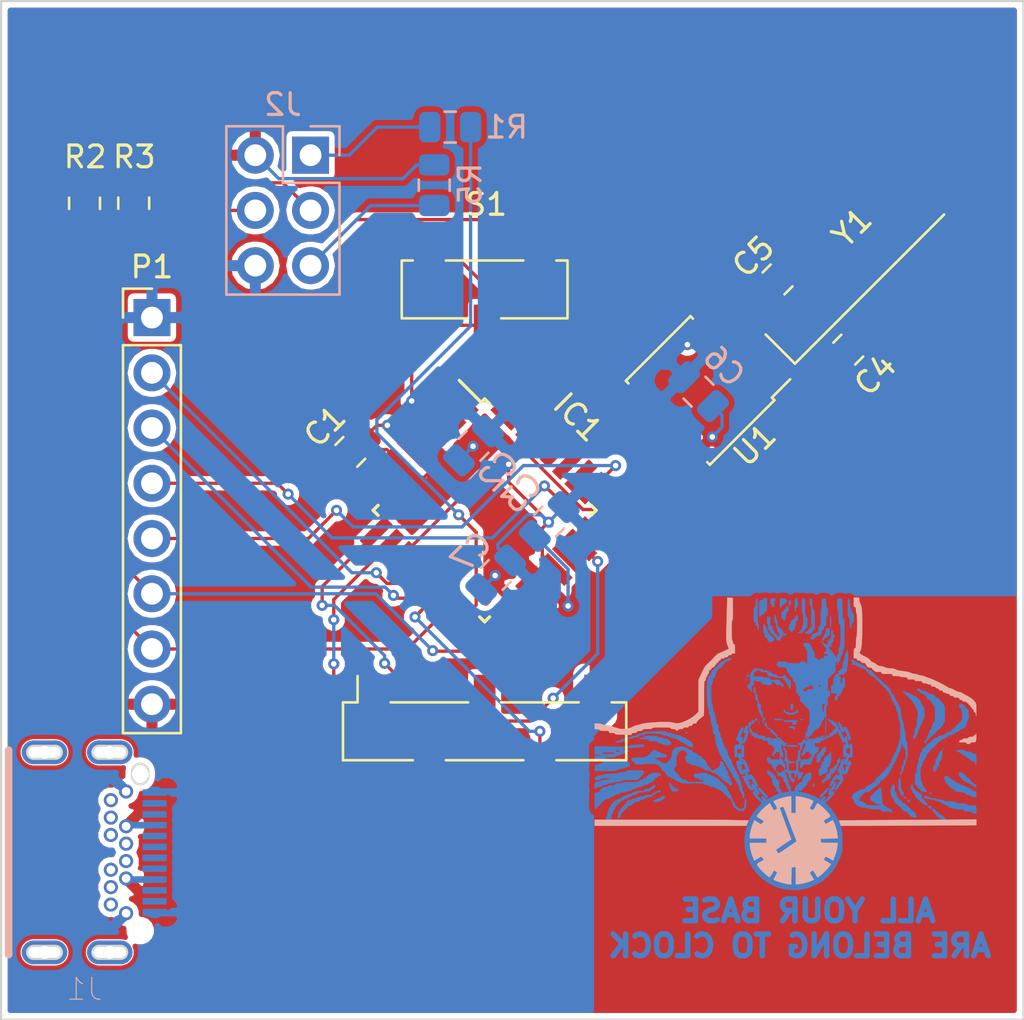
<source format=kicad_pcb>
(kicad_pcb (version 20171130) (host pcbnew "(5.0.1)-4")
  (layers (0 F.Cu signal) (31 B.Cu signal) (34 B.Paste user) (35 F.Paste user) (36 B.SilkS user) (37 F.SilkS user) (38 B.Mask user) (39 F.Mask user) (44 Edge.Cuts user))
  (net 0 "")
  (net 1 +5V)
  (net 2 GND)
  (net 3 "Net-(C4-Pad1)")
  (net 4 "Net-(C5-Pad2)")
  (net 5 "Net-(IC1-Pad1)")
  (net 6 "Net-(IC1-Pad7)")
  (net 7 "Net-(IC1-Pad8)")
  (net 8 "Net-(IC1-Pad11)")
  (net 9 "Net-(IC1-Pad16)")
  (net 10 "Net-(IC1-Pad19)")
  (net 11 "Net-(IC1-Pad22)")
  (net 12 "Net-(IC1-Pad26)")
  (net 13 "Net-(IC1-Pad30)")
  (net 14 "Net-(J2-Pad1)")
  (net 15 "Net-(J2-Pad3)")
  (net 16 "Net-(J2-Pad4)")
  (net 17 "Net-(U1-Pad3)")
  (net 18 "Net-(Y1-Pad2)")
  (net 19 "Net-(Y1-Pad3)")
  (net 20 /Red)
  (net 21 /Green)
  (net 22 /Blue)
  (net 23 /OE)
  (net 24 /Sel)
  (net 25 /Data)
  (net 26 /CLK)
  (net 27 /Switch)
  (net 28 /G_latch)
  (net 29 /R_latch)
  (net 30 /SDA)
  (net 31 /SCL)
  (net 32 /Reset)
  (net 33 /Encoder_A)
  (net 34 /Encoder_B)
  (net 35 "Net-(J1-PadA2)")
  (net 36 "Net-(J1-PadA3)")
  (net 37 "Net-(J1-PadA5)")
  (net 38 "Net-(J1-PadA6)")
  (net 39 "Net-(J1-PadA7)")
  (net 40 "Net-(J1-PadA8)")
  (net 41 "Net-(J1-PadA10)")
  (net 42 "Net-(J1-PadA11)")
  (net 43 "Net-(J1-PadB2)")
  (net 44 "Net-(J1-PadB3)")
  (net 45 "Net-(J1-PadB5)")
  (net 46 "Net-(J1-PadB6)")
  (net 47 "Net-(J1-PadB7)")
  (net 48 "Net-(J1-PadB8)")
  (net 49 "Net-(J1-PadB10)")
  (net 50 "Net-(J1-PadB11)")
  (net 51 "Net-(IC1-Pad2)")
  (module encoder:LOGO_mask (layer B.Cu) (at 165.608 59.563 180)
    (fp_text reference G*** hide)
    (fp_text value LOGO_mask hide)
  )
  (module Resistor_SMD:R_0805_2012Metric (layer B.Cu) (at 149.44852 33.86606 270)
    (fp_text reference R5 (at -0.0485 -1.651 270) (layer B.SilkS) (effects (justify mirror)))
    (fp_text value 10k)
    (pad 1 smd roundrect (at -0.9375 0 270) (size 0.975 1.4) (layers B.Cu B.Paste B.Mask) (net 1 +5V))
    (pad 2 smd roundrect (at 0.9375 0 270) (size 0.975 1.4) (layers B.Cu B.Paste B.Mask) (net 32 /Reset))
  )
  (module "USB C connector:JAE_DX07S024XJ1R1100" (layer B.Cu) (at 135.93572 64.54648 90)
    (fp_text reference J1 (at -6.29012 -2.56209) (layer B.SilkS) (effects (font (size 1.00081 1.00081) (thickness 0.05)) (justify mirror)))
    (fp_text value USB_C_Receptacle hide)
    (fp_arc (start 3.7 0) (end 4.075 0) (angle 90) (layer Edge.Cuts) (width 0.1))
    (fp_arc (start 3.7 0) (end 3.7 -0.375) (angle 90) (layer Edge.Cuts) (width 0.1))
    (fp_line (start 3.7 -0.375) (end 3.5 -0.375) (layer Edge.Cuts) (width 0.1))
    (fp_arc (start 3.5 0) (end 3.125 0) (angle 90) (layer Edge.Cuts) (width 0.1))
    (fp_arc (start 3.5 0) (end 3.5 0.375) (angle 90) (layer Edge.Cuts) (width 0.1))
    (fp_line (start 3.5 0.375) (end 3.7 0.375) (layer Edge.Cuts) (width 0.1))
    (fp_arc (start -4.6 -0.9) (end -4.6 -0.6) (angle 90) (layer Edge.Cuts) (width 0.1))
    (fp_arc (start -4.6 -0.9) (end -4.3 -0.9) (angle 90) (layer Edge.Cuts) (width 0.1))
    (fp_line (start -4.3 -0.9) (end -4.3 -1.9) (layer Edge.Cuts) (width 0.1))
    (fp_arc (start -4.6 -1.9) (end -4.6 -2.2) (angle 90) (layer Edge.Cuts) (width 0.1))
    (fp_arc (start -4.6 -1.9) (end -4.9 -1.9) (angle 90) (layer Edge.Cuts) (width 0.1))
    (fp_line (start -4.9 -1.9) (end -4.9 -0.9) (layer Edge.Cuts) (width 0.1))
    (fp_arc (start -4.6 -0.9) (end -4.6 -0.475) (angle 90) (layer B.Cu) (width 0.25))
    (fp_arc (start -4.6 -0.9) (end -4.175 -0.9) (angle 90) (layer B.Cu) (width 0.25))
    (fp_line (start -4.175 -0.9) (end -4.175 -1.9) (layer B.Cu) (width 0.25))
    (fp_arc (start -4.6 -1.9) (end -4.6 -2.325) (angle 90) (layer B.Cu) (width 0.25))
    (fp_arc (start -4.6 -1.9) (end -5.025 -1.9) (angle 90) (layer B.Cu) (width 0.25))
    (fp_line (start -5.025 -1.9) (end -5.025 -0.9) (layer B.Cu) (width 0.25))
    (fp_arc (start -4.6 -3.9) (end -4.6 -3.6) (angle 90) (layer Edge.Cuts) (width 0.1))
    (fp_arc (start -4.6 -3.9) (end -4.3 -3.9) (angle 90) (layer Edge.Cuts) (width 0.1))
    (fp_line (start -4.3 -3.9) (end -4.3 -4.9) (layer Edge.Cuts) (width 0.1))
    (fp_arc (start -4.6 -4.9) (end -4.6 -5.2) (angle 90) (layer Edge.Cuts) (width 0.1))
    (fp_arc (start -4.6 -4.9) (end -4.9 -4.9) (angle 90) (layer Edge.Cuts) (width 0.1))
    (fp_line (start -4.9 -4.9) (end -4.9 -3.9) (layer Edge.Cuts) (width 0.1))
    (fp_arc (start -4.6 -3.9) (end -4.6 -3.475) (angle 90) (layer B.Cu) (width 0.25))
    (fp_arc (start -4.6 -3.9) (end -4.175 -3.9) (angle 90) (layer B.Cu) (width 0.25))
    (fp_line (start -4.175 -3.9) (end -4.175 -4.9) (layer B.Cu) (width 0.25))
    (fp_arc (start -4.6 -4.9) (end -4.6 -5.325) (angle 90) (layer B.Cu) (width 0.25))
    (fp_arc (start -4.6 -4.9) (end -5.025 -4.9) (angle 90) (layer B.Cu) (width 0.25))
    (fp_line (start -5.025 -4.9) (end -5.025 -3.9) (layer B.Cu) (width 0.25))
    (fp_arc (start 4.6 -0.9) (end 4.6 -0.6) (angle 90) (layer Edge.Cuts) (width 0.1))
    (fp_arc (start 4.6 -0.9) (end 4.9 -0.9) (angle 90) (layer Edge.Cuts) (width 0.1))
    (fp_line (start 4.9 -0.9) (end 4.9 -1.9) (layer Edge.Cuts) (width 0.1))
    (fp_arc (start 4.6 -1.9) (end 4.6 -2.2) (angle 90) (layer Edge.Cuts) (width 0.1))
    (fp_arc (start 4.6 -1.9) (end 4.3 -1.9) (angle 90) (layer Edge.Cuts) (width 0.1))
    (fp_line (start 4.3 -1.9) (end 4.3 -0.9) (layer Edge.Cuts) (width 0.1))
    (fp_arc (start 4.6 -0.9) (end 4.6 -0.475) (angle 90) (layer B.Cu) (width 0.25))
    (fp_arc (start 4.6 -0.9) (end 5.025 -0.9) (angle 90) (layer B.Cu) (width 0.25))
    (fp_line (start 5.025 -0.9) (end 5.025 -1.9) (layer B.Cu) (width 0.25))
    (fp_arc (start 4.6 -1.9) (end 4.6 -2.325) (angle 90) (layer B.Cu) (width 0.25))
    (fp_arc (start 4.6 -1.9) (end 4.175 -1.9) (angle 90) (layer B.Cu) (width 0.25))
    (fp_line (start 4.175 -1.9) (end 4.175 -0.9) (layer B.Cu) (width 0.25))
    (fp_arc (start 4.6 -3.9) (end 4.6 -3.6) (angle 90) (layer Edge.Cuts) (width 0.1))
    (fp_arc (start 4.6 -3.9) (end 4.9 -3.9) (angle 90) (layer Edge.Cuts) (width 0.1))
    (fp_line (start 4.9 -3.9) (end 4.9 -4.9) (layer Edge.Cuts) (width 0.1))
    (fp_arc (start 4.6 -4.9) (end 4.6 -5.2) (angle 90) (layer Edge.Cuts) (width 0.1))
    (fp_arc (start 4.6 -4.9) (end 4.3 -4.9) (angle 90) (layer Edge.Cuts) (width 0.1))
    (fp_line (start 4.3 -4.9) (end 4.3 -3.9) (layer Edge.Cuts) (width 0.1))
    (fp_arc (start 4.6 -3.9) (end 4.6 -3.475) (angle 90) (layer B.Cu) (width 0.25))
    (fp_arc (start 4.6 -3.9) (end 5.025 -3.9) (angle 90) (layer B.Cu) (width 0.25))
    (fp_line (start 5.025 -3.9) (end 5.025 -4.9) (layer B.Cu) (width 0.25))
    (fp_arc (start 4.6 -4.9) (end 4.6 -5.325) (angle 90) (layer B.Cu) (width 0.25))
    (fp_arc (start 4.6 -4.9) (end 4.175 -4.9) (angle 90) (layer B.Cu) (width 0.25))
    (fp_line (start 4.175 -4.9) (end 4.175 -3.9) (layer B.Cu) (width 0.25))
    (pad Hole np_thru_hole circle (at -3.6 0 90) (size 0.75 0.75) (drill 0.75) (layers *.Cu *.Mask B.SilkS))
    (pad A1 smd rect (at -2.75 0.66 90) (size 0.3 1.1) (layers B.Cu B.Paste B.Mask) (net 2 GND))
    (pad A2 smd rect (at -2.25 0.66 90) (size 0.3 1.1) (layers B.Cu B.Paste B.Mask) (net 35 "Net-(J1-PadA2)"))
    (pad A3 smd rect (at -1.75 0.66 90) (size 0.3 1.1) (layers B.Cu B.Paste B.Mask) (net 36 "Net-(J1-PadA3)"))
    (pad A4 smd rect (at -1.25 0.66 90) (size 0.3 1.1) (layers B.Cu B.Paste B.Mask) (net 1 +5V))
    (pad A5 smd rect (at -0.75 0.66 90) (size 0.3 1.1) (layers B.Cu B.Paste B.Mask) (net 37 "Net-(J1-PadA5)"))
    (pad A6 smd rect (at -0.25 0.66 90) (size 0.3 1.1) (layers B.Cu B.Paste B.Mask) (net 38 "Net-(J1-PadA6)"))
    (pad A7 smd rect (at 0.25 0.66 90) (size 0.3 1.1) (layers B.Cu B.Paste B.Mask) (net 39 "Net-(J1-PadA7)"))
    (pad A8 smd rect (at 0.75 0.66 90) (size 0.3 1.1) (layers B.Cu B.Paste B.Mask) (net 40 "Net-(J1-PadA8)"))
    (pad A9 smd rect (at 1.25 0.66 90) (size 0.3 1.1) (layers B.Cu B.Paste B.Mask) (net 1 +5V))
    (pad A10 smd rect (at 1.75 0.66 90) (size 0.3 1.1) (layers B.Cu B.Paste B.Mask) (net 41 "Net-(J1-PadA10)"))
    (pad A11 smd rect (at 2.25 0.66 90) (size 0.3 1.1) (layers B.Cu B.Paste B.Mask) (net 42 "Net-(J1-PadA11)"))
    (pad A12 smd rect (at 2.75 0.66 90) (size 0.3 1.1) (layers B.Cu B.Paste B.Mask) (net 2 GND))
    (pad B1 thru_hole circle (at 2.8 -0.65 90) (size 0.65 0.65) (drill 0.4) (layers *.Cu *.Mask) (net 2 GND))
    (pad B2 thru_hole circle (at 2.4 -1.35 90) (size 0.65 0.65) (drill 0.4) (layers *.Cu *.Mask) (net 43 "Net-(J1-PadB2)"))
    (pad B3 thru_hole circle (at 1.6 -1.35 90) (size 0.65 0.65) (drill 0.4) (layers *.Cu *.Mask) (net 44 "Net-(J1-PadB3)"))
    (pad B4 thru_hole circle (at 1.2 -0.65 90) (size 0.65 0.65) (drill 0.4) (layers *.Cu *.Mask) (net 1 +5V))
    (pad B5 thru_hole circle (at 0.8 -1.35 90) (size 0.65 0.65) (drill 0.4) (layers *.Cu *.Mask) (net 45 "Net-(J1-PadB5)"))
    (pad B6 thru_hole circle (at 0.4 -0.65 90) (size 0.65 0.65) (drill 0.4) (layers *.Cu *.Mask) (net 46 "Net-(J1-PadB6)"))
    (pad B7 thru_hole circle (at -0.4 -0.65 90) (size 0.65 0.65) (drill 0.4) (layers *.Cu *.Mask) (net 47 "Net-(J1-PadB7)"))
    (pad B8 thru_hole circle (at -0.8 -1.35 90) (size 0.65 0.65) (drill 0.4) (layers *.Cu *.Mask) (net 48 "Net-(J1-PadB8)"))
    (pad B9 thru_hole circle (at -1.2 -0.65 90) (size 0.65 0.65) (drill 0.4) (layers *.Cu *.Mask) (net 1 +5V))
    (pad B10 thru_hole circle (at -1.6 -1.35 90) (size 0.65 0.65) (drill 0.4) (layers *.Cu *.Mask) (net 49 "Net-(J1-PadB10)"))
    (pad B11 thru_hole circle (at -2.4 -1.35 90) (size 0.65 0.65) (drill 0.4) (layers *.Cu *.Mask) (net 50 "Net-(J1-PadB11)"))
    (pad B12 thru_hole circle (at -2.8 -0.65 90) (size 0.65 0.65) (drill 0.4) (layers *.Cu *.Mask) (net 2 GND))
    (pad Hole np_thru_hole circle (at 3.6 0 90) (size 0.75 0.75) (drill 0.75) (layers *.Cu *.Mask B.SilkS))
    (pad Hole np_thru_hole circle (at -4.6 -1.4 90) (size 0.6 0.6) (drill 0.6) (layers *.Cu *.Mask B.SilkS))
    (pad Hole np_thru_hole circle (at -4.6 -4.4 90) (size 0.6 0.6) (drill 0.6) (layers *.Cu *.Mask B.SilkS))
    (pad Hole np_thru_hole circle (at 4.6 -1.4 90) (size 0.6 0.6) (drill 0.6) (layers *.Cu *.Mask B.SilkS))
    (pad Hole np_thru_hole circle (at 4.6 -4.4 90) (size 0.6 0.6) (drill 0.6) (layers *.Cu *.Mask B.SilkS))
  )
  (module encoder:Encoder_w_switch_RGB_LED_SMD (layer F.Cu) (at 151.765 48.8188 90)
    (fp_text reference S1 (at 14.0716 0.0762 180) (layer F.SilkS))
    (fp_text value ENCODER-RGB-SWITCH)
    (pad A smd rect (at 11.81 2.54 270) (size 1.9 1) (layers F.Cu F.Paste F.Mask) (net 33 /Encoder_A))
    (pad B smd rect (at 11.81 -2.54 270) (size 1.9 1) (layers F.Cu F.Paste F.Mask) (net 34 /Encoder_B))
    (pad C smd rect (at 8.51 0 270) (size 1.9 1) (layers F.Cu F.Paste F.Mask) (net 2 GND))
    (pad 5 smd rect (at -8.51 5.08 90) (size 1.9 1) (layers F.Cu F.Paste F.Mask) (net 1 +5V))
    (pad 2 smd rect (at -8.51 0 90) (size 1.9 1) (layers F.Cu F.Paste F.Mask) (net 21 /Green))
    (pad 3 smd rect (at -8.51 -5.08 90) (size 1.9 1) (layers F.Cu F.Paste F.Mask) (net 27 /Switch))
    (pad 1 smd rect (at -11.81 2.54 90) (size 1.9 1) (layers F.Cu F.Paste F.Mask) (net 20 /Red))
    (pad 4 smd rect (at -11.81 -2.54 90) (size 1.9 1) (layers F.Cu F.Paste F.Mask) (net 22 /Blue))
  )
  (module Capacitor_SMD:C_0805_2012Metric (layer F.Cu) (at 145.590287 46.128913 45)
    (fp_text reference C1 (at 0 -1.65 45) (layer F.SilkS))
    (fp_text value .1u)
    (pad 1 smd roundrect (at -0.937501 0 45) (size 0.975 1.4) (layers F.Cu F.Paste F.Mask) (net 1 +5V))
    (pad 2 smd roundrect (at 0.937501 0 45) (size 0.975 1.4) (layers F.Cu F.Paste F.Mask) (net 2 GND))
  )
  (module Capacitor_SMD:C_0805_2012Metric (layer B.Cu) (at 151.254487 45.849513 45)
    (fp_text reference C2 (at 0 1.65 45) (layer B.SilkS) (effects (justify mirror)))
    (fp_text value .1u)
    (pad 2 smd roundrect (at 0.937501 0 45) (size 0.975 1.4) (layers B.Cu B.Paste B.Mask) (net 2 GND))
    (pad 1 smd roundrect (at -0.937501 0 45) (size 0.975 1.4) (layers B.Cu B.Paste B.Mask) (net 1 +5V))
  )
  (module Capacitor_SMD:C_0805_2012Metric (layer B.Cu) (at 154.734287 49.329313 45)
    (fp_text reference C3 (at 0.057435 -1.814012 45) (layer B.SilkS) (effects (justify mirror)))
    (fp_text value .1u)
    (pad 1 smd roundrect (at -0.937501 0 45) (size 0.975 1.4) (layers B.Cu B.Paste B.Mask) (net 1 +5V))
    (pad 2 smd roundrect (at 0.937501 0 45) (size 0.975 1.4) (layers B.Cu B.Paste B.Mask) (net 2 GND))
  )
  (module Capacitor_SMD:C_0805_2012Metric (layer F.Cu) (at 168.4782 41.4274 45)
    (fp_text reference C4 (at 0.050328 1.706249 45) (layer F.SilkS))
    (fp_text value C)
    (pad 1 smd roundrect (at -0.937501 0 45) (size 0.975 1.4) (layers F.Cu F.Paste F.Mask) (net 3 "Net-(C4-Pad1)"))
    (pad 2 smd roundrect (at 0.937501 0 45) (size 0.975 1.4) (layers F.Cu F.Paste F.Mask) (net 2 GND))
  )
  (module Capacitor_SMD:C_0805_2012Metric (layer F.Cu) (at 165.229513 38.199087 225)
    (fp_text reference C5 (at 0.050328 1.526644 225) (layer F.SilkS))
    (fp_text value C)
    (pad 2 smd roundrect (at 0.937501 0 225) (size 0.975 1.4) (layers F.Cu F.Paste F.Mask) (net 4 "Net-(C5-Pad2)"))
    (pad 1 smd roundrect (at -0.937501 0 225) (size 0.975 1.4) (layers F.Cu F.Paste F.Mask) (net 2 GND))
  )
  (module Package_QFP:TQFP-32_7x7mm_P0.8mm (layer F.Cu) (at 151.765 48.8188 315)
    (fp_text reference IC1 (at 0 -6.05 315) (layer F.SilkS))
    (fp_text value ATMEGA328P-A)
    (pad 1 smd rect (at -4.25 -2.8 315) (size 1.6 0.55) (layers F.Cu F.Paste F.Mask) (net 5 "Net-(IC1-Pad1)"))
    (pad 2 smd rect (at -4.25 -2 315) (size 1.6 0.55) (layers F.Cu F.Paste F.Mask) (net 51 "Net-(IC1-Pad2)"))
    (pad 3 smd rect (at -4.25 -1.2 315) (size 1.6 0.55) (layers F.Cu F.Paste F.Mask) (net 2 GND))
    (pad 4 smd rect (at -4.25 -0.4 315) (size 1.6 0.55) (layers F.Cu F.Paste F.Mask) (net 1 +5V))
    (pad 5 smd rect (at -4.25 0.4 315) (size 1.6 0.55) (layers F.Cu F.Paste F.Mask) (net 2 GND))
    (pad 6 smd rect (at -4.25 1.2 315) (size 1.6 0.55) (layers F.Cu F.Paste F.Mask) (net 1 +5V))
    (pad 7 smd rect (at -4.25 2 315) (size 1.6 0.55) (layers F.Cu F.Paste F.Mask) (net 6 "Net-(IC1-Pad7)"))
    (pad 8 smd rect (at -4.25 2.8 315) (size 1.6 0.55) (layers F.Cu F.Paste F.Mask) (net 7 "Net-(IC1-Pad8)"))
    (pad 9 smd rect (at -2.8 4.25 45) (size 1.6 0.55) (layers F.Cu F.Paste F.Mask) (net 21 /Green))
    (pad 10 smd rect (at -2 4.25 45) (size 1.6 0.55) (layers F.Cu F.Paste F.Mask) (net 22 /Blue))
    (pad 11 smd rect (at -1.2 4.25 45) (size 1.6 0.55) (layers F.Cu F.Paste F.Mask) (net 8 "Net-(IC1-Pad11)"))
    (pad 12 smd rect (at -0.4 4.25 45) (size 1.6 0.55) (layers F.Cu F.Paste F.Mask) (net 23 /OE))
    (pad 13 smd rect (at 0.4 4.25 45) (size 1.6 0.55) (layers F.Cu F.Paste F.Mask) (net 24 /Sel))
    (pad 14 smd rect (at 1.2 4.25 45) (size 1.6 0.55) (layers F.Cu F.Paste F.Mask) (net 20 /Red))
    (pad 15 smd rect (at 2 4.25 45) (size 1.6 0.55) (layers F.Cu F.Paste F.Mask) (net 25 /Data))
    (pad 16 smd rect (at 2.8 4.25 45) (size 1.6 0.55) (layers F.Cu F.Paste F.Mask) (net 9 "Net-(IC1-Pad16)"))
    (pad 17 smd rect (at 4.25 2.8 315) (size 1.6 0.55) (layers F.Cu F.Paste F.Mask) (net 26 /CLK))
    (pad 18 smd rect (at 4.25 2 315) (size 1.6 0.55) (layers F.Cu F.Paste F.Mask) (net 1 +5V))
    (pad 19 smd rect (at 4.25 1.2 315) (size 1.6 0.55) (layers F.Cu F.Paste F.Mask) (net 10 "Net-(IC1-Pad19)"))
    (pad 20 smd rect (at 4.25 0.4 315) (size 1.6 0.55) (layers F.Cu F.Paste F.Mask) (net 1 +5V))
    (pad 21 smd rect (at 4.25 -0.4 315) (size 1.6 0.55) (layers F.Cu F.Paste F.Mask) (net 2 GND))
    (pad 22 smd rect (at 4.25 -1.2 315) (size 1.6 0.55) (layers F.Cu F.Paste F.Mask) (net 11 "Net-(IC1-Pad22)"))
    (pad 23 smd rect (at 4.25 -2 315) (size 1.6 0.55) (layers F.Cu F.Paste F.Mask) (net 27 /Switch))
    (pad 24 smd rect (at 4.25 -2.8 315) (size 1.6 0.55) (layers F.Cu F.Paste F.Mask) (net 28 /G_latch))
    (pad 25 smd rect (at 2.8 -4.25 45) (size 1.6 0.55) (layers F.Cu F.Paste F.Mask) (net 29 /R_latch))
    (pad 26 smd rect (at 2 -4.25 45) (size 1.6 0.55) (layers F.Cu F.Paste F.Mask) (net 12 "Net-(IC1-Pad26)"))
    (pad 27 smd rect (at 1.2 -4.25 45) (size 1.6 0.55) (layers F.Cu F.Paste F.Mask) (net 30 /SDA))
    (pad 28 smd rect (at 0.4 -4.25 45) (size 1.6 0.55) (layers F.Cu F.Paste F.Mask) (net 31 /SCL))
    (pad 29 smd rect (at -0.4 -4.25 45) (size 1.6 0.55) (layers F.Cu F.Paste F.Mask) (net 32 /Reset))
    (pad 30 smd rect (at -1.2 -4.25 45) (size 1.6 0.55) (layers F.Cu F.Paste F.Mask) (net 13 "Net-(IC1-Pad30)"))
    (pad 31 smd rect (at -2 -4.25 45) (size 1.6 0.55) (layers F.Cu F.Paste F.Mask) (net 33 /Encoder_A))
    (pad 32 smd rect (at -2.8 -4.25 45) (size 1.6 0.55) (layers F.Cu F.Paste F.Mask) (net 34 /Encoder_B))
  )
  (module Connector_PinHeader_2.54mm:PinHeader_2x03_P2.54mm_Vertical (layer B.Cu) (at 143.764 32.4866 180)
    (fp_text reference J2 (at 1.27 2.33 180) (layer B.SilkS) (effects (justify mirror)))
    (fp_text value AVR-ISP-6)
    (pad 1 thru_hole rect (at 0 0 180) (size 1.7 1.7) (drill 1) (layers *.Cu *.Mask) (net 14 "Net-(J2-Pad1)"))
    (pad 2 thru_hole oval (at 2.54 0 180) (size 1.7 1.7) (drill 1) (layers *.Cu *.Mask) (net 1 +5V))
    (pad 3 thru_hole oval (at 0 -2.54 180) (size 1.7 1.7) (drill 1) (layers *.Cu *.Mask) (net 15 "Net-(J2-Pad3)"))
    (pad 4 thru_hole oval (at 2.54 -2.54 180) (size 1.7 1.7) (drill 1) (layers *.Cu *.Mask) (net 16 "Net-(J2-Pad4)"))
    (pad 5 thru_hole oval (at 0 -5.08 180) (size 1.7 1.7) (drill 1) (layers *.Cu *.Mask) (net 32 /Reset))
    (pad 6 thru_hole oval (at 2.54 -5.08 180) (size 1.7 1.7) (drill 1) (layers *.Cu *.Mask) (net 2 GND))
  )
  (module Connector_PinHeader_2.54mm:PinHeader_1x08_P2.54mm_Vertical (layer F.Cu) (at 136.4742 39.9542)
    (fp_text reference P1 (at 0 -2.33) (layer F.SilkS))
    (fp_text value CONN_8)
    (pad 1 thru_hole rect (at 0 0) (size 1.7 1.7) (drill 1) (layers *.Cu *.Mask) (net 2 GND))
    (pad 2 thru_hole oval (at 0 2.54) (size 1.7 1.7) (drill 1) (layers *.Cu *.Mask) (net 23 /OE))
    (pad 3 thru_hole oval (at 0 5.08) (size 1.7 1.7) (drill 1) (layers *.Cu *.Mask) (net 24 /Sel))
    (pad 4 thru_hole oval (at 0 7.62) (size 1.7 1.7) (drill 1) (layers *.Cu *.Mask) (net 28 /G_latch))
    (pad 5 thru_hole oval (at 0 10.16) (size 1.7 1.7) (drill 1) (layers *.Cu *.Mask) (net 29 /R_latch))
    (pad 6 thru_hole oval (at 0 12.7) (size 1.7 1.7) (drill 1) (layers *.Cu *.Mask) (net 26 /CLK))
    (pad 7 thru_hole oval (at 0 15.24) (size 1.7 1.7) (drill 1) (layers *.Cu *.Mask) (net 25 /Data))
    (pad 8 thru_hole oval (at 0 17.78) (size 1.7 1.7) (drill 1) (layers *.Cu *.Mask) (net 1 +5V))
  )
  (module Resistor_SMD:R_0805_2012Metric (layer B.Cu) (at 150.18234 31.19628)
    (fp_text reference R1 (at 2.5931 0) (layer B.SilkS) (effects (justify mirror)))
    (fp_text value 1k)
    (pad 1 smd roundrect (at -0.9375 0) (size 0.975 1.4) (layers B.Cu B.Paste B.Mask) (net 14 "Net-(J2-Pad1)"))
    (pad 2 smd roundrect (at 0.9375 0) (size 0.975 1.4) (layers B.Cu B.Paste B.Mask) (net 9 "Net-(IC1-Pad16)"))
  )
  (module Resistor_SMD:R_0805_2012Metric (layer F.Cu) (at 133.3754 34.6987 270)
    (fp_text reference R2 (at -2.1359 -0.0254) (layer F.SilkS))
    (fp_text value 1k)
    (pad 2 smd roundrect (at 0.9375 0 270) (size 0.975 1.4) (layers F.Cu F.Paste F.Mask) (net 25 /Data))
    (pad 1 smd roundrect (at -0.9375 0 270) (size 0.975 1.4) (layers F.Cu F.Paste F.Mask) (net 16 "Net-(J2-Pad4)"))
  )
  (module Resistor_SMD:R_0805_2012Metric (layer F.Cu) (at 135.636 34.6941 270)
    (fp_text reference R3 (at -2.1313 -0.0254) (layer F.SilkS))
    (fp_text value 1k)
    (pad 1 smd roundrect (at -0.9375 0 270) (size 0.975 1.4) (layers F.Cu F.Paste F.Mask) (net 15 "Net-(J2-Pad3)"))
    (pad 2 smd roundrect (at 0.9375 0 270) (size 0.975 1.4) (layers F.Cu F.Paste F.Mask) (net 26 /CLK))
  )
  (module Package_SO:SSOP-8_3.95x5.21x3.27mm_P1.27mm (layer F.Cu) (at 161.671 43.307 225)
    (fp_text reference U1 (at 0 -3.55 225) (layer F.SilkS))
    (fp_text value MCP7940N-xSN)
    (pad 5 smd rect (at 2.625 1.905 225) (size 1.45 0.8) (layers F.Cu F.Paste F.Mask) (net 30 /SDA))
    (pad 6 smd rect (at 2.625 0.635 225) (size 1.45 0.8) (layers F.Cu F.Paste F.Mask) (net 31 /SCL))
    (pad 7 smd rect (at 2.625 -0.635 225) (size 1.45 0.8) (layers F.Cu F.Paste F.Mask) (net 8 "Net-(IC1-Pad11)"))
    (pad 8 smd rect (at 2.625 -1.905 225) (size 1.45 0.8) (layers F.Cu F.Paste F.Mask) (net 1 +5V))
    (pad 4 smd rect (at -2.625 1.905 225) (size 1.45 0.8) (layers F.Cu F.Paste F.Mask) (net 2 GND))
    (pad 3 smd rect (at -2.625 0.635 225) (size 1.45 0.8) (layers F.Cu F.Paste F.Mask) (net 17 "Net-(U1-Pad3)"))
    (pad 2 smd rect (at -2.625 -0.635 225) (size 1.45 0.8) (layers F.Cu F.Paste F.Mask) (net 4 "Net-(C5-Pad2)"))
    (pad 1 smd rect (at -2.625 -1.905 225) (size 1.45 0.8) (layers F.Cu F.Paste F.Mask) (net 3 "Net-(C4-Pad1)"))
  )
  (module Crystal:Crystal_SMD_SeikoEpson_MC146-4Pin_6.7x1.5mm_HandSoldering (layer F.Cu) (at 168.783 37.973 45)
    (fp_text reference Y1 (at 1.436841 -1.616446 45) (layer F.SilkS))
    (fp_text value Crystal_GND23)
    (pad 1 smd rect (at -3.599999 0.45 45) (size 2.1 0.6) (layers F.Cu F.Paste F.Mask) (net 3 "Net-(C4-Pad1)"))
    (pad 2 smd rect (at 3.599999 0.45 45) (size 2.1 0.6) (layers F.Cu F.Paste F.Mask) (net 18 "Net-(Y1-Pad2)"))
    (pad 3 smd rect (at 3.599999 -0.45 45) (size 2.1 0.6) (layers F.Cu F.Paste F.Mask) (net 19 "Net-(Y1-Pad3)"))
    (pad 4 smd rect (at -3.599999 -0.45 45) (size 2.1 0.6) (layers F.Cu F.Paste F.Mask) (net 4 "Net-(C5-Pad2)"))
  )
  (module Capacitor_SMD:C_0805_2012Metric (layer B.Cu) (at 161.597313 43.360313 135)
    (fp_text reference C6 (at 0 1.65 135) (layer B.SilkS) (effects (justify mirror)))
    (fp_text value .1u)
    (pad 1 smd roundrect (at -0.937501 0 135) (size 0.975 1.4) (layers B.Cu B.Paste B.Mask) (net 1 +5V))
    (pad 2 smd roundrect (at 0.937501 0 135) (size 0.975 1.4) (layers B.Cu B.Paste B.Mask) (net 2 GND))
  )
  (module Capacitor_SMD:C_0805_2012Metric (layer B.Cu) (at 152.275513 51.788087 45)
    (fp_text reference C7 (at -0.048501 -1.524 45) (layer B.SilkS) (effects (justify mirror)))
    (fp_text value .1u)
    (pad 2 smd roundrect (at 0.937501 0 45) (size 0.975 1.4) (layers B.Cu B.Paste B.Mask) (net 2 GND))
    (pad 1 smd roundrect (at -0.937501 0 45) (size 0.975 1.4) (layers B.Cu B.Paste B.Mask) (net 1 +5V))
  )
  (module encoder:LOGO (layer B.Cu) (at 165.608 59.563 180)
    (fp_text reference G*** hide)
    (fp_text value LOGO hide)
    (fp_poly (pts (xy -2.415023 0.987633) (xy -2.415951 0.920739) (xy -2.435103 0.842849) (xy -2.463706 0.781664) (xy -2.502143 0.713052) (xy -2.510649 0.676238) (xy -2.489232 0.661979) (xy -2.4638 0.6604) (xy -2.420523 0.64165) (xy -2.408976 0.60325) (xy -2.409544 0.503892) (xy -2.429841 0.441979) (xy -2.448377 0.421624) (xy -2.476382 0.382728) (xy -2.509919 0.313997) (xy -2.528503 0.2667) (xy -2.572416 0.161628) (xy -2.614762 0.09072) (xy -2.651641 0.057111) (xy -2.679152 0.063938) (xy -2.693394 0.114335) (xy -2.694406 0.13335) (xy -2.698848 0.178064) (xy -2.70723 0.182503) (xy -2.709118 0.1778) (xy -2.729938 0.117777) (xy -2.735779 0.1016) (xy -2.750332 0.042203) (xy -2.75233 -0.010322) (xy -2.744233 -0.04482) (xy -2.728503 -0.05014) (xy -2.709151 -0.01905) (xy -2.691689 -0.002877) (xy -2.669323 -0.0254) (xy -2.656132 -0.068624) (xy -2.64722 -0.14615) (xy -2.64253 -0.244873) (xy -2.642004 -0.351687) (xy -2.645585 -0.453489) (xy -2.653215 -0.537172) (xy -2.664836 -0.589632) (xy -2.671851 -0.599898) (xy -2.704306 -0.600155) (xy -2.712068 -0.588697) (xy -2.733657 -0.560548) (xy -2.740423 -0.5588) (xy -2.752647 -0.580336) (xy -2.752225 -0.633551) (xy -2.740732 -0.701356) (xy -2.721705 -0.762) (xy -2.695621 -0.8255) (xy -2.694011 -0.753787) (xy -2.684194 -0.701427) (xy -2.65443 -0.689652) (xy -2.650673 -0.690287) (xy -2.62227 -0.700721) (xy -2.598215 -0.726003) (xy -2.57214 -0.776408) (xy -2.537676 -0.862212) (xy -2.52753 -0.889) (xy -2.487944 -0.986182) (xy -2.443276 -1.085086) (xy -2.432712 -1.106695) (xy -2.401434 -1.180818) (xy -2.397504 -1.231903) (xy -2.408776 -1.262105) (xy -2.423949 -1.309172) (xy -2.419231 -1.331502) (xy -2.422909 -1.338868) (xy -2.443671 -1.332836) (xy -2.473442 -1.330368) (xy -2.473019 -1.364352) (xy -2.471902 -1.368761) (xy -2.450085 -1.418971) (xy -2.42117 -1.452739) (xy -2.396584 -1.460651) (xy -2.3876 -1.43821) (xy -2.372977 -1.401137) (xy -2.335775 -1.399339) (xy -2.285996 -1.429117) (xy -2.23364 -1.48677) (xy -2.225876 -1.498055) (xy -2.186629 -1.559729) (xy -2.162573 -1.602097) (xy -2.159 -1.611473) (xy -2.146487 -1.637972) (xy -2.114204 -1.693367) (xy -2.0828 -1.74399) (xy -2.040226 -1.819316) (xy -2.012569 -1.883973) (xy -2.0066 -1.911835) (xy -2.020649 -1.94831) (xy -2.05643 -1.948153) (xy -2.104393 -1.914756) (xy -2.148541 -1.86139) (xy -2.186271 -1.81287) (xy -2.212687 -1.792267) (xy -2.216576 -1.793242) (xy -2.215754 -1.822639) (xy -2.196072 -1.872967) (xy -2.167847 -1.92357) (xy -2.141395 -1.953794) (xy -2.135382 -1.9558) (xy -2.112532 -1.975533) (xy -2.071814 -2.027249) (xy -2.022407 -2.099205) (xy -1.97209 -2.18918) (xy -1.946778 -2.261631) (xy -1.947359 -2.309331) (xy -1.974724 -2.325053) (xy -1.995201 -2.320086) (xy -2.029532 -2.316053) (xy -2.028949 -2.341194) (xy -1.996269 -2.39067) (xy -1.93431 -2.459644) (xy -1.887122 -2.505688) (xy -1.811664 -2.573014) (xy -1.754007 -2.618231) (xy -1.718731 -2.639314) (xy -1.710413 -2.634237) (xy -1.733633 -2.600975) (xy -1.775873 -2.554894) (xy -1.82838 -2.487955) (xy -1.840264 -2.440016) (xy -1.811171 -2.415373) (xy -1.787562 -2.413) (xy -1.747385 -2.431134) (xy -1.696849 -2.475922) (xy -1.686516 -2.487638) (xy -1.623712 -2.562277) (xy -1.440506 -2.46411) (xy -1.230092 -2.367026) (xy -0.99006 -2.282646) (xy -0.741277 -2.21803) (xy -0.6731 -2.20448) (xy -0.4953 -2.1717) (xy -0.61595 -2.163958) (xy -0.696152 -2.153187) (xy -0.732663 -2.132606) (xy -0.735979 -2.1209) (xy -0.6096 -2.1209) (xy -0.5969 -2.1336) (xy -0.5842 -2.1209) (xy -0.5969 -2.1082) (xy -0.6096 -2.1209) (xy -0.735979 -2.1209) (xy -0.7366 -2.118711) (xy -0.757126 -2.077584) (xy -0.7747 -2.066585) (xy -0.808483 -2.033085) (xy -0.8128 -2.013864) (xy -0.82969 -1.987369) (xy -0.849318 -1.989778) (xy -0.882001 -1.982149) (xy -0.89378 -1.948045) (xy -0.917352 -1.903046) (xy -0.946163 -1.895827) (xy -0.979109 -1.884431) (xy -0.990388 -1.836189) (xy -0.9906 -1.823599) (xy -1.003236 -1.760742) (xy -1.039643 -1.735019) (xy -1.074808 -1.709864) (xy -1.075025 -1.686597) (xy -1.081808 -1.657369) (xy -1.114883 -1.651) (xy -1.143774 -1.646489) (xy -1.159877 -1.625411) (xy -1.166863 -1.576443) (xy -1.1684 -1.488264) (xy -1.1684 -1.3208) (xy -1.0795 -1.3208) (xy -1.02074 -1.327179) (xy -0.991368 -1.342866) (xy -0.9906 -1.3462) (xy -0.970152 -1.369017) (xy -0.954212 -1.3716) (xy -0.917995 -1.392753) (xy -0.9017 -1.4224) (xy -0.873475 -1.463587) (xy -0.849189 -1.4732) (xy -0.816594 -1.492681) (xy -0.8128 -1.508189) (xy -0.794921 -1.553875) (xy -0.779029 -1.571207) (xy -0.75675 -1.618053) (xy -0.756512 -1.675917) (xy -0.758879 -1.73015) (xy -0.738228 -1.750512) (xy -0.714083 -1.7526) (xy -0.671258 -1.762046) (xy -0.6604 -1.776288) (xy -0.639453 -1.802145) (xy -0.610116 -1.815936) (xy -0.571993 -1.841159) (xy -0.565666 -1.862097) (xy -0.550415 -1.885746) (xy -0.52705 -1.888772) (xy -0.489105 -1.905317) (xy -0.4826 -1.930504) (xy -0.464122 -1.976503) (xy -0.444942 -1.990215) (xy -0.419154 -2.020707) (xy -0.421996 -2.078229) (xy -0.425843 -2.133129) (xy -0.401012 -2.159761) (xy -0.377105 -2.167748) (xy -0.289989 -2.186598) (xy -0.241131 -2.179959) (xy -0.221463 -2.140809) (xy -0.221916 -2.062126) (xy -0.222999 -2.048404) (xy -0.227437 -1.968569) (xy -0.221128 -1.925327) (xy -0.200193 -1.904938) (xy -0.180639 -1.898382) (xy -0.146848 -1.880943) (xy -0.130967 -1.842288) (xy -0.127001 -1.767808) (xy -0.127 -1.767677) (xy -0.1232 -1.694067) (xy -0.108793 -1.659014) (xy -0.08255 -1.650611) (xy -0.054433 -1.645589) (xy -0.072562 -1.628386) (xy -0.09194 -1.603247) (xy -0.078912 -1.589175) (xy -0.058281 -1.553336) (xy -0.0508 -1.500211) (xy -0.03801 -1.436197) (xy -0.0127 -1.397) (xy 0.017676 -1.347743) (xy 0.0254 -1.304989) (xy 0.038448 -1.25726) (xy 0.061422 -1.2446) (xy 0.118287 -1.235637) (xy 0.134284 -1.230463) (xy 0.169971 -1.238532) (xy 0.184783 -1.268563) (xy 0.207324 -1.305477) (xy 0.258362 -1.319761) (xy 0.289722 -1.3208) (xy 0.356409 -1.312975) (xy 0.380644 -1.287793) (xy 0.381 -1.2827) (xy 0.360356 -1.250016) (xy 0.338666 -1.2446) (xy 0.309959 -1.237653) (xy 0.311352 -1.22958) (xy 0.344634 -1.224295) (xy 0.379085 -1.231292) (xy 0.422334 -1.261086) (xy 0.428502 -1.299908) (xy 0.396839 -1.32878) (xy 0.372653 -1.362873) (xy 0.37394 -1.405292) (xy 0.373018 -1.455777) (xy 0.351751 -1.466793) (xy 0.257023 -1.470487) (xy 0.209414 -1.492647) (xy 0.2032 -1.5113) (xy 0.182024 -1.542328) (xy 0.1524 -1.5494) (xy 0.118797 -1.558197) (xy 0.104208 -1.593509) (xy 0.1016 -1.648177) (xy 0.096796 -1.713762) (xy 0.078736 -1.740881) (xy 0.05715 -1.743427) (xy 0.020832 -1.758709) (xy 0.0127 -1.797836) (xy 0.00092 -1.851305) (xy -0.016984 -1.874258) (xy -0.039231 -1.910102) (xy -0.054177 -1.973128) (xy -0.055084 -1.981421) (xy -0.071793 -2.048962) (xy -0.1016 -2.0701) (xy -0.132254 -2.092163) (xy -0.1397 -2.133286) (xy -0.133684 -2.172869) (xy -0.106885 -2.195368) (xy -0.046183 -2.209663) (xy -0.02131 -2.213407) (xy 0.062373 -2.227327) (xy 0.132313 -2.242233) (xy 0.15014 -2.247182) (xy 0.189486 -2.251358) (xy 0.202543 -2.220554) (xy 0.2032 -2.199801) (xy 0.221429 -2.133157) (xy 0.252774 -2.089393) (xy 0.280644 -2.051687) (xy 0.297847 -1.993891) (xy 0.307454 -1.903316) (xy 0.309924 -1.853454) (xy 0.314635 -1.756684) (xy 0.322084 -1.699503) (xy 0.336647 -1.670728) (xy 0.362703 -1.659174) (xy 0.38735 -1.655662) (xy 0.435113 -1.643318) (xy 0.454241 -1.610324) (xy 0.4572 -1.560412) (xy 0.465795 -1.495331) (xy 0.493053 -1.473266) (xy 0.4953 -1.4732) (xy 0.526328 -1.452024) (xy 0.5334 -1.4224) (xy 0.55136 -1.379948) (xy 0.5842 -1.3716) (xy 0.625474 -1.360963) (xy 0.635 -1.3462) (xy 0.656321 -1.325711) (xy 0.686913 -1.3208) (xy 0.727308 -1.306298) (xy 0.731363 -1.27635) (xy 0.741719 -1.240292) (xy 0.793749 -1.223862) (xy 0.79375 -1.223862) (xy 0.842649 -1.224059) (xy 0.861126 -1.250003) (xy 0.8636 -1.293712) (xy 0.853238 -1.354187) (xy 0.824386 -1.3716) (xy 0.794327 -1.39111) (xy 0.792636 -1.41605) (xy 0.784056 -1.450436) (xy 0.75565 -1.453036) (xy 0.718662 -1.464084) (xy 0.7112 -1.495624) (xy 0.691933 -1.540532) (xy 0.666795 -1.554226) (xy 0.627669 -1.579688) (xy 0.619864 -1.600539) (xy 0.617526 -1.647889) (xy 0.61461 -1.722716) (xy 0.613468 -1.755987) (xy 0.606444 -1.83223) (xy 0.588046 -1.871784) (xy 0.558695 -1.886987) (xy 0.521633 -1.91241) (xy 0.523312 -1.940749) (xy 0.522021 -1.97251) (xy 0.481994 -1.9812) (xy 0.444921 -1.986977) (xy 0.433484 -2.014047) (xy 0.439579 -2.0701) (xy 0.444233 -2.132368) (xy 0.429076 -2.157214) (xy 0.417503 -2.159) (xy 0.385222 -2.179366) (xy 0.381 -2.1971) (xy 0.359539 -2.228051) (xy 0.327089 -2.2352) (xy 0.292317 -2.243997) (xy 0.297637 -2.266067) (xy 0.336342 -2.294923) (xy 0.401725 -2.324081) (xy 0.427843 -2.332613) (xy 0.498682 -2.359562) (xy 0.594019 -2.403219) (xy 0.694497 -2.454659) (xy 0.704968 -2.460374) (xy 0.883846 -2.5587) (xy 0.975081 -2.467465) (xy 1.030429 -2.414994) (xy 1.064564 -2.394939) (xy 1.090645 -2.402308) (xy 1.107379 -2.417293) (xy 1.133774 -2.451226) (xy 1.124405 -2.481161) (xy 1.101271 -2.506627) (xy 1.048496 -2.564025) (xy 1.016 -2.602407) (xy 0.992878 -2.636705) (xy 1.000391 -2.641488) (xy 1.031861 -2.621715) (xy 1.080609 -2.582346) (xy 1.139957 -2.52834) (xy 1.203228 -2.464654) (xy 1.207184 -2.46044) (xy 1.270995 -2.391134) (xy 1.303587 -2.349896) (xy 1.308745 -2.327977) (xy 1.290253 -2.316629) (xy 1.271503 -2.311754) (xy 1.222258 -2.293096) (xy 1.21463 -2.278913) (xy 1.329123 -2.278913) (xy 1.350794 -2.26722) (xy 1.358318 -2.261082) (xy 1.390204 -2.230441) (xy 1.397 -2.219389) (xy 1.383403 -2.207242) (xy 1.355906 -2.222552) (xy 1.335636 -2.251492) (xy 1.329123 -2.278913) (xy 1.21463 -2.278913) (xy 1.205825 -2.262543) (xy 1.222622 -2.211838) (xy 1.273069 -2.132719) (xy 1.281177 -2.121244) (xy 1.329152 -2.051866) (xy 1.350221 -2.011051) (xy 1.34741 -1.986317) (xy 1.323745 -1.965181) (xy 1.319703 -1.962333) (xy 1.300484 -1.9431) (xy 1.398208 -1.9431) (xy 1.446125 -1.88595) (xy 1.499852 -1.84019) (xy 1.547588 -1.826955) (xy 1.578116 -1.842741) (xy 1.580214 -1.884041) (xy 1.561603 -1.922022) (xy 1.536414 -1.967925) (xy 1.541719 -1.978653) (xy 1.572974 -1.955812) (xy 1.625634 -1.90101) (xy 1.627707 -1.89865) (xy 1.671553 -1.846844) (xy 1.683982 -1.820509) (xy 1.667058 -1.806906) (xy 1.643752 -1.799581) (xy 1.612996 -1.786451) (xy 1.620749 -1.780531) (xy 1.641896 -1.764147) (xy 1.638479 -1.75289) (xy 1.642381 -1.737968) (xy 1.658311 -1.741346) (xy 1.703833 -1.734271) (xy 1.745512 -1.679567) (xy 1.762861 -1.6383) (xy 1.771461 -1.604902) (xy 1.755354 -1.613131) (xy 1.749024 -1.61925) (xy 1.700218 -1.647181) (xy 1.65309 -1.646202) (xy 1.626722 -1.618057) (xy 1.6256 -1.607965) (xy 1.61527 -1.593436) (xy 1.583534 -1.623167) (xy 1.56387 -1.6486) (xy 1.527971 -1.709484) (xy 1.5143 -1.758481) (xy 1.515787 -1.767835) (xy 1.510257 -1.798857) (xy 1.494967 -1.803598) (xy 1.461042 -1.824661) (xy 1.429354 -1.873448) (xy 1.398208 -1.9431) (xy 1.300484 -1.9431) (xy 1.281058 -1.923661) (xy 1.270543 -1.897209) (xy 1.28381 -1.863925) (xy 1.318791 -1.799157) (xy 1.369012 -1.71368) (xy 1.427997 -1.618271) (xy 1.464391 -1.5621) (xy 1.778 -1.5621) (xy 1.7907 -1.5748) (xy 1.8034 -1.5621) (xy 1.7907 -1.5494) (xy 1.778 -1.5621) (xy 1.464391 -1.5621) (xy 1.480848 -1.5367) (xy 1.8796 -1.5367) (xy 1.8923 -1.5494) (xy 1.905 -1.5367) (xy 1.8923 -1.524) (xy 1.8796 -1.5367) (xy 1.480848 -1.5367) (xy 1.489268 -1.523705) (xy 1.536815 -1.45415) (xy 1.579891 -1.415118) (xy 1.628749 -1.39783) (xy 1.666368 -1.40537) (xy 1.676964 -1.42875) (xy 1.689182 -1.432629) (xy 1.717073 -1.407919) (xy 1.74872 -1.368682) (xy 1.772202 -1.328982) (xy 1.777435 -1.310216) (xy 1.765895 -1.29993) (xy 1.761287 -1.303646) (xy 1.731367 -1.305479) (xy 1.69764 -1.277178) (xy 1.688115 -1.2573) (xy 1.778 -1.2573) (xy 1.7907 -1.27) (xy 1.8034 -1.2573) (xy 1.7907 -1.2446) (xy 1.778 -1.2573) (xy 1.688115 -1.2573) (xy 1.677352 -1.234839) (xy 1.6764 -1.224432) (xy 1.686293 -1.178427) (xy 1.694607 -1.153523) (xy 1.856654 -1.153523) (xy 1.873281 -1.159591) (xy 1.874112 -1.159091) (xy 1.911316 -1.161177) (xy 1.935227 -1.179505) (xy 1.979747 -1.209084) (xy 2.01318 -1.190331) (xy 2.027872 -1.143882) (xy 2.021565 -1.089499) (xy 2.002472 -1.063711) (xy 1.988481 -1.047079) (xy 2.021806 -1.041798) (xy 2.022932 -1.041788) (xy 2.077603 -1.019461) (xy 2.105562 -0.96078) (xy 2.107427 -0.931372) (xy 2.097042 -0.924888) (xy 2.081003 -0.945725) (xy 2.052685 -0.975087) (xy 2.01312 -0.963286) (xy 2.007218 -0.959691) (xy 1.974308 -0.928455) (xy 1.971641 -0.909316) (xy 1.96527 -0.890213) (xy 1.95667 -0.889) (xy 1.92764 -0.912356) (xy 1.896802 -0.975142) (xy 1.869048 -1.066429) (xy 1.861086 -1.102499) (xy 1.856654 -1.153523) (xy 1.694607 -1.153523) (xy 1.71224 -1.100707) (xy 1.748642 -1.005509) (xy 1.789901 -0.907073) (xy 1.830418 -0.819637) (xy 1.830672 -0.81915) (xy 1.956188 -0.81915) (xy 1.960199 -0.856264) (xy 1.975139 -0.847139) (xy 1.9812 -0.8382) (xy 2.002721 -0.795641) (xy 2.006211 -0.78105) (xy 1.987142 -0.762531) (xy 1.9812 -0.762) (xy 1.961526 -0.783512) (xy 1.956188 -0.81915) (xy 1.830672 -0.81915) (xy 1.85117 -0.779938) (xy 1.898141 -0.721595) (xy 1.952631 -0.686748) (xy 1.957444 -0.685411) (xy 2.007633 -0.659294) (xy 2.026995 -0.629527) (xy 2.020985 -0.600104) (xy 1.982678 -0.601853) (xy 1.958194 -0.607934) (xy 1.941891 -0.605379) (xy 1.93186 -0.585906) (xy 1.926193 -0.541235) (xy 1.922978 -0.463087) (xy 1.920306 -0.343179) (xy 1.92003 -0.3302) (xy 2.041012 -0.3302) (xy 2.042399 -0.423799) (xy 2.04606 -0.485082) (xy 2.051385 -0.507216) (xy 2.055803 -0.49561) (xy 2.081913 -0.43439) (xy 2.116545 -0.410851) (xy 2.15996 -0.423444) (xy 2.177767 -0.45998) (xy 2.190573 -0.499688) (xy 2.2023 -0.492401) (xy 2.212282 -0.468539) (xy 2.227442 -0.394756) (xy 2.230628 -0.299553) (xy 2.222057 -0.209474) (xy 2.2098 -0.1651) (xy 2.193103 -0.13082) (xy 2.187363 -0.144235) (xy 2.186185 -0.17145) (xy 2.18077 -0.216131) (xy 2.173777 -0.2286) (xy 2.143866 -0.236486) (xy 2.124278 -0.243518) (xy 2.092181 -0.238651) (xy 2.067997 -0.190738) (xy 2.063155 -0.173668) (xy 2.052887 -0.145006) (xy 2.046144 -0.154689) (xy 2.042377 -0.206599) (xy 2.041037 -0.304617) (xy 2.041012 -0.3302) (xy 1.92003 -0.3302) (xy 1.92077 -0.189378) (xy 1.930537 -0.096175) (xy 1.950039 -0.048093) (xy 1.97998 -0.042637) (xy 1.99811 -0.054294) (xy 2.02558 -0.070947) (xy 2.030882 -0.048307) (xy 2.028089 -0.024577) (xy 2.006578 0.024598) (xy 1.958706 0.037708) (xy 1.927675 0.03951) (xy 1.903668 0.050243) (xy 1.879957 0.078611) (xy 1.84981 0.133321) (xy 1.806497 0.223076) (xy 1.792527 0.252638) (xy 1.741912 0.395008) (xy 1.728007 0.532038) (xy 1.729463 0.610673) (xy 1.735008 0.64619) (xy 1.748173 0.646268) (xy 1.769524 0.6223) (xy 1.810234 0.5715) (xy 1.790992 0.6223) (xy 1.766819 0.684848) (xy 1.74404 0.742596) (xy 1.729091 0.804321) (xy 1.744952 0.840713) (xy 1.776723 0.857869) (xy 1.810175 0.840646) (xy 1.850684 0.784178) (xy 1.891453 0.708138) (xy 1.937187 0.608484) (xy 1.953532 0.545027) (xy 1.93958 0.511898) (xy 1.894422 0.503227) (xy 1.860199 0.506185) (xy 1.847129 0.492417) (xy 1.85755 0.441823) (xy 1.881722 0.375844) (xy 1.914137 0.290296) (xy 1.939503 0.215841) (xy 1.948604 0.183775) (xy 1.967858 0.132806) (xy 1.984232 0.112426) (xy 2.002165 0.117646) (xy 2.005734 0.151455) (xy 1.9958 0.193976) (xy 1.979567 0.220073) (xy 1.969804 0.254723) (xy 1.994081 0.288653) (xy 2.046307 0.326414) (xy 2.080483 0.316916) (xy 2.089701 0.29845) (xy 2.093924 0.29714) (xy 2.090116 0.336137) (xy 2.089148 0.3429) (xy 2.0706 0.40703) (xy 2.034496 0.492431) (xy 2.002479 0.555088) (xy 1.95506 0.654819) (xy 1.943233 0.720717) (xy 1.967026 0.755221) (xy 2.004765 0.762) (xy 2.039977 0.74783) (xy 2.077968 0.700522) (xy 2.124246 0.612887) (xy 2.132562 0.595128) (xy 2.170494 0.510221) (xy 2.198051 0.442906) (xy 2.209717 0.406721) (xy 2.2098 0.40549) (xy 2.219938 0.369697) (xy 2.245128 0.309065) (xy 2.253548 0.290982) (xy 2.279913 0.230989) (xy 2.281419 0.196654) (xy 2.255416 0.167943) (xy 2.235208 0.152407) (xy 2.185598 0.123119) (xy 2.152928 0.118056) (xy 2.152761 0.118156) (xy 2.143965 0.103876) (xy 2.145128 0.053265) (xy 2.149235 0.02092) (xy 2.163201 -0.056317) (xy 2.175 -0.097027) (xy 2.182623 -0.096147) (xy 2.1844 -0.067733) (xy 2.204289 -0.035802) (xy 2.250617 -0.02535) (xy 2.303372 -0.037286) (xy 2.334641 -0.060898) (xy 2.34984 -0.108366) (xy 2.357352 -0.203031) (xy 2.356938 -0.341841) (xy 2.356801 -0.346648) (xy 2.3495 -0.5969) (xy 2.276056 -0.605283) (xy 2.214373 -0.600669) (xy 2.181195 -0.579883) (xy 2.163682 -0.561874) (xy 2.159388 -0.587375) (xy 2.154235 -0.641901) (xy 2.143767 -0.70481) (xy 2.13741 -0.757413) (xy 2.154927 -0.775227) (xy 2.193077 -0.773885) (xy 2.242142 -0.778178) (xy 2.267076 -0.814645) (xy 2.273689 -0.839972) (xy 2.271025 -0.927824) (xy 2.251696 -0.967487) (xy 2.227928 -1.022343) (xy 2.22834 -1.06016) (xy 2.221957 -1.102972) (xy 2.202045 -1.121434) (xy 2.169977 -1.160456) (xy 2.146012 -1.225357) (xy 2.14426 -1.233836) (xy 2.122752 -1.305053) (xy 2.093095 -1.357517) (xy 2.090625 -1.360146) (xy 2.037161 -1.390841) (xy 1.978674 -1.394824) (xy 1.934961 -1.373003) (xy 1.924801 -1.35255) (xy 1.914636 -1.326776) (xy 1.897216 -1.342591) (xy 1.882882 -1.367234) (xy 1.865469 -1.417187) (xy 1.86383 -1.462591) (xy 1.874985 -1.489871) (xy 1.895957 -1.485453) (xy 1.905977 -1.472488) (xy 1.92577 -1.452803) (xy 1.930011 -1.466052) (xy 1.948732 -1.485454) (xy 1.9685 -1.482385) (xy 1.999416 -1.486332) (xy 2.0066 -1.520485) (xy 1.994452 -1.559199) (xy 1.971069 -1.559571) (xy 1.932799 -1.560886) (xy 1.915469 -1.58568) (xy 1.932697 -1.614319) (xy 1.945546 -1.639165) (xy 1.938242 -1.647825) (xy 1.911931 -1.678777) (xy 1.872559 -1.738086) (xy 1.829366 -1.810041) (xy 1.791592 -1.878928) (xy 1.768476 -1.929037) (xy 1.7653 -1.941908) (xy 1.748313 -1.971767) (xy 1.704691 -2.02247) (xy 1.666617 -2.06094) (xy 1.607278 -2.114555) (xy 1.570205 -2.135758) (xy 1.543465 -2.1297) (xy 1.531453 -2.119281) (xy 1.483597 -2.086185) (xy 1.445912 -2.100426) (xy 1.420184 -2.13995) (xy 1.403172 -2.177304) (xy 1.412631 -2.175992) (xy 1.423487 -2.166233) (xy 1.456188 -2.150518) (xy 1.489069 -2.178646) (xy 1.489288 -2.178933) (xy 1.516937 -2.229519) (xy 1.523192 -2.25609) (xy 1.506648 -2.291088) (xy 1.462083 -2.350828) (xy 1.398502 -2.425692) (xy 1.324908 -2.506059) (xy 1.250303 -2.582312) (xy 1.183692 -2.644831) (xy 1.134078 -2.683998) (xy 1.114814 -2.692386) (xy 1.112341 -2.708719) (xy 1.144002 -2.754677) (xy 1.206337 -2.825718) (xy 1.255107 -2.87655) (xy 1.469249 -3.129125) (xy 1.641541 -3.406071) (xy 1.771113 -3.7021) (xy 1.857096 -4.011923) (xy 1.89862 -4.330251) (xy 1.894817 -4.651797) (xy 1.844817 -4.971271) (xy 1.74775 -5.283386) (xy 1.677098 -5.44366) (xy 1.510579 -5.727619) (xy 1.304109 -5.984773) (xy 1.063208 -6.210627) (xy 0.793395 -6.400683) (xy 0.500186 -6.550445) (xy 0.1905 -6.65506) (xy 0.00521 -6.691185) (xy -0.202235 -6.713183) (xy -0.413026 -6.720237) (xy -0.608356 -6.711529) (xy -0.728832 -6.695045) (xy -1.074908 -6.605241) (xy -1.391704 -6.474363) (xy -1.677752 -6.303672) (xy -1.931585 -6.094431) (xy -2.151735 -5.847902) (xy -2.336734 -5.565345) (xy -2.485116 -5.248024) (xy -2.519016 -5.155669) (xy -2.549196 -5.067021) (xy -2.571073 -4.994218) (xy -2.585994 -4.926287) (xy -2.595303 -4.852254) (xy -2.600347 -4.761146) (xy -2.602469 -4.641988) (xy -2.603017 -4.483808) (xy -2.603032 -4.4704) (xy -2.60062 -4.262861) (xy -2.591353 -4.093614) (xy -2.572915 -3.950354) (xy -2.54299 -3.820775) (xy -2.499262 -3.692574) (xy -2.439416 -3.553444) (xy -2.424393 -3.521284) (xy -2.332188 -3.345537) (xy -2.224738 -3.172743) (xy -2.109953 -3.013754) (xy -1.995741 -2.879419) (xy -1.890011 -2.78059) (xy -1.87763 -2.771159) (xy -1.803767 -2.71655) (xy -1.975034 -2.560892) (xy -2.049705 -2.490228) (xy -2.106397 -2.431205) (xy -2.136972 -2.392568) (xy -2.13995 -2.383717) (xy -2.154008 -2.364427) (xy -2.168983 -2.3622) (xy -2.208506 -2.339297) (xy -2.231668 -2.278518) (xy -2.2352 -2.234621) (xy -2.219942 -2.181865) (xy -2.180524 -2.170459) (xy -2.132 -2.198548) (xy -2.096331 -2.222878) (xy -2.0828 -2.217673) (xy -2.099918 -2.183236) (xy -2.133789 -2.146129) (xy -2.185143 -2.086681) (xy -2.218017 -2.034242) (xy -2.257451 -1.960561) (xy -2.287678 -1.908031) (xy -2.309527 -1.86104) (xy -2.298735 -1.838846) (xy -2.29235 -1.836064) (xy -2.261446 -1.811752) (xy -2.270729 -1.790372) (xy -2.3114 -1.7907) (xy -2.352306 -1.793129) (xy -2.3622 -1.779711) (xy -2.340136 -1.760678) (xy -2.286972 -1.752602) (xy -2.286 -1.7526) (xy -2.226537 -1.744195) (xy -2.21451 -1.718558) (xy -2.24983 -1.675056) (xy -2.272439 -1.656215) (xy -2.311834 -1.618542) (xy -2.322173 -1.594191) (xy -2.321549 -1.593415) (xy -2.325916 -1.570609) (xy -2.33574 -1.562755) (xy -2.358722 -1.559295) (xy -2.359822 -1.566562) (xy -2.360468 -1.625887) (xy -2.392813 -1.647383) (xy -2.4257 -1.644783) (xy -2.473646 -1.644242) (xy -2.486059 -1.669883) (xy -2.462673 -1.724966) (xy -2.413 -1.799369) (xy -2.369415 -1.863151) (xy -2.341838 -1.910456) (xy -2.3368 -1.924535) (xy -2.319493 -1.954341) (xy -2.286 -1.988006) (xy -2.242104 -2.041507) (xy -2.240485 -2.084035) (xy -2.280018 -2.106637) (xy -2.301078 -2.1082) (xy -2.360048 -2.091212) (xy -2.380241 -2.0574) (xy -2.400345 -2.016223) (xy -2.415963 -2.0066) (xy -2.436193 -1.986134) (xy -2.4384 -1.970616) (xy -2.450391 -1.93265) (xy -2.458489 -1.926166) (xy -2.48872 -1.897349) (xy -2.531683 -1.838812) (xy -2.577592 -1.766373) (xy -2.616665 -1.695852) (xy -2.639116 -1.643066) (xy -2.641254 -1.630676) (xy -2.635618 -1.5875) (xy -2.5146 -1.5875) (xy -2.5019 -1.6002) (xy -2.4892 -1.5875) (xy -2.5019 -1.5748) (xy -2.5146 -1.5875) (xy -2.635618 -1.5875) (xy -2.630519 -1.548445) (xy -2.613003 -1.5113) (xy -2.54 -1.5113) (xy -2.5273 -1.524) (xy -2.5146 -1.5113) (xy -2.5273 -1.4986) (xy -2.54 -1.5113) (xy -2.613003 -1.5113) (xy -2.60372 -1.491617) (xy -2.571201 -1.4732) (xy -2.547811 -1.46762) (xy -2.559735 -1.443501) (xy -2.577011 -1.423604) (xy -2.631447 -1.387677) (xy -2.696319 -1.388893) (xy -2.770474 -1.381905) (xy -2.824638 -1.336994) (xy -2.833492 -1.3081) (xy -2.667 -1.3081) (xy -2.6543 -1.3208) (xy -2.6416 -1.3081) (xy -2.6543 -1.2954) (xy -2.667 -1.3081) (xy -2.833492 -1.3081) (xy -2.843993 -1.273838) (xy -2.857002 -1.221286) (xy -2.893508 -1.128568) (xy -2.951929 -0.999697) (xy -2.952818 -0.997816) (xy -2.979817 -0.959599) (xy -2.999396 -0.953856) (xy -3.005979 -0.941906) (xy -2.999574 -0.900012) (xy -2.984465 -0.846007) (xy -2.964933 -0.797721) (xy -2.959612 -0.788227) (xy -2.925295 -0.758959) (xy -2.891332 -0.777292) (xy -2.860882 -0.840105) (xy -2.8448 -0.9017) (xy -2.819316 -0.993789) (xy -2.790829 -1.03719) (xy -2.777482 -1.0414) (xy -2.751959 -1.054316) (xy -2.752309 -1.100256) (xy -2.755012 -1.113552) (xy -2.755033 -1.184772) (xy -2.73163 -1.218262) (xy -2.700922 -1.237094) (xy -2.692486 -1.215756) (xy -2.6924 -1.20961) (xy -2.676437 -1.173696) (xy -2.66065 -1.168011) (xy -2.647428 -1.159229) (xy -2.667 -1.143) (xy -2.671729 -1.13792) (xy -2.6162 -1.13792) (xy -2.602313 -1.168481) (xy -2.573599 -1.19959) (xy -2.549477 -1.210969) (xy -2.547446 -1.209712) (xy -2.54779 -1.182181) (xy -2.55482 -1.159335) (xy -2.579333 -1.125637) (xy -2.605991 -1.118234) (xy -2.6162 -1.13792) (xy -2.671729 -1.13792) (xy -2.68581 -1.122797) (xy -2.676104 -1.117988) (xy -2.646153 -1.095777) (xy -2.630599 -1.04212) (xy -2.632225 -0.975027) (xy -2.646504 -0.926481) (xy -2.669104 -0.881828) (xy -2.682958 -0.880664) (xy -2.696604 -0.912325) (xy -2.731642 -0.954596) (xy -2.764536 -0.9652) (xy -2.799319 -0.951728) (xy -2.822541 -0.904225) (xy -2.833313 -0.85725) (xy -2.846526 -0.7811) (xy -2.854678 -0.722375) (xy -2.85561 -0.7112) (xy -2.877784 -0.644345) (xy -2.936442 -0.612618) (xy -2.972149 -0.6096) (xy -3.02492 -0.601875) (xy -3.050868 -0.568454) (xy -3.060928 -0.52705) (xy -3.067173 -0.462751) (xy -3.070103 -0.36611) (xy -3.069591 -0.299129) (xy -2.960113 -0.299129) (xy -2.953949 -0.3765) (xy -2.94132 -0.455749) (xy -2.924949 -0.521001) (xy -2.90756 -0.55638) (xy -2.902323 -0.5588) (xy -2.897574 -0.538302) (xy -2.903047 -0.507667) (xy -2.896915 -0.457874) (xy -2.862061 -0.426352) (xy -2.816855 -0.425258) (xy -2.797892 -0.438068) (xy -2.781839 -0.441946) (xy -2.773327 -0.409097) (xy -2.77117 -0.333455) (xy -2.771547 -0.303529) (xy -2.774568 -0.227877) (xy -2.779705 -0.184808) (xy -2.785866 -0.183258) (xy -2.786109 -0.18415) (xy -2.809657 -0.223879) (xy -2.84872 -0.216334) (xy -2.879272 -0.1905) (xy -2.915886 -0.159093) (xy -2.93683 -0.164037) (xy -2.951548 -0.211279) (xy -2.957089 -0.239512) (xy -2.960113 -0.299129) (xy -3.069591 -0.299129) (xy -3.069257 -0.255503) (xy -3.068429 -0.2286) (xy -3.06409 -0.124001) (xy -3.057845 -0.059744) (xy -3.046083 -0.025402) (xy -3.02519 -0.010544) (xy -2.991553 -0.004743) (xy -2.99085 -0.004662) (xy -2.940376 -0.005594) (xy -2.92184 -0.034491) (xy -2.91939 -0.068162) (xy -2.91778 -0.1397) (xy -2.891985 -0.0762) (xy -2.873876 -0.016285) (xy -2.854269 0.071531) (xy -2.842095 0.1397) (xy -2.827565 0.225928) (xy -2.814588 0.2933) (xy -2.807554 0.321879) (xy -2.780332 0.343612) (xy -2.739166 0.335107) (xy -2.70307 0.304786) (xy -2.690606 0.270088) (xy -2.681341 0.258235) (xy -2.658174 0.287594) (xy -2.624604 0.351655) (xy -2.584134 0.443904) (xy -2.549585 0.532428) (xy -2.527578 0.601199) (xy -2.528263 0.626237) (xy -2.550955 0.606563) (xy -2.576359 0.570593) (xy -2.611204 0.527442) (xy -2.640193 0.524313) (xy -2.657766 0.536276) (xy -2.684282 0.584135) (xy -2.683844 0.614176) (xy -2.67717 0.653622) (xy -2.68986 0.650219) (xy -2.723501 0.602927) (xy -2.739261 0.57785) (xy -2.772233 0.509441) (xy -2.807266 0.413552) (xy -2.833321 0.32385) (xy -2.864253 0.221257) (xy -2.895151 0.166378) (xy -2.929182 0.156231) (xy -2.969512 0.18783) (xy -2.973131 0.192104) (xy -2.986632 0.233412) (xy -2.978357 0.302485) (xy -2.947073 0.403723) (xy -2.891549 0.541525) (xy -2.84752 0.640447) (xy -2.817898 0.6985) (xy -2.667 0.6985) (xy -2.6543 0.6858) (xy -2.6416 0.6985) (xy -2.6543 0.7112) (xy -2.667 0.6985) (xy -2.817898 0.6985) (xy -2.803944 0.725846) (xy -2.76701 0.771478) (xy -2.729192 0.78636) (xy -2.72565 0.786497) (xy -2.674454 0.776855) (xy -2.6543 0.762) (xy -2.629825 0.739217) (xy -2.602005 0.752279) (xy -2.566444 0.805497) (xy -2.52569 0.888022) (xy -2.487351 0.962821) (xy -2.454452 1.012488) (xy -2.434392 1.026223) (xy -2.415023 0.987633)) (layer B.Cu) (width 0.01))
    (fp_poly (pts (xy -6.72546 -2.985753) (xy -6.721535 -3.02514) (xy -6.757246 -3.086252) (xy -6.818069 -3.152547) (xy -6.878639 -3.216934) (xy -6.920552 -3.272732) (xy -6.933781 -3.303609) (xy -6.955617 -3.337669) (xy -7.009192 -3.372127) (xy -7.025181 -3.379016) (xy -7.091305 -3.413912) (xy -7.136328 -3.453596) (xy -7.140375 -3.459957) (xy -7.176992 -3.490471) (xy -7.233656 -3.505498) (xy -7.291665 -3.504389) (xy -7.332316 -3.486502) (xy -7.3406 -3.466868) (xy -7.320537 -3.416182) (xy -7.27024 -3.356275) (xy -7.204553 -3.301354) (xy -7.138316 -3.265627) (xy -7.126729 -3.262139) (xy -7.070406 -3.234116) (xy -7.042222 -3.196814) (xy -7.020456 -3.157561) (xy -7.004087 -3.1496) (xy -6.972788 -3.132491) (xy -6.922552 -3.089056) (xy -6.894455 -3.0607) (xy -6.836822 -3.00802) (xy -6.786612 -2.976141) (xy -6.770009 -2.9718) (xy -6.72546 -2.985753)) (layer B.Cu) (width 0.01))
    (fp_poly (pts (xy 5.81231 -2.121304) (xy 5.8166 -2.132449) (xy 5.838804 -2.152604) (xy 5.893443 -2.17089) (xy 5.9055 -2.173375) (xy 5.964106 -2.190005) (xy 5.993574 -2.209401) (xy 5.9944 -2.212626) (xy 6.01606 -2.229896) (xy 6.054937 -2.2352) (xy 6.110799 -2.254348) (xy 6.128759 -2.286) (xy 6.142199 -2.313561) (xy 6.172358 -2.328965) (xy 6.231265 -2.335577) (xy 6.310319 -2.3368) (xy 6.409047 -2.340114) (xy 6.466575 -2.351343) (xy 6.492148 -2.372412) (xy 6.493214 -2.3749) (xy 6.521178 -2.3995) (xy 6.586146 -2.41126) (xy 6.645066 -2.413) (xy 6.736861 -2.418255) (xy 6.794452 -2.436979) (xy 6.825793 -2.4638) (xy 6.895188 -2.506196) (xy 6.962134 -2.5146) (xy 7.036577 -2.525504) (xy 7.086788 -2.552983) (xy 7.087955 -2.554332) (xy 7.141298 -2.582346) (xy 7.177912 -2.579764) (xy 7.220911 -2.579681) (xy 7.259308 -2.610583) (xy 7.293171 -2.659754) (xy 7.356638 -2.751505) (xy 7.414879 -2.815763) (xy 7.460065 -2.844146) (xy 7.465888 -2.8448) (xy 7.491683 -2.865763) (xy 7.5057 -2.8956) (xy 7.533925 -2.936787) (xy 7.558211 -2.9464) (xy 7.587088 -2.96831) (xy 7.5946 -3.006937) (xy 7.613748 -3.062799) (xy 7.6454 -3.080759) (xy 7.676367 -3.09743) (xy 7.691643 -3.135401) (xy 7.696148 -3.208348) (xy 7.6962 -3.221923) (xy 7.700792 -3.298343) (xy 7.712511 -3.351814) (xy 7.721245 -3.36528) (xy 7.737719 -3.400262) (xy 7.734547 -3.453356) (xy 7.713787 -3.496078) (xy 7.700388 -3.48915) (xy 7.6962 -3.456255) (xy 7.675939 -3.402527) (xy 7.6454 -3.385559) (xy 7.604196 -3.354079) (xy 7.5946 -3.302988) (xy 7.579483 -3.241633) (xy 7.542361 -3.175585) (xy 7.495579 -3.122208) (xy 7.451478 -3.098867) (xy 7.449452 -3.0988) (xy 7.418477 -3.077876) (xy 7.40539 -3.052066) (xy 7.372811 -3.005541) (xy 7.327479 -2.971574) (xy 7.280998 -2.931549) (xy 7.2644 -2.891307) (xy 7.248956 -2.855713) (xy 7.196136 -2.844812) (xy 7.193327 -2.8448) (xy 7.113122 -2.819907) (xy 7.034577 -2.756706) (xy 6.962542 -2.696389) (xy 6.894176 -2.670761) (xy 6.855586 -2.667806) (xy 6.764178 -2.649) (xy 6.7183 -2.6162) (xy 6.662285 -2.577306) (xy 6.614262 -2.5654) (xy 6.562049 -2.555426) (xy 6.5405 -2.54) (xy 6.505487 -2.520338) (xy 6.4628 -2.5146) (xy 6.415252 -2.502688) (xy 6.4008 -2.480663) (xy 6.376463 -2.455365) (xy 6.304652 -2.443072) (xy 6.292911 -2.4425) (xy 6.199142 -2.426012) (xy 6.146861 -2.392428) (xy 6.094597 -2.348008) (xy 6.03885 -2.316836) (xy 5.989159 -2.287919) (xy 5.969 -2.261144) (xy 5.947068 -2.242057) (xy 5.89915 -2.234392) (xy 5.826895 -2.220064) (xy 5.768286 -2.185905) (xy 5.740781 -2.142608) (xy 5.7404 -2.137149) (xy 5.760914 -2.111489) (xy 5.7785 -2.1082) (xy 5.81231 -2.121304)) (layer B.Cu) (width 0.01))
    (fp_poly (pts (xy 6.034577 -1.889582) (xy 6.083959 -1.903319) (xy 6.099576 -1.905) (xy 6.113515 -1.920328) (xy 6.110229 -1.927925) (xy 6.121183 -1.950762) (xy 6.166908 -1.97548) (xy 6.17223 -1.977404) (xy 6.225026 -2.002942) (xy 6.248341 -2.028334) (xy 6.2484 -2.029351) (xy 6.271323 -2.044863) (xy 6.330203 -2.057469) (xy 6.38175 -2.062422) (xy 6.461233 -2.070084) (xy 6.500924 -2.084144) (xy 6.511795 -2.109005) (xy 6.511572 -2.11455) (xy 6.511924 -2.140335) (xy 6.525163 -2.154974) (xy 6.56189 -2.161125) (xy 6.632704 -2.161446) (xy 6.6929 -2.160025) (xy 6.806994 -2.166922) (xy 6.923667 -2.190068) (xy 7.025679 -2.224786) (xy 7.095792 -2.266397) (xy 7.100153 -2.270525) (xy 7.153274 -2.299047) (xy 7.225014 -2.311386) (xy 7.22722 -2.3114) (xy 7.300666 -2.324079) (xy 7.342436 -2.365631) (xy 7.36979 -2.397996) (xy 7.38778 -2.394229) (xy 7.421098 -2.380744) (xy 7.46838 -2.393618) (xy 7.507571 -2.423389) (xy 7.5184 -2.450281) (xy 7.539646 -2.48075) (xy 7.595397 -2.4892) (xy 7.657692 -2.501115) (xy 7.687014 -2.5273) (xy 7.721599 -2.559201) (xy 7.750746 -2.5654) (xy 7.804193 -2.580162) (xy 7.866759 -2.616093) (xy 7.920931 -2.660657) (xy 7.949195 -2.701317) (xy 7.9502 -2.708165) (xy 7.971288 -2.740458) (xy 8.001 -2.7559) (xy 8.043782 -2.793162) (xy 8.0518 -2.830701) (xy 8.067415 -2.890955) (xy 8.0899 -2.921) (xy 8.122099 -2.96271) (xy 8.128 -2.984706) (xy 8.139071 -3.028534) (xy 8.165718 -3.089115) (xy 8.165943 -3.089546) (xy 8.19407 -3.170129) (xy 8.204043 -3.243587) (xy 8.21668 -3.311502) (xy 8.244597 -3.347483) (xy 8.274534 -3.390398) (xy 8.276347 -3.431295) (xy 8.262593 -3.471821) (xy 8.226496 -3.49194) (xy 8.163903 -3.500107) (xy 8.07326 -3.495046) (xy 8.027674 -3.468635) (xy 8.007023 -3.407897) (xy 8.011167 -3.344664) (xy 8.013167 -3.267557) (xy 7.979669 -3.205173) (xy 7.975946 -3.200799) (xy 7.938558 -3.138935) (xy 7.9248 -3.083107) (xy 7.904875 -3.025526) (xy 7.874945 -2.997706) (xy 7.839887 -2.961) (xy 7.839575 -2.933281) (xy 7.829413 -2.893204) (xy 7.780925 -2.829619) (xy 7.727234 -2.774919) (xy 7.638029 -2.691151) (xy 7.576665 -2.637053) (xy 7.534991 -2.606443) (xy 7.504856 -2.59314) (xy 7.484482 -2.5908) (xy 7.438995 -2.572835) (xy 7.4168 -2.5527) (xy 7.367031 -2.521713) (xy 7.3279 -2.5146) (xy 7.268037 -2.498601) (xy 7.239 -2.4765) (xy 7.195623 -2.444216) (xy 7.172141 -2.4384) (xy 7.130133 -2.420579) (xy 7.093406 -2.3876) (xy 7.027852 -2.346407) (xy 6.951577 -2.3368) (xy 6.882468 -2.330493) (xy 6.848546 -2.307165) (xy 6.839959 -2.286) (xy 6.825151 -2.256904) (xy 6.79168 -2.241493) (xy 6.72673 -2.235727) (xy 6.678736 -2.2352) (xy 6.596381 -2.231154) (xy 6.536197 -2.220687) (xy 6.5151 -2.2098) (xy 6.482609 -2.195182) (xy 6.41708 -2.186) (xy 6.371523 -2.1844) (xy 6.292677 -2.180994) (xy 6.250694 -2.167497) (xy 6.231897 -2.138987) (xy 6.230359 -2.1336) (xy 6.200712 -2.093416) (xy 6.143837 -2.0828) (xy 6.087106 -2.071827) (xy 6.0706 -2.047417) (xy 6.050111 -2.008205) (xy 6.0325 -1.997414) (xy 6.001675 -1.9631) (xy 5.9944 -1.928479) (xy 6.004763 -1.889219) (xy 6.034577 -1.889582)) (layer B.Cu) (width 0.01))
    (fp_poly (pts (xy -4.927557 -1.874877) (xy -4.890282 -1.916383) (xy -4.833681 -2.020263) (xy -4.808546 -2.145164) (xy -4.812979 -2.2352) (xy -4.834302 -2.324674) (xy -4.864518 -2.407972) (xy -4.897527 -2.471375) (xy -4.927227 -2.501165) (xy -4.931589 -2.5019) (xy -4.958357 -2.524205) (xy -4.974084 -2.5781) (xy -4.996392 -2.648787) (xy -5.039774 -2.714715) (xy -5.091196 -2.759157) (xy -5.122528 -2.7686) (xy -5.152333 -2.789025) (xy -5.1562 -2.8067) (xy -5.176532 -2.840374) (xy -5.1943 -2.8448) (xy -5.228117 -2.857477) (xy -5.2324 -2.868244) (xy -5.251254 -2.904768) (xy -5.298772 -2.957604) (xy -5.361394 -3.014827) (xy -5.42556 -3.064507) (xy -5.477707 -3.094717) (xy -5.494527 -3.0988) (xy -5.545044 -3.119192) (xy -5.61222 -3.174689) (xy -5.686687 -3.25677) (xy -5.728138 -3.311253) (xy -5.773143 -3.344911) (xy -5.841332 -3.367293) (xy -5.915078 -3.37621) (xy -5.976758 -3.369473) (xy -6.008331 -3.346052) (xy -6.00275 -3.306504) (xy -5.974962 -3.245465) (xy -5.935156 -3.179606) (xy -5.893525 -3.125595) (xy -5.860258 -3.100103) (xy -5.85776 -3.099763) (xy -5.8305 -3.082293) (xy -5.778657 -3.036936) (xy -5.712484 -2.972778) (xy -5.699027 -2.9591) (xy -5.630852 -2.892446) (xy -5.574454 -2.843082) (xy -5.540311 -2.820052) (xy -5.537218 -2.8194) (xy -5.514668 -2.798827) (xy -5.5118 -2.7813) (xy -5.494514 -2.745939) (xy -5.48005 -2.7405) (xy -5.428517 -2.736439) (xy -5.3975 -2.73415) (xy -5.351744 -2.708758) (xy -5.338584 -2.67335) (xy -5.325709 -2.628533) (xy -5.313184 -2.615794) (xy -5.276033 -2.597193) (xy -5.224355 -2.552925) (xy -5.173312 -2.498544) (xy -5.138068 -2.449604) (xy -5.1308 -2.428705) (xy -5.117222 -2.393029) (xy -5.103901 -2.3876) (xy -5.089155 -2.371849) (xy -5.093593 -2.360756) (xy -5.102126 -2.313288) (xy -5.088563 -2.257933) (xy -5.060775 -2.21747) (xy -5.041417 -2.2098) (xy -5.019038 -2.197146) (xy -5.007182 -2.15298) (xy -5.003427 -2.067992) (xy -5.003412 -2.06375) (xy -4.998925 -1.976882) (xy -4.987779 -1.907466) (xy -4.977411 -1.8796) (xy -4.955571 -1.860692) (xy -4.927557 -1.874877)) (layer B.Cu) (width 0.01))
    (fp_poly (pts (xy -6.374104 -2.414797) (xy -6.345687 -2.462468) (xy -6.35322 -2.481241) (xy -6.390144 -2.497122) (xy -6.46348 -2.512046) (xy -6.580251 -2.527949) (xy -6.585428 -2.528573) (xy -6.726231 -2.549723) (xy -6.825969 -2.573996) (xy -6.879528 -2.599995) (xy -6.937681 -2.63001) (xy -7.006299 -2.6416) (xy -7.088057 -2.660346) (xy -7.130594 -2.6924) (xy -7.185648 -2.731616) (xy -7.232743 -2.7432) (xy -7.284545 -2.757873) (xy -7.306015 -2.7813) (xy -7.339897 -2.810489) (xy -7.383796 -2.8194) (xy -7.441425 -2.83766) (xy -7.460241 -2.8702) (xy -7.494358 -2.91309) (xy -7.530161 -2.921) (xy -7.593752 -2.932328) (xy -7.660548 -2.957699) (xy -7.726418 -2.977442) (xy -7.827005 -2.992136) (xy -7.944884 -2.9994) (xy -8.052399 -3.003725) (xy -8.120133 -3.012093) (xy -8.159082 -3.026941) (xy -8.180239 -3.050699) (xy -8.180728 -3.051601) (xy -8.207351 -3.08006) (xy -8.256851 -3.094541) (xy -8.342598 -3.098788) (xy -8.349144 -3.0988) (xy -8.460848 -3.107615) (xy -8.529916 -3.133361) (xy -8.5356 -3.137985) (xy -8.589869 -3.168689) (xy -8.663928 -3.190879) (xy -8.67095 -3.192109) (xy -8.763 -3.207046) (xy -8.763 -3.02864) (xy -8.761381 -2.933588) (xy -8.750331 -2.87282) (xy -8.720565 -2.838668) (xy -8.662797 -2.823462) (xy -8.567739 -2.819532) (xy -8.509641 -2.8194) (xy -8.407114 -2.815846) (xy -8.347333 -2.804208) (xy -8.32284 -2.78345) (xy -8.298246 -2.764051) (xy -8.237386 -2.748583) (xy -8.13461 -2.735908) (xy -8.054926 -2.729485) (xy -7.923379 -2.717522) (xy -7.838087 -2.703183) (xy -7.794523 -2.685572) (xy -7.7874 -2.676534) (xy -7.766703 -2.659098) (xy -7.715785 -2.648161) (xy -7.627207 -2.642706) (xy -7.531898 -2.6416) (xy -7.428028 -2.639428) (xy -7.346456 -2.633592) (xy -7.298193 -2.625104) (xy -7.2898 -2.619289) (xy -7.26761 -2.599394) (xy -7.213306 -2.578777) (xy -7.14529 -2.562092) (xy -7.081962 -2.553995) (xy -7.045319 -2.557435) (xy -7.000094 -2.554433) (xy -6.947598 -2.530092) (xy -6.88233 -2.504348) (xy -6.795382 -2.490204) (xy -6.76765 -2.4892) (xy -6.64994 -2.472537) (xy -6.585531 -2.4384) (xy -6.508311 -2.397518) (xy -6.433321 -2.390103) (xy -6.374104 -2.414797)) (layer B.Cu) (width 0.01))
    (fp_poly (pts (xy -3.053337 3.869819) (xy -3.047264 3.860677) (xy -3.032585 3.810086) (xy -3.035567 3.788873) (xy -3.045484 3.737414) (xy -3.048 3.693623) (xy -3.053433 3.654899) (xy -3.07897 3.637076) (xy -3.138473 3.632287) (xy -3.156191 3.6322) (xy -3.237135 3.624284) (xy -3.284508 3.596841) (xy -3.296106 3.5814) (xy -3.345473 3.541027) (xy -3.389617 3.5306) (xy -3.443313 3.521204) (xy -3.4671 3.505201) (xy -3.501539 3.486697) (xy -3.555428 3.4798) (xy -3.617399 3.465457) (xy -3.667762 3.414931) (xy -3.679329 3.39725) (xy -3.746448 3.305705) (xy -3.825807 3.221976) (xy -3.906152 3.15592) (xy -3.976226 3.117391) (xy -4.005673 3.1115) (xy -4.062024 3.096222) (xy -4.105209 3.043079) (xy -4.112248 3.029527) (xy -4.145526 2.975053) (xy -4.174654 2.947365) (xy -4.1783 2.946538) (xy -4.213206 2.927887) (xy -4.25975 2.885756) (xy -4.300495 2.83809) (xy -4.318 2.802834) (xy -4.318 2.802794) (xy -4.338494 2.776844) (xy -4.37515 2.755574) (xy -4.431158 2.712315) (xy -4.457374 2.67335) (xy -4.485887 2.629341) (xy -4.508174 2.615762) (xy -4.545034 2.596877) (xy -4.591998 2.553264) (xy -4.63205 2.503152) (xy -4.6482 2.465773) (xy -4.66856 2.432347) (xy -4.6863 2.422186) (xy -4.720048 2.390757) (xy -4.7244 2.373172) (xy -4.741379 2.330529) (xy -4.771724 2.29334) (xy -4.815259 2.231856) (xy -4.833663 2.1844) (xy -4.863217 2.077669) (xy -4.896126 1.993321) (xy -4.927821 1.941639) (xy -4.946516 1.9304) (xy -4.970431 1.908701) (xy -4.9784 1.866652) (xy -4.997168 1.801199) (xy -5.0292 1.759407) (xy -5.071532 1.690121) (xy -5.08 1.621218) (xy -5.088581 1.553266) (xy -5.109871 1.509646) (xy -5.114351 1.506213) (xy -5.136005 1.468485) (xy -5.15382 1.387446) (xy -5.16407 1.297015) (xy -5.177787 1.182179) (xy -5.197147 1.112878) (xy -5.21862 1.086203) (xy -5.234144 1.052896) (xy -5.246279 0.978933) (xy -5.255012 0.874342) (xy -5.260332 0.749155) (xy -5.262228 0.613403) (xy -5.260689 0.477114) (xy -5.255703 0.350321) (xy -5.247258 0.243053) (xy -5.235345 0.16534) (xy -5.219951 0.127214) (xy -5.2197 0.127) (xy -5.193534 0.079954) (xy -5.18173 0.005862) (xy -5.1816 -0.002894) (xy -5.171008 -0.082964) (xy -5.135696 -0.129662) (xy -5.1308 -0.132894) (xy -5.095115 -0.172039) (xy -5.080918 -0.239351) (xy -5.08 -0.272809) (xy -5.073584 -0.348204) (xy -5.053213 -0.379457) (xy -5.044618 -0.381) (xy -5.005145 -0.403871) (xy -4.981918 -0.464278) (xy -4.9784 -0.507359) (xy -4.95998 -0.553777) (xy -4.9403 -0.567985) (xy -4.908611 -0.602518) (xy -4.9022 -0.632703) (xy -4.890714 -0.681659) (xy -4.8768 -0.6985) (xy -4.858727 -0.732723) (xy -4.8514 -0.791276) (xy -4.839729 -0.853825) (xy -4.8006 -0.88164) (xy -4.760417 -0.911287) (xy -4.7498 -0.968162) (xy -4.741144 -1.020353) (xy -4.720963 -1.0414) (xy -4.683096 -1.060107) (xy -4.63345 -1.105481) (xy -4.587627 -1.161399) (xy -4.563878 -1.203729) (xy -4.533755 -1.239154) (xy -4.515321 -1.2446) (xy -4.480942 -1.265329) (xy -4.457374 -1.30175) (xy -4.414115 -1.357757) (xy -4.37515 -1.383973) (xy -4.331208 -1.414876) (xy -4.318 -1.441123) (xy -4.3028 -1.470871) (xy -4.293755 -1.4732) (xy -4.255264 -1.492555) (xy -4.203091 -1.541504) (xy -4.150172 -1.606369) (xy -4.115212 -1.661996) (xy -4.078286 -1.716463) (xy -4.042935 -1.746624) (xy -4.003202 -1.771359) (xy -3.94656 -1.816748) (xy -3.928912 -1.832449) (xy -3.865845 -1.878436) (xy -3.806777 -1.903468) (xy -3.793711 -1.905) (xy -3.735678 -1.92976) (xy -3.683 -1.9939) (xy -3.641919 -2.050654) (xy -3.598081 -2.076283) (xy -3.529123 -2.082744) (xy -3.516723 -2.0828) (xy -3.437867 -2.089284) (xy -3.39326 -2.112484) (xy -3.3782 -2.1336) (xy -3.330646 -2.175339) (xy -3.288407 -2.1844) (xy -3.241102 -2.193207) (xy -3.2258 -2.2098) (xy -3.206045 -2.233901) (xy -3.196963 -2.2352) (xy -3.161555 -2.252366) (xy -3.113494 -2.29427) (xy -3.108063 -2.300008) (xy -3.068321 -2.364004) (xy -3.048759 -2.438298) (xy -3.050815 -2.506104) (xy -3.07593 -2.550638) (xy -3.0861 -2.556214) (xy -3.116061 -2.590303) (xy -3.1242 -2.629663) (xy -3.143353 -2.687314) (xy -3.19079 -2.752497) (xy -3.251478 -2.809352) (xy -3.310384 -2.842017) (xy -3.328092 -2.8448) (xy -3.378537 -2.861336) (xy -3.395988 -2.879111) (xy -3.43271 -2.900686) (xy -3.509101 -2.918965) (xy -3.58761 -2.928942) (xy -3.682162 -2.940384) (xy -3.760879 -2.955025) (xy -3.804063 -2.968622) (xy -3.847618 -2.979567) (xy -3.928813 -2.989699) (xy -4.034494 -2.997631) (xy -4.11132 -3.000989) (xy -4.233263 -3.006117) (xy -4.313915 -3.013546) (xy -4.36278 -3.025037) (xy -4.389366 -3.042352) (xy -4.397411 -3.053998) (xy -4.419059 -3.077613) (xy -4.460159 -3.091382) (xy -4.532017 -3.097636) (xy -4.614544 -3.0988) (xy -4.721595 -3.101483) (xy -4.788944 -3.110894) (xy -4.827471 -3.12907) (xy -4.838373 -3.140747) (xy -4.867582 -3.166997) (xy -4.88849 -3.151234) (xy -4.890567 -3.108282) (xy -4.879667 -3.091506) (xy -4.854848 -3.042783) (xy -4.8514 -3.01752) (xy -4.83496 -2.982041) (xy -4.78155 -2.971553) (xy -4.722072 -2.954661) (xy -4.643156 -2.911326) (xy -4.560193 -2.852087) (xy -4.488572 -2.787481) (xy -4.456201 -2.748767) (xy -4.442786 -2.706307) (xy -4.429402 -2.62237) (xy -4.417219 -2.506266) (xy -4.407407 -2.367304) (xy -4.406752 -2.355341) (xy -4.398355 -2.227228) (xy -4.388296 -2.118069) (xy -4.377686 -2.037526) (xy -4.367633 -1.995258) (xy -4.36496 -1.991526) (xy -4.339008 -2.002759) (xy -4.285911 -2.044022) (xy -4.213634 -2.10863) (xy -4.13755 -2.182434) (xy -4.054349 -2.264013) (xy -3.983119 -2.330218) (xy -3.931935 -2.373774) (xy -3.909705 -2.3876) (xy -3.894985 -2.410138) (xy -3.886799 -2.46644) (xy -3.8862 -2.4892) (xy -3.89347 -2.562194) (xy -3.916173 -2.590228) (xy -3.921583 -2.5908) (xy -3.960795 -2.611288) (xy -3.971586 -2.6289) (xy -4.006518 -2.662312) (xy -4.028653 -2.667) (xy -4.078979 -2.685915) (xy -4.0993 -2.70555) (xy -4.139648 -2.730607) (xy -4.211627 -2.751821) (xy -4.26021 -2.759812) (xy -4.344162 -2.772858) (xy -4.380302 -2.785689) (xy -4.371617 -2.797509) (xy -4.321091 -2.807519) (xy -4.23171 -2.814922) (xy -4.106459 -2.818922) (xy -4.037101 -2.8194) (xy -3.899673 -2.81852) (xy -3.805557 -2.815311) (xy -3.74729 -2.808918) (xy -3.717405 -2.798488) (xy -3.708438 -2.783166) (xy -3.7084 -2.781783) (xy -3.68677 -2.747801) (xy -3.646738 -2.728691) (xy -3.594052 -2.703593) (xy -3.571336 -2.677407) (xy -3.536771 -2.651487) (xy -3.468154 -2.6416) (xy -3.467898 -2.6416) (xy -3.407966 -2.637781) (xy -3.383249 -2.615973) (xy -3.378219 -2.56065) (xy -3.3782 -2.551902) (xy -3.3881 -2.482966) (xy -3.41416 -2.448406) (xy -3.449349 -2.420353) (xy -3.49696 -2.365275) (xy -3.519215 -2.334903) (xy -3.584653 -2.260682) (xy -3.644902 -2.235226) (xy -3.646856 -2.2352) (xy -3.699262 -2.225305) (xy -3.7211 -2.2098) (xy -3.756067 -2.19023) (xy -3.799584 -2.1844) (xy -3.864719 -2.16241) (xy -3.938502 -2.101349) (xy -3.943959 -2.0955) (xy -3.999373 -2.042688) (xy -4.046194 -2.010838) (xy -4.060825 -2.0066) (xy -4.097987 -1.989301) (xy -4.152019 -1.945435) (xy -4.179946 -1.9177) (xy -4.233795 -1.865475) (xy -4.275616 -1.833505) (xy -4.28772 -1.8288) (xy -4.309135 -1.806903) (xy -4.326277 -1.755666) (xy -4.358162 -1.690542) (xy -4.402194 -1.667151) (xy -4.455588 -1.640598) (xy -4.522066 -1.590421) (xy -4.588809 -1.528776) (xy -4.642999 -1.467821) (xy -4.671818 -1.419715) (xy -4.6736 -1.409728) (xy -4.69392 -1.376035) (xy -4.7117 -1.3716) (xy -4.742546 -1.349882) (xy -4.7498 -1.314209) (xy -4.769959 -1.255796) (xy -4.800231 -1.225325) (xy -4.837165 -1.182179) (xy -4.870036 -1.11121) (xy -4.879011 -1.081242) (xy -4.903339 -1.010575) (xy -4.931683 -0.963483) (xy -4.942881 -0.955024) (xy -4.972883 -0.921262) (xy -4.9784 -0.893683) (xy -4.994383 -0.840591) (xy -5.0292 -0.7874) (xy -5.066387 -0.726288) (xy -5.08 -0.671931) (xy -5.0951 -0.620855) (xy -5.1181 -0.600414) (xy -5.146629 -0.565533) (xy -5.1562 -0.509786) (xy -5.172309 -0.43811) (xy -5.204761 -0.388339) (xy -5.241992 -0.332973) (xy -5.269054 -0.257418) (xy -5.27114 -0.247369) (xy -5.288116 -0.182051) (xy -5.307526 -0.141519) (xy -5.31148 -0.13792) (xy -5.327675 -0.104986) (xy -5.334 -0.0493) (xy -5.341494 0.003551) (xy -5.3594 0.0254) (xy -5.377235 0.003329) (xy -5.384799 -0.049851) (xy -5.3848 -0.0508) (xy -5.405957 -0.13311) (xy -5.44195 -0.184095) (xy -5.470061 -0.218663) (xy -5.488216 -0.262626) (xy -5.49924 -0.328369) (xy -5.50596 -0.428279) (xy -5.507781 -0.472624) (xy -5.511101 -0.582245) (xy -5.509825 -0.651409) (xy -5.502091 -0.690385) (xy -5.486039 -0.709443) (xy -5.463331 -0.71795) (xy -5.429475 -0.735858) (xy -5.413801 -0.775837) (xy -5.4102 -0.845804) (xy -5.402161 -0.931061) (xy -5.377274 -0.971885) (xy -5.3721 -0.974385) (xy -5.346147 -1.005317) (xy -5.334836 -1.076525) (xy -5.334 -1.114085) (xy -5.327612 -1.201739) (xy -5.307244 -1.246689) (xy -5.2959 -1.253785) (xy -5.266725 -1.288587) (xy -5.25908 -1.347976) (xy -5.275123 -1.409577) (xy -5.280055 -1.418179) (xy -5.300836 -1.436666) (xy -5.317766 -1.409752) (xy -5.330867 -1.35035) (xy -5.334 -1.306022) (xy -5.347625 -1.25651) (xy -5.3721 -1.2446) (xy -5.399014 -1.227227) (xy -5.409715 -1.170136) (xy -5.4102 -1.146425) (xy -5.427459 -1.047028) (xy -5.461 -0.983669) (xy -5.497989 -0.910425) (xy -5.5118 -0.836193) (xy -5.525299 -0.76185) (xy -5.55625 -0.703947) (xy -5.574235 -0.677638) (xy -5.586435 -0.639816) (xy -5.593735 -0.581621) (xy -5.597019 -0.494194) (xy -5.597171 -0.368674) (xy -5.596493 -0.300731) (xy -5.592408 -0.133103) (xy -5.584542 -0.013167) (xy -5.572618 0.062064) (xy -5.559874 0.092185) (xy -5.544921 0.11099) (xy -5.534259 0.131248) (xy -5.526143 0.162636) (xy -5.518825 0.214835) (xy -5.51056 0.297523) (xy -5.499601 0.420379) (xy -5.498594 0.4318) (xy -5.487081 0.534267) (xy -5.473044 0.618735) (xy -5.458968 0.671207) (xy -5.454669 0.679203) (xy -5.440059 0.719389) (xy -5.426045 0.793865) (xy -5.416049 0.882403) (xy -5.404523 0.973151) (xy -5.387673 1.044231) (xy -5.369713 1.0795) (xy -5.354539 1.102515) (xy -5.339177 1.151137) (xy -5.322592 1.230795) (xy -5.30375 1.346921) (xy -5.281614 1.504944) (xy -5.266455 1.621085) (xy -5.250679 1.69114) (xy -5.22774 1.736799) (xy -5.218549 1.743857) (xy -5.188927 1.776039) (xy -5.1689 1.828801) (xy -5.14579 1.885698) (xy -5.116548 1.914781) (xy -5.086515 1.948698) (xy -5.08 1.980652) (xy -5.061624 2.03622) (xy -5.0292 2.075994) (xy -4.989979 2.135166) (xy -4.9784 2.190843) (xy -4.962651 2.254664) (xy -4.93395 2.278874) (xy -4.864083 2.330159) (xy -4.829394 2.413188) (xy -4.826808 2.44475) (xy -4.813887 2.500398) (xy -4.7879 2.5146) (xy -4.756872 2.535776) (xy -4.7498 2.5654) (xy -4.732897 2.607567) (xy -4.709323 2.6162) (xy -4.669959 2.63738) (xy -4.656603 2.663013) (xy -4.62625 2.702884) (xy -4.567761 2.739586) (xy -4.557381 2.743954) (xy -4.492512 2.782116) (xy -4.4704 2.824141) (xy -4.453132 2.862655) (xy -4.4323 2.8702) (xy -4.398626 2.890532) (xy -4.3942 2.9083) (xy -4.380032 2.942095) (xy -4.367944 2.9464) (xy -4.335158 2.963176) (xy -4.28499 3.00512) (xy -4.2672 3.0226) (xy -4.215456 3.070103) (xy -4.17615 3.096728) (xy -4.168528 3.0988) (xy -4.141203 3.118512) (xy -4.102345 3.167756) (xy -4.089401 3.1877) (xy -4.050257 3.243301) (xy -4.019156 3.274292) (xy -4.012841 3.2766) (xy -3.989007 3.297601) (xy -3.974312 3.329884) (xy -3.947125 3.369188) (xy -3.895495 3.371333) (xy -3.829897 3.378315) (xy -3.802358 3.4006) (xy -3.753612 3.447254) (xy -3.720714 3.469178) (xy -3.669154 3.514689) (xy -3.645227 3.551728) (xy -3.609502 3.594764) (xy -3.577455 3.606801) (xy -3.504366 3.61906) (xy -3.460862 3.65101) (xy -3.4544 3.673018) (xy -3.430819 3.700017) (xy -3.3655 3.7084) (xy -3.299386 3.716853) (xy -3.276686 3.743544) (xy -3.2766 3.746017) (xy -3.254746 3.778362) (xy -3.20675 3.799863) (xy -3.142666 3.826411) (xy -3.104148 3.857373) (xy -3.075338 3.884717) (xy -3.053337 3.869819)) (layer B.Cu) (width 0.01))
    (fp_poly (pts (xy 4.924317 -0.135231) (xy 5.025616 -0.157704) (xy 5.097326 -0.19109) (xy 5.129844 -0.232058) (xy 5.1308 -0.240666) (xy 5.150068 -0.273449) (xy 5.1816 -0.298905) (xy 5.21487 -0.333252) (xy 5.229938 -0.391551) (xy 5.2324 -0.452351) (xy 5.241021 -0.55332) (xy 5.263883 -0.638124) (xy 5.29648 -0.694525) (xy 5.32765 -0.711001) (xy 5.355303 -0.731826) (xy 5.3594 -0.751677) (xy 5.380723 -0.79017) (xy 5.4102 -0.80544) (xy 5.451479 -0.830954) (xy 5.461 -0.853862) (xy 5.478665 -0.876876) (xy 5.536089 -0.887629) (xy 5.585037 -0.889) (xy 5.662614 -0.885351) (xy 5.703538 -0.870994) (xy 5.721648 -0.840809) (xy 5.722359 -0.8382) (xy 5.755384 -0.796152) (xy 5.801522 -0.7874) (xy 5.853835 -0.774905) (xy 5.8674 -0.75045) (xy 5.890698 -0.719819) (xy 5.952204 -0.697622) (xy 5.9563 -0.696824) (xy 6.014906 -0.680194) (xy 6.044374 -0.660798) (xy 6.0452 -0.657573) (xy 6.024482 -0.643955) (xy 5.960795 -0.633878) (xy 5.851835 -0.627154) (xy 5.6953 -0.623593) (xy 5.6261 -0.623045) (xy 5.541862 -0.621394) (xy 5.497057 -0.614207) (xy 5.480319 -0.596549) (xy 5.480286 -0.563488) (xy 5.480678 -0.55991) (xy 5.50554 -0.491811) (xy 5.561136 -0.464008) (xy 5.610006 -0.466341) (xy 5.679922 -0.45538) (xy 5.717956 -0.428843) (xy 5.773106 -0.392117) (xy 5.816848 -0.381) (xy 5.871759 -0.36265) (xy 5.911393 -0.3302) (xy 5.960175 -0.296027) (xy 6.021996 -0.279475) (xy 6.079758 -0.281385) (xy 6.116364 -0.302596) (xy 6.1214 -0.319877) (xy 6.142723 -0.35837) (xy 6.1722 -0.37364) (xy 6.213408 -0.395205) (xy 6.223 -0.412799) (xy 6.240103 -0.446738) (xy 6.281256 -0.492154) (xy 6.281509 -0.492387) (xy 6.347529 -0.546348) (xy 6.41468 -0.582765) (xy 6.495259 -0.604995) (xy 6.601564 -0.616394) (xy 6.745891 -0.620321) (xy 6.750259 -0.620354) (xy 6.865266 -0.622982) (xy 6.962708 -0.628565) (xy 7.030536 -0.636214) (xy 7.05485 -0.642849) (xy 7.079034 -0.678924) (xy 7.085698 -0.729662) (xy 7.075082 -0.772956) (xy 7.053276 -0.7874) (xy 7.017461 -0.806247) (xy 6.972028 -0.852685) (xy 6.963616 -0.8636) (xy 6.931324 -0.902977) (xy 6.897577 -0.925764) (xy 6.847993 -0.936479) (xy 6.768187 -0.939638) (xy 6.721006 -0.9398) (xy 6.606401 -0.9365) (xy 6.491918 -0.927896) (xy 6.410616 -0.917156) (xy 6.321911 -0.908156) (xy 6.207202 -0.906091) (xy 6.090867 -0.911374) (xy 6.087558 -0.911655) (xy 5.978282 -0.923874) (xy 5.907736 -0.939997) (xy 5.863853 -0.963511) (xy 5.846258 -0.981416) (xy 5.79714 -1.027849) (xy 5.75945 -1.04962) (xy 5.71985 -1.088119) (xy 5.7102 -1.157937) (xy 5.712645 -1.176709) (xy 5.694159 -1.199027) (xy 5.644281 -1.224861) (xy 5.639453 -1.226728) (xy 5.586403 -1.256021) (xy 5.562686 -1.287443) (xy 5.5626 -1.289065) (xy 5.54215 -1.326424) (xy 5.5245 -1.337014) (xy 5.492042 -1.371732) (xy 5.4864 -1.398218) (xy 5.464569 -1.454273) (xy 5.398399 -1.486958) (xy 5.3721 -1.491989) (xy 5.315569 -1.516252) (xy 5.293099 -1.537174) (xy 5.248803 -1.569657) (xy 5.224748 -1.5748) (xy 5.180462 -1.588267) (xy 5.169645 -1.598993) (xy 5.141222 -1.62057) (xy 5.078497 -1.657019) (xy 4.993183 -1.701683) (xy 4.960353 -1.717927) (xy 4.766013 -1.812669) (xy 4.262606 -1.806715) (xy 4.089095 -1.805076) (xy 3.96003 -1.80512) (xy 3.869075 -1.807269) (xy 3.809891 -1.811944) (xy 3.776142 -1.819566) (xy 3.761489 -1.830557) (xy 3.7592 -1.84018) (xy 3.743272 -1.867754) (xy 3.689637 -1.878914) (xy 3.661536 -1.8796) (xy 3.564675 -1.897031) (xy 3.5179 -1.9304) (xy 3.459376 -1.968427) (xy 3.36909 -1.981143) (xy 3.360766 -1.9812) (xy 3.276156 -1.989902) (xy 3.236566 -2.01542) (xy 3.235713 -2.017403) (xy 3.203545 -2.044966) (xy 3.141925 -2.066714) (xy 3.127469 -2.069547) (xy 3.062118 -2.092817) (xy 2.987233 -2.136651) (xy 2.916757 -2.190435) (xy 2.864635 -2.243555) (xy 2.8448 -2.284705) (xy 2.825077 -2.310025) (xy 2.815962 -2.3114) (xy 2.77975 -2.329477) (xy 2.73169 -2.372139) (xy 2.688598 -2.422034) (xy 2.667293 -2.461807) (xy 2.667 -2.465108) (xy 2.646846 -2.488063) (xy 2.63525 -2.490045) (xy 2.577651 -2.51331) (xy 2.52198 -2.569397) (xy 2.483171 -2.642021) (xy 2.477609 -2.661949) (xy 2.458668 -2.722108) (xy 2.437248 -2.756572) (xy 2.436445 -2.757107) (xy 2.419304 -2.790621) (xy 2.413 -2.843336) (xy 2.397298 -2.907485) (xy 2.36855 -2.931844) (xy 2.276732 -2.973887) (xy 2.222023 -3.015183) (xy 2.2098 -3.041323) (xy 2.189421 -3.061281) (xy 2.125606 -3.071536) (xy 2.0574 -3.0734) (xy 1.972281 -3.071546) (xy 1.926287 -3.063404) (xy 1.907801 -3.0451) (xy 1.905 -3.0226) (xy 1.890395 -2.981401) (xy 1.869952 -2.9718) (xy 1.849892 -2.948654) (xy 1.833284 -2.888168) (xy 1.821745 -2.803767) (xy 1.81689 -2.708879) (xy 1.820337 -2.616929) (xy 1.823764 -2.588191) (xy 1.838282 -2.528962) (xy 1.855551 -2.515327) (xy 1.872983 -2.54236) (xy 1.887989 -2.605137) (xy 1.89798 -2.698732) (xy 1.89963 -2.732544) (xy 1.904442 -2.833832) (xy 1.912405 -2.896504) (xy 1.927437 -2.932738) (xy 1.953453 -2.95471) (xy 1.974544 -2.96545) (xy 2.067728 -2.994344) (xy 2.142644 -2.97987) (xy 2.2098 -2.921) (xy 2.258046 -2.871811) (xy 2.298266 -2.845953) (xy 2.304771 -2.8448) (xy 2.328219 -2.822389) (xy 2.3368 -2.769493) (xy 2.355294 -2.696649) (xy 2.3876 -2.667) (xy 2.429339 -2.619445) (xy 2.4384 -2.577206) (xy 2.447207 -2.529901) (xy 2.4638 -2.5146) (xy 2.481715 -2.492548) (xy 2.489199 -2.439506) (xy 2.4892 -2.439293) (xy 2.507694 -2.366449) (xy 2.54 -2.3368) (xy 2.581739 -2.289245) (xy 2.5908 -2.247006) (xy 2.603825 -2.197126) (xy 2.627749 -2.1844) (xy 2.658347 -2.160982) (xy 2.680744 -2.098632) (xy 2.681756 -2.093472) (xy 2.701886 -2.029813) (xy 2.729175 -1.991564) (xy 2.733707 -1.989154) (xy 2.765401 -1.956366) (xy 2.7686 -1.940382) (xy 2.786774 -1.908376) (xy 2.80035 -1.904926) (xy 2.834407 -1.885501) (xy 2.876578 -1.837921) (xy 2.8829 -1.8288) (xy 2.923536 -1.778315) (xy 2.95725 -1.753268) (xy 2.961033 -1.752673) (xy 2.992517 -1.734601) (xy 3.040201 -1.689068) (xy 3.062491 -1.6637) (xy 3.115772 -1.609834) (xy 3.163194 -1.578251) (xy 3.177271 -1.5748) (xy 3.223952 -1.557171) (xy 3.2639 -1.524) (xy 3.319401 -1.48514) (xy 3.366719 -1.4732) (xy 3.417774 -1.458087) (xy 3.438185 -1.4351) (xy 3.472283 -1.405105) (xy 3.511451 -1.397) (xy 3.579234 -1.382333) (xy 3.622431 -1.360343) (xy 3.689956 -1.333762) (xy 3.784429 -1.319979) (xy 3.883361 -1.320109) (xy 3.96426 -1.335268) (xy 3.981002 -1.342561) (xy 4.048358 -1.36088) (xy 4.095228 -1.358382) (xy 4.159967 -1.360196) (xy 4.197618 -1.376817) (xy 4.225754 -1.406045) (xy 4.226702 -1.444828) (xy 4.2111 -1.49225) (xy 4.183687 -1.547421) (xy 4.144995 -1.570472) (xy 4.083831 -1.5748) (xy 4.015301 -1.581851) (xy 3.988726 -1.604886) (xy 3.9878 -1.6129) (xy 3.971023 -1.639392) (xy 3.915409 -1.650308) (xy 3.8862 -1.651) (xy 3.815554 -1.657291) (xy 3.786443 -1.678146) (xy 3.7846 -1.6891) (xy 3.794936 -1.723021) (xy 3.80365 -1.727324) (xy 3.834726 -1.728349) (xy 3.906722 -1.731073) (xy 4.009802 -1.735114) (xy 4.134129 -1.740091) (xy 4.17195 -1.741622) (xy 4.313586 -1.746639) (xy 4.411891 -1.747919) (xy 4.474232 -1.74498) (xy 4.507972 -1.73734) (xy 4.520476 -1.724519) (xy 4.5212 -1.718814) (xy 4.544355 -1.677464) (xy 4.609738 -1.65462) (xy 4.663226 -1.651) (xy 4.726944 -1.6323) (xy 4.768393 -1.6002) (xy 4.812667 -1.561718) (xy 4.844344 -1.5494) (xy 4.873001 -1.52892) (xy 4.8768 -1.510904) (xy 4.894342 -1.475084) (xy 4.940302 -1.418388) (xy 5.0038 -1.353991) (xy 5.089797 -1.25771) (xy 5.131357 -1.172258) (xy 5.127728 -1.100711) (xy 5.078764 -1.046523) (xy 5.053218 -1.02538) (xy 5.038269 -0.993599) (xy 5.031726 -0.939493) (xy 5.031399 -0.851373) (xy 5.032618 -0.800328) (xy 5.032965 -0.67955) (xy 5.024631 -0.593361) (xy 5.005408 -0.525962) (xy 4.989404 -0.491195) (xy 4.912567 -0.372063) (xy 4.830683 -0.302747) (xy 4.744485 -0.283506) (xy 4.654705 -0.3146) (xy 4.60306 -0.354168) (xy 4.544241 -0.42389) (xy 4.522662 -0.486547) (xy 4.539565 -0.533435) (xy 4.574847 -0.552184) (xy 4.609668 -0.569345) (xy 4.620402 -0.606161) (xy 4.615835 -0.660592) (xy 4.588848 -0.76336) (xy 4.542749 -0.841444) (xy 4.484944 -0.884161) (xy 4.457496 -0.889) (xy 4.40602 -0.903862) (xy 4.385014 -0.9271) (xy 4.349649 -0.954876) (xy 4.26974 -0.965105) (xy 4.258407 -0.9652) (xy 4.171743 -0.974581) (xy 4.1178 -1.000036) (xy 4.1148 -1.0033) (xy 4.068678 -1.029916) (xy 4.001148 -1.041389) (xy 3.999204 -1.0414) (xy 3.929021 -1.052493) (xy 3.87743 -1.0792) (xy 3.877128 -1.0795) (xy 3.834666 -1.110701) (xy 3.812707 -1.1176) (xy 3.78123 -1.13747) (xy 3.7592 -1.1684) (xy 3.726578 -1.202797) (xy 3.667867 -1.217485) (xy 3.620683 -1.2192) (xy 3.51368 -1.225507) (xy 3.451393 -1.245495) (xy 3.429193 -1.280763) (xy 3.429 -1.285417) (xy 3.405418 -1.312416) (xy 3.3401 -1.3208) (xy 3.281337 -1.327058) (xy 3.251967 -1.342447) (xy 3.2512 -1.345716) (xy 3.229697 -1.37001) (xy 3.189774 -1.386049) (xy 3.144731 -1.411263) (xy 3.078574 -1.464893) (xy 3.003341 -1.53686) (xy 2.978874 -1.562594) (xy 2.902284 -1.638769) (xy 2.829637 -1.700088) (xy 2.773474 -1.736282) (xy 2.761174 -1.740845) (xy 2.701692 -1.770619) (xy 2.636195 -1.82413) (xy 2.617735 -1.843631) (xy 2.56942 -1.894761) (xy 2.53882 -1.911296) (xy 2.512412 -1.898699) (xy 2.503161 -1.889932) (xy 2.46782 -1.828166) (xy 2.474625 -1.767251) (xy 2.5146 -1.7272) (xy 2.551374 -1.690004) (xy 2.564945 -1.622575) (xy 2.5654 -1.600746) (xy 2.576433 -1.518579) (xy 2.613426 -1.467995) (xy 2.618226 -1.464479) (xy 2.657004 -1.41909) (xy 2.666101 -1.380488) (xy 2.663814 -1.286048) (xy 2.679974 -1.23131) (xy 2.702382 -1.2192) (xy 2.741855 -1.196328) (xy 2.765082 -1.135921) (xy 2.7686 -1.09284) (xy 2.78702 -1.046422) (xy 2.8067 -1.032214) (xy 2.835517 -0.998434) (xy 2.8448 -0.952235) (xy 2.860516 -0.886924) (xy 2.899032 -0.830233) (xy 2.947398 -0.796791) (xy 2.983078 -0.796039) (xy 3.010836 -0.827821) (xy 3.022108 -0.899651) (xy 3.0226 -0.926302) (xy 3.027519 -1.001928) (xy 3.044268 -1.036551) (xy 3.0607 -1.0414) (xy 3.094374 -1.061731) (xy 3.0988 -1.0795) (xy 3.119865 -1.110631) (xy 3.148337 -1.1176) (xy 3.201206 -1.137255) (xy 3.22142 -1.159671) (xy 3.261859 -1.190847) (xy 3.330306 -1.210343) (xy 3.339052 -1.211395) (xy 3.399916 -1.212333) (xy 3.419156 -1.199691) (xy 3.417513 -1.195763) (xy 3.42542 -1.166573) (xy 3.459612 -1.11977) (xy 3.506802 -1.069598) (xy 3.553706 -1.030301) (xy 3.585167 -1.016) (xy 3.603095 -0.994823) (xy 3.6068 -0.968103) (xy 3.62212 -0.902894) (xy 3.661007 -0.827333) (xy 3.712852 -0.756161) (xy 3.767045 -0.704116) (xy 3.81 -0.6858) (xy 3.834295 -0.666178) (xy 3.835087 -0.6604) (xy 4.064 -0.6604) (xy 4.084464 -0.683181) (xy 4.1006 -0.6858) (xy 4.143845 -0.670319) (xy 4.1529 -0.6604) (xy 4.145122 -0.640407) (xy 4.116299 -0.635) (xy 4.074217 -0.645363) (xy 4.064 -0.6604) (xy 3.835087 -0.6604) (xy 3.8354 -0.658121) (xy 3.85572 -0.618632) (xy 3.90209 -0.576648) (xy 4.257659 -0.576648) (xy 4.2926 -0.580189) (xy 4.328658 -0.576197) (xy 4.32435 -0.567378) (xy 4.272347 -0.564023) (xy 4.26085 -0.567378) (xy 4.257659 -0.576648) (xy 3.90209 -0.576648) (xy 3.903834 -0.575069) (xy 3.960464 -0.542473) (xy 3.99415 -0.534245) (xy 4.024893 -0.520904) (xy 4.420722 -0.520904) (xy 4.446374 -0.532903) (xy 4.459199 -0.5334) (xy 4.485359 -0.520903) (xy 4.482843 -0.507585) (xy 4.452403 -0.492933) (xy 4.443244 -0.496384) (xy 4.420722 -0.520904) (xy 4.024893 -0.520904) (xy 4.031811 -0.517902) (xy 4.0386 -0.500188) (xy 4.059782 -0.472369) (xy 4.111739 -0.437618) (xy 4.177087 -0.405169) (xy 4.238441 -0.384253) (xy 4.263034 -0.381) (xy 4.287038 -0.359767) (xy 4.2926 -0.3302) (xy 4.302544 -0.295187) (xy 4.341366 -0.28106) (xy 4.3815 -0.2794) (xy 4.446813 -0.27137) (xy 4.470117 -0.245396) (xy 4.4704 -0.240665) (xy 4.493246 -0.207466) (xy 4.5466 -0.18669) (xy 4.599971 -0.169615) (xy 4.622788 -0.149618) (xy 4.6228 -0.149225) (xy 4.646064 -0.138336) (xy 4.70735 -0.130413) (xy 4.793899 -0.127028) (xy 4.80303 -0.127) (xy 4.924317 -0.135231)) (layer B.Cu) (width 0.01))
    (fp_poly (pts (xy -6.542728 -2.856543) (xy -6.5278 -2.8829) (xy -6.548132 -2.916574) (xy -6.5659 -2.921) (xy -6.599723 -2.933271) (xy -6.604 -2.943682) (xy -6.62322 -2.971056) (xy -6.661783 -2.984883) (xy -6.690862 -2.975098) (xy -6.694896 -2.937065) (xy -6.688713 -2.900007) (xy -6.661105 -2.857203) (xy -6.601133 -2.8448) (xy -6.601038 -2.8448) (xy -6.542728 -2.856543)) (layer B.Cu) (width 0.01))
    (fp_poly (pts (xy 6.131357 -1.344741) (xy 6.161125 -1.3576) (xy 6.216431 -1.379768) (xy 6.25163 -1.382283) (xy 6.252098 -1.382014) (xy 6.278867 -1.390955) (xy 6.304479 -1.421414) (xy 6.340501 -1.461717) (xy 6.365847 -1.4732) (xy 6.394958 -1.494419) (xy 6.408159 -1.524) (xy 6.441979 -1.56651) (xy 6.484604 -1.5748) (xy 6.537865 -1.587596) (xy 6.561466 -1.610504) (xy 6.594049 -1.640945) (xy 6.651328 -1.662937) (xy 6.716142 -1.686542) (xy 6.757755 -1.716132) (xy 6.781848 -1.73149) (xy 6.829199 -1.742113) (xy 6.907124 -1.748698) (xy 7.02294 -1.751941) (xy 7.14051 -1.7526) (xy 7.288014 -1.75437) (xy 7.399137 -1.759451) (xy 7.469067 -1.767496) (xy 7.493 -1.778) (xy 7.516285 -1.791331) (xy 7.577781 -1.800438) (xy 7.655137 -1.8034) (xy 7.745017 -1.805433) (xy 7.796436 -1.813902) (xy 7.821649 -1.832353) (xy 7.830559 -1.8542) (xy 7.844046 -1.881816) (xy 7.874318 -1.897222) (xy 7.933433 -1.903806) (xy 8.011322 -1.905) (xy 8.104686 -1.907481) (xy 8.156882 -1.91636) (xy 8.177365 -1.933786) (xy 8.1788 -1.9431) (xy 8.197746 -1.972542) (xy 8.25734 -1.98496) (xy 8.348505 -1.982422) (xy 8.406615 -2.000537) (xy 8.431949 -2.03041) (xy 8.468369 -2.071665) (xy 8.497193 -2.0828) (xy 8.530334 -2.101481) (xy 8.5344 -2.116963) (xy 8.557086 -2.168558) (xy 8.614674 -2.212912) (xy 8.691456 -2.238375) (xy 8.6995 -2.239424) (xy 8.7757 -2.2479) (xy 8.782729 -2.62255) (xy 8.783765 -2.753929) (xy 8.781919 -2.865177) (xy 8.777552 -2.947448) (xy 8.771029 -2.991893) (xy 8.767375 -2.9972) (xy 8.73769 -2.980302) (xy 8.688988 -2.937693) (xy 8.666062 -2.91465) (xy 8.558195 -2.801504) (xy 8.480925 -2.719466) (xy 8.429467 -2.66319) (xy 8.399039 -2.627329) (xy 8.384858 -2.606538) (xy 8.381996 -2.59715) (xy 8.359619 -2.580829) (xy 8.300927 -2.556272) (xy 8.21857 -2.528765) (xy 8.217631 -2.528481) (xy 8.132578 -2.498762) (xy 8.068848 -2.468935) (xy 8.040631 -2.445931) (xy 8.008434 -2.420948) (xy 7.963448 -2.413) (xy 7.897329 -2.394207) (xy 7.855406 -2.3622) (xy 7.78741 -2.320256) (xy 7.715955 -2.3114) (xy 7.647454 -2.304337) (xy 7.620915 -2.281269) (xy 7.62 -2.2733) (xy 7.613336 -2.251715) (xy 7.586757 -2.238074) (xy 7.53038 -2.229976) (xy 7.434324 -2.225023) (xy 7.419022 -2.224505) (xy 7.367764 -2.211309) (xy 7.347056 -2.19075) (xy 7.315938 -2.169751) (xy 7.249337 -2.159437) (xy 7.229828 -2.159) (xy 7.138596 -2.147182) (xy 7.080365 -2.108863) (xy 7.079793 -2.1082) (xy 7.011327 -2.066003) (xy 6.947148 -2.0574) (xy 6.881298 -2.049185) (xy 6.858177 -2.022945) (xy 6.858 -2.0193) (xy 6.843843 -1.994851) (xy 6.795189 -1.983244) (xy 6.736644 -1.9812) (xy 6.646364 -1.973569) (xy 6.589191 -1.947427) (xy 6.571793 -1.9304) (xy 6.503102 -1.888152) (xy 6.438351 -1.8796) (xy 6.370356 -1.870049) (xy 6.335211 -1.845168) (xy 6.334879 -1.84435) (xy 6.302172 -1.814016) (xy 6.249926 -1.794815) (xy 6.193833 -1.770856) (xy 6.126195 -1.725176) (xy 6.061056 -1.66968) (xy 6.012457 -1.616275) (xy 5.9944 -1.57815) (xy 5.973882 -1.552665) (xy 5.9563 -1.5494) (xy 5.922588 -1.530736) (xy 5.9182 -1.514546) (xy 5.894667 -1.487054) (xy 5.831519 -1.466117) (xy 5.8166 -1.463446) (xy 5.742904 -1.445159) (xy 5.719482 -1.420871) (xy 5.745997 -1.388977) (xy 5.795102 -1.36076) (xy 5.900922 -1.328867) (xy 6.021245 -1.323456) (xy 6.131357 -1.344741)) (layer B.Cu) (width 0.01))
    (fp_poly (pts (xy -5.774488 -1.88293) (xy -5.749163 -1.928094) (xy -5.740718 -1.993) (xy -5.748754 -2.056162) (xy -5.77287 -2.096096) (xy -5.7785 -2.099014) (xy -5.806895 -2.133317) (xy -5.8166 -2.18632) (xy -5.825563 -2.239282) (xy -5.849097 -2.246535) (xy -5.878499 -2.261213) (xy -5.917169 -2.319901) (xy -5.943351 -2.374332) (xy -5.980757 -2.448699) (xy -6.01526 -2.499556) (xy -6.035565 -2.5146) (xy -6.068 -2.531817) (xy -6.121703 -2.57659) (xy -6.174956 -2.6289) (xy -6.237472 -2.689127) (xy -6.290238 -2.730539) (xy -6.317743 -2.7432) (xy -6.355574 -2.763659) (xy -6.366215 -2.7813) (xy -6.395659 -2.806178) (xy -6.446237 -2.818266) (xy -6.496805 -2.816234) (xy -6.526224 -2.798754) (xy -6.5278 -2.791459) (xy -6.5111 -2.758507) (xy -6.468593 -2.705924) (xy -6.4389 -2.67462) (xy -6.387327 -2.618777) (xy -6.355247 -2.575825) (xy -6.35 -2.562859) (xy -6.329684 -2.541973) (xy -6.315837 -2.54) (xy -6.274388 -2.52259) (xy -6.2357 -2.4892) (xy -6.210866 -2.452827) (xy -6.216346 -2.4384) (xy -6.247155 -2.417969) (xy -6.258768 -2.397219) (xy -6.2517 -2.349976) (xy -6.205866 -2.293375) (xy -6.130075 -2.235864) (xy -6.04259 -2.189901) (xy -5.981475 -2.156721) (xy -5.946669 -2.124831) (xy -5.9436 -2.115801) (xy -5.923594 -2.080311) (xy -5.8928 -2.0574) (xy -5.850399 -2.007705) (xy -5.842 -1.959139) (xy -5.833345 -1.889057) (xy -5.80753 -1.866473) (xy -5.774488 -1.88293)) (layer B.Cu) (width 0.01))
    (fp_poly (pts (xy -5.615306 -2.564577) (xy -5.601869 -2.584213) (xy -5.603024 -2.631925) (xy -5.632403 -2.667912) (xy -5.673743 -2.675131) (xy -5.684111 -2.6704) (xy -5.703562 -2.634508) (xy -5.690389 -2.58883) (xy -5.651639 -2.556267) (xy -5.615306 -2.564577)) (layer B.Cu) (width 0.01))
    (fp_poly (pts (xy 5.697768 -2.41356) (xy 5.720894 -2.4384) (xy 5.773002 -2.479864) (xy 5.819599 -2.4892) (xy 5.882249 -2.502873) (xy 5.9182 -2.5273) (xy 5.96555 -2.559775) (xy 5.99243 -2.5654) (xy 6.044794 -2.581921) (xy 6.08611 -2.619287) (xy 6.096 -2.646679) (xy 6.073647 -2.659225) (xy 6.017957 -2.66564) (xy 5.945982 -2.666244) (xy 5.874774 -2.661356) (xy 5.821383 -2.651295) (xy 5.803662 -2.641215) (xy 5.770966 -2.614569) (xy 5.712568 -2.584089) (xy 5.705905 -2.581243) (xy 5.61814 -2.533556) (xy 5.56435 -2.480995) (xy 5.551838 -2.431061) (xy 5.553696 -2.424964) (xy 5.58836 -2.393858) (xy 5.643374 -2.390618) (xy 5.697768 -2.41356)) (layer B.Cu) (width 0.01))
    (fp_poly (pts (xy -5.421844 -2.440109) (xy -5.428808 -2.466492) (xy -5.458445 -2.481172) (xy -5.500965 -2.501214) (xy -5.5118 -2.517562) (xy -5.530871 -2.539668) (xy -5.534811 -2.54) (xy -5.542357 -2.520648) (xy -5.528461 -2.476698) (xy -5.490355 -2.425046) (xy -5.449281 -2.415885) (xy -5.421844 -2.440109)) (layer B.Cu) (width 0.01))
    (fp_poly (pts (xy 1.294588 -1.996695) (xy 1.288295 -2.042221) (xy 1.243724 -2.116336) (xy 1.161676 -2.217599) (xy 1.083263 -2.30293) (xy 0.994008 -2.395864) (xy 0.932955 -2.456326) (xy 0.893467 -2.488817) (xy 0.868909 -2.497839) (xy 0.852645 -2.487892) (xy 0.840313 -2.467749) (xy 0.829739 -2.440531) (xy 0.832662 -2.412146) (xy 0.854157 -2.374867) (xy 0.899294 -2.320963) (xy 0.973145 -2.242707) (xy 1.018855 -2.195686) (xy 1.103671 -2.111565) (xy 1.178021 -2.042935) (xy 1.233669 -1.997067) (xy 1.261805 -1.9812) (xy 1.294588 -1.996695)) (layer B.Cu) (width 0.01))
    (fp_poly (pts (xy -1.964523 -2.00434) (xy -1.908136 -2.042231) (xy -1.824814 -2.117291) (xy -1.742413 -2.199668) (xy -1.651258 -2.294947) (xy -1.592259 -2.361631) (xy -1.560832 -2.406207) (xy -1.552392 -2.435161) (xy -1.562119 -2.454746) (xy -1.592249 -2.48192) (xy -1.615763 -2.482034) (xy -1.650653 -2.451279) (xy -1.669334 -2.43205) (xy -1.747908 -2.348546) (xy -1.827463 -2.259979) (xy -1.900506 -2.175201) (xy -1.959539 -2.103062) (xy -1.99707 -2.052415) (xy -2.0066 -2.033719) (xy -1.996502 -2.002032) (xy -1.964523 -2.00434)) (layer B.Cu) (width 0.01))
    (fp_poly (pts (xy 2.601586 3.936716) (xy 2.678964 3.914615) (xy 2.755517 3.887458) (xy 2.815766 3.860282) (xy 2.844228 3.838122) (xy 2.8448 3.835494) (xy 2.866717 3.817708) (xy 2.919583 3.801397) (xy 2.921 3.80111) (xy 2.97732 3.778233) (xy 2.9972 3.747135) (xy 3.015745 3.713021) (xy 3.032337 3.708401) (xy 3.065996 3.687039) (xy 3.081427 3.655045) (xy 3.102584 3.619615) (xy 3.122669 3.618555) (xy 3.152353 3.613112) (xy 3.167293 3.590246) (xy 3.193378 3.551035) (xy 3.242463 3.49558) (xy 3.301812 3.436328) (xy 3.358687 3.385727) (xy 3.400351 3.356224) (xy 3.40995 3.353117) (xy 3.423282 3.330763) (xy 3.428996 3.27728) (xy 3.429 3.275803) (xy 3.440409 3.214733) (xy 3.466133 3.184557) (xy 3.503179 3.15065) (xy 3.520629 3.115602) (xy 3.550745 3.059098) (xy 3.574841 3.033951) (xy 3.592955 2.995929) (xy 3.607246 2.916665) (xy 3.617814 2.804354) (xy 3.624762 2.667189) (xy 3.628191 2.513367) (xy 3.628204 2.351082) (xy 3.6249 2.18853) (xy 3.618383 2.033904) (xy 3.608754 1.8954) (xy 3.596114 1.781214) (xy 3.580565 1.699539) (xy 3.562209 1.658572) (xy 3.557744 1.655815) (xy 3.54298 1.627402) (xy 3.533184 1.562819) (xy 3.5306 1.497746) (xy 3.525039 1.397529) (xy 3.507559 1.341446) (xy 3.493873 1.328172) (xy 3.472391 1.295657) (xy 3.455355 1.222066) (xy 3.441829 1.103009) (xy 3.439436 1.073001) (xy 3.426138 0.94574) (xy 3.408828 0.856377) (xy 3.388739 0.811135) (xy 3.387262 0.809782) (xy 3.364821 0.76307) (xy 3.353749 0.673524) (xy 3.3528 0.629512) (xy 3.350456 0.542941) (xy 3.340825 0.494391) (xy 3.320005 0.471196) (xy 3.302 0.46456) (xy 3.273156 0.449986) (xy 3.257739 0.417082) (xy 3.251824 0.353157) (xy 3.2512 0.300261) (xy 3.243703 0.196498) (xy 3.223959 0.081755) (xy 3.19609 -0.02661) (xy 3.164218 -0.11124) (xy 3.146289 -0.141621) (xy 3.129157 -0.183046) (xy 3.113175 -0.251147) (xy 3.11029 -0.268621) (xy 3.091842 -0.339943) (xy 3.065218 -0.390372) (xy 3.058924 -0.3965) (xy 3.028766 -0.443664) (xy 3.0226 -0.478156) (xy 3.002034 -0.532049) (xy 2.9718 -0.5588) (xy 2.931089 -0.601091) (xy 2.921 -0.636787) (xy 2.906696 -0.69818) (xy 2.872088 -0.75992) (xy 2.829631 -0.803304) (xy 2.803778 -0.8128) (xy 2.776308 -0.834727) (xy 2.7686 -0.8748) (xy 2.761123 -0.927247) (xy 2.748139 -0.949447) (xy 2.726731 -0.977265) (xy 2.691356 -1.037128) (xy 2.654981 -1.105777) (xy 2.611889 -1.182919) (xy 2.572454 -1.239965) (xy 2.548441 -1.262448) (xy 2.517475 -1.293622) (xy 2.5146 -1.307707) (xy 2.496795 -1.349762) (xy 2.4765 -1.3716) (xy 2.446569 -1.420482) (xy 2.4384 -1.465988) (xy 2.42001 -1.523352) (xy 2.3876 -1.54204) (xy 2.34494 -1.576004) (xy 2.3368 -1.616111) (xy 2.318129 -1.679091) (xy 2.286 -1.720393) (xy 2.247631 -1.763141) (xy 2.2352 -1.792458) (xy 2.219822 -1.830617) (xy 2.1844 -1.8796) (xy 2.142556 -1.96475) (xy 2.1336 -2.049383) (xy 2.125043 -2.134102) (xy 2.098797 -2.173745) (xy 2.0955 -2.175214) (xy 2.061725 -2.208209) (xy 2.0574 -2.227031) (xy 2.040634 -2.274572) (xy 2.0193 -2.302328) (xy 1.991095 -2.355039) (xy 1.9812 -2.414814) (xy 1.969609 -2.473972) (xy 1.9431 -2.4892) (xy 1.920032 -2.476564) (xy 1.908211 -2.432277) (xy 1.905 -2.350762) (xy 1.909706 -2.261002) (xy 1.925964 -2.209368) (xy 1.948596 -2.187926) (xy 1.978599 -2.151545) (xy 1.994422 -2.078833) (xy 1.997727 -2.030853) (xy 2.005775 -1.950165) (xy 2.020266 -1.889651) (xy 2.03033 -1.871109) (xy 2.049301 -1.828331) (xy 2.057396 -1.762837) (xy 2.0574 -1.761482) (xy 2.069612 -1.692995) (xy 2.097338 -1.656573) (xy 2.125664 -1.618175) (xy 2.147304 -1.548496) (xy 2.151638 -1.521961) (xy 2.171057 -1.441765) (xy 2.202172 -1.377532) (xy 2.213299 -1.36426) (xy 2.249633 -1.315651) (xy 2.2606 -1.280913) (xy 2.281132 -1.239424) (xy 2.2987 -1.228385) (xy 2.327129 -1.193938) (xy 2.3368 -1.140282) (xy 2.347965 -1.082897) (xy 2.372881 -1.0668) (xy 2.403046 -1.04481) (xy 2.425427 -0.991828) (xy 2.425636 -0.990891) (xy 2.444544 -0.93247) (xy 2.465754 -0.900492) (xy 2.482705 -0.867069) (xy 2.4892 -0.812194) (xy 2.507987 -0.740458) (xy 2.54 -0.7112) (xy 2.581739 -0.663645) (xy 2.5908 -0.621406) (xy 2.604207 -0.571004) (xy 2.6289 -0.5588) (xy 2.657379 -0.534937) (xy 2.672411 -0.466397) (xy 2.672999 -0.357755) (xy 2.672937 -0.356635) (xy 2.690218 -0.314158) (xy 2.719736 -0.285344) (xy 2.758692 -0.23809) (xy 2.7686 -0.200962) (xy 2.785595 -0.152738) (xy 2.8067 -0.136185) (xy 2.837208 -0.101952) (xy 2.8448 -0.065637) (xy 2.860056 -0.000419) (xy 2.882092 0.039596) (xy 2.907794 0.098413) (xy 2.920051 0.175033) (xy 2.920192 0.181433) (xy 2.929744 0.249364) (xy 2.953128 0.286108) (xy 2.95554 0.28722) (xy 2.978687 0.31832) (xy 2.999067 0.382996) (xy 3.006882 0.427128) (xy 3.025012 0.510642) (xy 3.05068 0.560652) (xy 3.061241 0.568194) (xy 3.084732 0.594989) (xy 3.096507 0.65782) (xy 3.0988 0.729693) (xy 3.102265 0.818974) (xy 3.115386 0.872142) (xy 3.142247 0.903578) (xy 3.1496 0.908506) (xy 3.180683 0.938966) (xy 3.196136 0.989799) (xy 3.200398 1.07584) (xy 3.2004 1.078217) (xy 3.204728 1.1577) (xy 3.215854 1.214672) (xy 3.2258 1.2319) (xy 3.242977 1.265676) (xy 3.251101 1.327228) (xy 3.2512 1.335) (xy 3.269447 1.423767) (xy 3.302 1.4732) (xy 3.33338 1.518595) (xy 3.348968 1.58408) (xy 3.3528 1.673683) (xy 3.35704 1.76746) (xy 3.371128 1.819878) (xy 3.3909 1.837986) (xy 3.405966 1.868088) (xy 3.417762 1.938957) (xy 3.426287 2.040667) (xy 3.431542 2.163291) (xy 3.433526 2.296901) (xy 3.43224 2.431571) (xy 3.427684 2.557374) (xy 3.419856 2.664382) (xy 3.408759 2.742669) (xy 3.394391 2.782308) (xy 3.3909 2.784815) (xy 3.363427 2.819405) (xy 3.352971 2.897855) (xy 3.3528 2.913396) (xy 3.348367 2.987636) (xy 3.331281 3.025794) (xy 3.302 3.040641) (xy 3.261428 3.070977) (xy 3.2512 3.125664) (xy 3.243059 3.18321) (xy 3.2258 3.2131) (xy 3.20451 3.248904) (xy 3.2004 3.278427) (xy 3.182462 3.327413) (xy 3.137368 3.391121) (xy 3.078197 3.455516) (xy 3.018028 3.506563) (xy 2.969939 3.530225) (xy 2.96545 3.530559) (xy 2.927859 3.547923) (xy 2.921 3.567631) (xy 2.901845 3.614721) (xy 2.853626 3.675716) (xy 2.790205 3.73736) (xy 2.725448 3.786397) (xy 2.673219 3.809574) (xy 2.667495 3.81) (xy 2.623062 3.823717) (xy 2.571333 3.856758) (xy 2.526771 3.896958) (xy 2.503838 3.932152) (xy 2.506278 3.945612) (xy 2.538864 3.948728) (xy 2.601586 3.936716)) (layer B.Cu) (width 0.01))
    (fp_poly (pts (xy -7.324537 -1.468158) (xy -7.302246 -1.495293) (xy -7.294417 -1.544709) (xy -7.295469 -1.611657) (xy -7.309121 -1.657874) (xy -7.309965 -1.659009) (xy -7.33336 -1.705332) (xy -7.350282 -1.75895) (xy -7.374755 -1.809916) (xy -7.406083 -1.8288) (xy -7.431461 -1.841995) (xy -7.428444 -1.855909) (xy -7.435408 -1.882292) (xy -7.465045 -1.896972) (xy -7.507526 -1.915511) (xy -7.5184 -1.929653) (xy -7.537778 -1.969384) (xy -7.584259 -2.018238) (xy -7.640368 -2.060978) (xy -7.688626 -2.082373) (xy -7.694094 -2.0828) (xy -7.746803 -2.103274) (xy -7.771011 -2.131002) (xy -7.784531 -2.151445) (xy -7.805542 -2.167025) (xy -7.842614 -2.179936) (xy -7.904319 -2.192373) (xy -7.999227 -2.206529) (xy -8.13591 -2.224599) (xy -8.137462 -2.2248) (xy -8.220209 -2.24144) (xy -8.262965 -2.267193) (xy -8.273774 -2.288805) (xy -8.307475 -2.328951) (xy -8.343438 -2.3368) (xy -8.405384 -2.352132) (xy -8.461125 -2.383702) (xy -8.536397 -2.418458) (xy -8.639083 -2.434579) (xy -8.643687 -2.434758) (xy -8.765672 -2.438911) (xy -8.757987 -2.305305) (xy -8.751834 -2.227482) (xy -8.73914 -2.186851) (xy -8.711129 -2.169856) (xy -8.666294 -2.163632) (xy -8.604773 -2.148097) (xy -8.569281 -2.121313) (xy -8.568327 -2.119182) (xy -8.539568 -2.086232) (xy -8.525333 -2.082235) (xy -8.486276 -2.067299) (xy -8.433009 -2.032162) (xy -8.4328 -2.032) (xy -8.364198 -1.995556) (xy -8.29945 -1.981764) (xy -8.244574 -1.969518) (xy -8.2296 -1.944656) (xy -8.204923 -1.91527) (xy -8.132942 -1.893854) (xy -8.116119 -1.891095) (xy -8.040818 -1.873596) (xy -7.985911 -1.84976) (xy -7.974664 -1.840371) (xy -7.930238 -1.81026) (xy -7.874113 -1.790724) (xy -7.805597 -1.7575) (xy -7.760983 -1.712892) (xy -7.714607 -1.667553) (xy -7.668509 -1.651) (xy -7.621127 -1.633365) (xy -7.560354 -1.588671) (xy -7.531544 -1.560826) (xy -7.450999 -1.493787) (xy -7.376272 -1.465716) (xy -7.3745 -1.465576) (xy -7.324537 -1.468158)) (layer B.Cu) (width 0.01))
    (fp_poly (pts (xy -5.201881 -1.583845) (xy -5.191149 -1.616056) (xy -5.184844 -1.67904) (xy -5.18202 -1.780409) (xy -5.1816 -1.8669) (xy -5.182618 -1.995169) (xy -5.18636 -2.080575) (xy -5.193856 -2.131026) (xy -5.206139 -2.154431) (xy -5.2197 -2.159) (xy -5.250747 -2.180753) (xy -5.258646 -2.21615) (xy -5.274423 -2.274327) (xy -5.311191 -2.334388) (xy -5.355362 -2.377526) (xy -5.382522 -2.3876) (xy -5.400814 -2.365279) (xy -5.40996 -2.310391) (xy -5.4102 -2.2987) (xy -5.403942 -2.239937) (xy -5.388553 -2.210567) (xy -5.385284 -2.2098) (xy -5.361959 -2.188089) (xy -5.343274 -2.13995) (xy -5.322914 -2.083411) (xy -5.302284 -2.054413) (xy -5.290735 -2.023075) (xy -5.28237 -1.954901) (xy -5.278802 -1.863831) (xy -5.278774 -1.851213) (xy -5.276889 -1.725644) (xy -5.269498 -1.643094) (xy -5.254923 -1.59593) (xy -5.231485 -1.576517) (xy -5.217989 -1.5748) (xy -5.201881 -1.583845)) (layer B.Cu) (width 0.01))
    (fp_poly (pts (xy -6.628986 -2.248156) (xy -6.615469 -2.277407) (xy -6.634581 -2.305844) (xy -6.6548 -2.3114) (xy -6.687921 -2.293112) (xy -6.691816 -2.287755) (xy -6.690166 -2.257644) (xy -6.65963 -2.241558) (xy -6.628986 -2.248156)) (layer B.Cu) (width 0.01))
    (fp_poly (pts (xy -8.008081 1.847383) (xy -7.970193 1.822562) (xy -7.965641 1.814082) (xy -7.957623 1.757383) (xy -7.969358 1.703345) (xy -7.994635 1.669965) (xy -8.01603 1.668109) (xy -8.045828 1.661684) (xy -8.051801 1.633398) (xy -8.064374 1.579252) (xy -8.077545 1.559216) (xy -8.092527 1.518757) (xy -8.10288 1.438974) (xy -8.107773 1.331202) (xy -8.106374 1.206774) (xy -8.105276 1.1811) (xy -8.086218 1.115481) (xy -8.031806 1.035085) (xy -7.975462 0.97155) (xy -7.91116 0.906266) (xy -7.859497 0.858736) (xy -7.830774 0.838379) (xy -7.829581 0.8382) (xy -7.805496 0.81777) (xy -7.784774 0.781163) (xy -7.743629 0.728381) (xy -7.68985 0.690877) (xy -7.640255 0.656345) (xy -7.62 0.620915) (xy -7.598892 0.591) (xy -7.569983 0.5842) (xy -7.512952 0.571528) (xy -7.437583 0.540056) (xy -7.363143 0.499603) (xy -7.308897 0.459986) (xy -7.295906 0.444532) (xy -7.261998 0.422546) (xy -7.194679 0.400643) (xy -7.1374 0.388676) (xy -7.054061 0.369599) (xy -7.009325 0.347636) (xy -7.00405 0.335153) (xy -6.988575 0.310507) (xy -6.961052 0.3048) (xy -6.889734 0.286753) (xy -6.808429 0.241497) (xy -6.737766 0.182364) (xy -6.705619 0.139735) (xy -6.670292 0.093334) (xy -6.638684 0.0762) (xy -6.600709 0.059057) (xy -6.547619 0.017469) (xy -6.495127 -0.033801) (xy -6.458947 -0.079992) (xy -6.4516 -0.099552) (xy -6.430808 -0.125482) (xy -6.379205 -0.158534) (xy -6.3627 -0.166802) (xy -6.301184 -0.204639) (xy -6.276453 -0.249395) (xy -6.2738 -0.2814) (xy -6.254747 -0.352083) (xy -6.223 -0.381) (xy -6.186715 -0.417211) (xy -6.17286 -0.482811) (xy -6.1722 -0.50969) (xy -6.162121 -0.590482) (xy -6.1341 -0.625814) (xy -6.10714 -0.659145) (xy -6.096231 -0.735205) (xy -6.095844 -0.758367) (xy -6.087357 -0.848199) (xy -6.066339 -0.929513) (xy -6.057744 -0.949053) (xy -6.03615 -1.016645) (xy -6.022474 -1.110473) (xy -6.0198 -1.171303) (xy -6.016773 -1.258836) (xy -6.006062 -1.305418) (xy -5.985228 -1.320627) (xy -5.9817 -1.3208) (xy -5.96304 -1.329756) (xy -5.951449 -1.362431) (xy -5.945462 -1.427534) (xy -5.943614 -1.533772) (xy -5.9436 -1.547322) (xy -5.941873 -1.653903) (xy -5.937261 -1.744112) (xy -5.930621 -1.803595) (xy -5.927602 -1.815537) (xy -5.931112 -1.85408) (xy -5.96486 -1.871157) (xy -6.013977 -1.900178) (xy -6.031509 -1.926792) (xy -6.05779 -1.975089) (xy -6.104522 -2.035352) (xy -6.160603 -2.096088) (xy -6.21493 -2.145802) (xy -6.256402 -2.173001) (xy -6.270212 -2.173918) (xy -6.309949 -2.172694) (xy -6.367905 -2.193234) (xy -6.369807 -2.194207) (xy -6.441914 -2.216747) (xy -6.478502 -2.208334) (xy -6.4986 -2.189005) (xy -6.48335 -2.184788) (xy -6.457356 -2.163289) (xy -6.4516 -2.134862) (xy -6.435984 -2.083675) (xy -6.417935 -2.065012) (xy -6.380223 -2.024555) (xy -6.367932 -2.00025) (xy -6.33895 -1.962678) (xy -6.319048 -1.955749) (xy -6.294861 -1.932533) (xy -6.280592 -1.87147) (xy -6.279793 -1.862103) (xy -6.264661 -1.787027) (xy -6.236682 -1.728601) (xy -6.233238 -1.724478) (xy -6.214328 -1.679738) (xy -6.200528 -1.600643) (xy -6.191847 -1.498728) (xy -6.188292 -1.385528) (xy -6.189868 -1.27258) (xy -6.196583 -1.171419) (xy -6.208445 -1.093581) (xy -6.225459 -1.050601) (xy -6.232829 -1.045887) (xy -6.260475 -1.024502) (xy -6.272535 -0.968301) (xy -6.2738 -0.926131) (xy -6.280252 -0.847231) (xy -6.303347 -0.802593) (xy -6.3246 -0.7874) (xy -6.365321 -0.744844) (xy -6.3754 -0.708807) (xy -6.384852 -0.673909) (xy -6.399517 -0.672306) (xy -6.418698 -0.660079) (xy -6.436957 -0.61132) (xy -6.441258 -0.591255) (xy -6.475935 -0.500011) (xy -6.531441 -0.425229) (xy -6.57759 -0.376271) (xy -6.602554 -0.341242) (xy -6.604 -0.33605) (xy -6.622085 -0.309543) (xy -6.667114 -0.267089) (xy -6.68339 -0.253721) (xy -6.754345 -0.193972) (xy -6.825126 -0.129141) (xy -6.88536 -0.069395) (xy -6.924673 -0.024897) (xy -6.9342 -0.007951) (xy -6.953467 0.024253) (xy -7.002444 0.072977) (xy -7.067899 0.1276) (xy -7.136599 0.177504) (xy -7.195313 0.21207) (xy -7.219304 0.220851) (xy -7.281646 0.243405) (xy -7.317741 0.269762) (xy -7.357725 0.300142) (xy -7.376166 0.3048) (xy -7.413431 0.322423) (xy -7.449007 0.3556) (xy -7.505605 0.394914) (xy -7.554753 0.4064) (xy -7.608633 0.41573) (xy -7.6327 0.4318) (xy -7.668807 0.453732) (xy -7.693763 0.4572) (xy -7.744269 0.474987) (xy -7.7851 0.508) (xy -7.842087 0.546958) (xy -7.891434 0.5588) (xy -7.943836 0.57284) (xy -7.966176 0.596276) (xy -7.9977 0.631431) (xy -8.055833 0.670648) (xy -8.119202 0.701303) (xy -8.16074 0.7112) (xy -8.206729 0.732897) (xy -8.254714 0.786814) (xy -8.293209 0.856197) (xy -8.310725 0.92429) (xy -8.310881 0.930192) (xy -8.325727 1.007549) (xy -8.359484 1.070125) (xy -8.383511 1.10612) (xy -8.397826 1.154196) (xy -8.404409 1.22668) (xy -8.405241 1.335901) (xy -8.405029 1.353571) (xy -8.402372 1.463285) (xy -8.396554 1.532336) (xy -8.385414 1.57085) (xy -8.366796 1.588955) (xy -8.353885 1.593551) (xy -8.314083 1.619442) (xy -8.3058 1.641263) (xy -8.285405 1.67235) (xy -8.2677 1.6764) (xy -8.236672 1.697576) (xy -8.2296 1.7272) (xy -8.21164 1.769652) (xy -8.1788 1.778) (xy -8.137429 1.793882) (xy -8.128 1.8161) (xy -8.107753 1.84441) (xy -8.060857 1.854752) (xy -8.008081 1.847383)) (layer B.Cu) (width 0.01))
    (fp_poly (pts (xy 5.351934 -1.786809) (xy 5.360856 -1.82331) (xy 5.351947 -1.889288) (xy 5.328525 -1.964565) (xy 5.278891 -2.077284) (xy 5.226155 -2.146344) (xy 5.159316 -2.178271) (xy 5.067376 -2.179586) (xy 4.987495 -2.166834) (xy 4.949052 -2.14234) (xy 4.945027 -2.103603) (xy 4.971072 -2.06921) (xy 5.013112 -2.057278) (xy 5.066604 -2.038486) (xy 5.137195 -1.989444) (xy 5.211961 -1.92088) (xy 5.277978 -1.843521) (xy 5.28843 -1.828764) (xy 5.327139 -1.786416) (xy 5.351934 -1.786809)) (layer B.Cu) (width 0.01))
    (fp_poly (pts (xy 7.200064 -1.216567) (xy 7.26568 -1.222772) (xy 7.304765 -1.233519) (xy 7.325392 -1.249577) (xy 7.325598 -1.249857) (xy 7.37139 -1.276348) (xy 7.465174 -1.295113) (xy 7.541282 -1.302534) (xy 7.634176 -1.312363) (xy 7.70595 -1.325499) (xy 7.742677 -1.339301) (xy 7.744129 -1.340972) (xy 7.774299 -1.351089) (xy 7.844508 -1.360013) (xy 7.943996 -1.366726) (xy 8.051427 -1.370063) (xy 8.194205 -1.374353) (xy 8.293164 -1.382662) (xy 8.355183 -1.395841) (xy 8.383627 -1.411172) (xy 8.435749 -1.434642) (xy 8.517586 -1.446969) (xy 8.546187 -1.4478) (xy 8.632165 -1.454116) (xy 8.690158 -1.478239) (xy 8.728337 -1.512608) (xy 8.777531 -1.577717) (xy 8.781286 -1.622277) (xy 8.738077 -1.65128) (xy 8.681893 -1.664529) (xy 8.609092 -1.672175) (xy 8.564537 -1.660206) (xy 8.531771 -1.628661) (xy 8.503115 -1.601229) (xy 8.463624 -1.584957) (xy 8.400575 -1.577078) (xy 8.301245 -1.574824) (xy 8.284177 -1.5748) (xy 8.187056 -1.577761) (xy 8.110693 -1.585623) (xy 8.068344 -1.596853) (xy 8.0645 -1.6002) (xy 8.073128 -1.620487) (xy 8.10745 -1.628516) (xy 8.247749 -1.636553) (xy 8.34689 -1.645333) (xy 8.414508 -1.656336) (xy 8.46024 -1.671041) (xy 8.488342 -1.687023) (xy 8.556363 -1.718235) (xy 8.609901 -1.727546) (xy 8.703237 -1.73308) (xy 8.757022 -1.755564) (xy 8.781859 -1.805715) (xy 8.78835 -1.894249) (xy 8.7884 -1.907962) (xy 8.78489 -1.9975) (xy 8.773099 -2.044629) (xy 8.753017 -2.0574) (xy 8.713805 -2.036911) (xy 8.703014 -2.0193) (xy 8.665082 -1.990426) (xy 8.58689 -1.9812) (xy 8.509891 -1.972795) (xy 8.466622 -1.943675) (xy 8.4582 -1.9304) (xy 8.423106 -1.894684) (xy 8.359618 -1.880536) (xy 8.326756 -1.8796) (xy 8.248305 -1.870496) (xy 8.197916 -1.846783) (xy 8.1943 -1.842729) (xy 8.151441 -1.818512) (xy 8.073048 -1.801027) (xy 8.026359 -1.7962) (xy 7.936786 -1.785372) (xy 7.86074 -1.768258) (xy 7.831179 -1.75687) (xy 7.771638 -1.738504) (xy 7.688964 -1.728088) (xy 7.658972 -1.7272) (xy 7.573142 -1.719637) (xy 7.531191 -1.696031) (xy 7.527585 -1.6891) (xy 7.513377 -1.673554) (xy 7.479702 -1.662746) (xy 7.419061 -1.655903) (xy 7.323957 -1.652254) (xy 7.186891 -1.651024) (xy 7.157896 -1.651) (xy 6.802828 -1.651) (xy 6.665314 -1.50558) (xy 6.584663 -1.412931) (xy 6.540439 -1.342443) (xy 6.5278 -1.28968) (xy 6.538758 -1.234702) (xy 6.57225 -1.218794) (xy 6.61332 -1.218377) (xy 6.69421 -1.217524) (xy 6.803939 -1.21635) (xy 6.931528 -1.214974) (xy 6.956945 -1.214699) (xy 7.099844 -1.214132) (xy 7.200064 -1.216567)) (layer B.Cu) (width 0.01))
    (fp_poly (pts (xy -7.97972 -1.315041) (xy -7.953604 -1.363497) (xy -7.95705 -1.425061) (xy -7.992606 -1.484028) (xy -8.001 -1.491793) (xy -8.039461 -1.535787) (xy -8.0518 -1.567035) (xy -8.072035 -1.595709) (xy -8.124207 -1.639932) (xy -8.19552 -1.691185) (xy -8.273175 -1.740947) (xy -8.344375 -1.780698) (xy -8.396323 -1.801915) (xy -8.406806 -1.8034) (xy -8.452758 -1.821384) (xy -8.490407 -1.8542) (xy -8.535786 -1.892761) (xy -8.569142 -1.905) (xy -8.61462 -1.922905) (xy -8.633722 -1.940355) (xy -8.682862 -1.976853) (xy -8.713033 -1.988777) (xy -8.751027 -1.98824) (xy -8.762815 -1.950971) (xy -8.763 -1.940722) (xy -8.753999 -1.894137) (xy -8.7376 -1.8796) (xy -8.701581 -1.863336) (xy -8.667331 -1.83515) (xy -8.612516 -1.788397) (xy -8.553031 -1.745664) (xy -8.505126 -1.707777) (xy -8.483682 -1.677349) (xy -8.4836 -1.676104) (xy -8.463786 -1.629429) (xy -8.417907 -1.581542) (xy -8.366315 -1.551879) (xy -8.350956 -1.5494) (xy -8.312947 -1.532592) (xy -8.3058 -1.513) (xy -8.285966 -1.474094) (xy -8.235903 -1.421772) (xy -8.16977 -1.367322) (xy -8.101726 -1.322031) (xy -8.045931 -1.297187) (xy -8.032852 -1.2954) (xy -7.97972 -1.315041)) (layer B.Cu) (width 0.01))
    (fp_poly (pts (xy -1.265795 -1.832796) (xy -1.249578 -1.898286) (xy -1.249341 -1.900606) (xy -1.250744 -1.959558) (xy -1.273559 -1.980657) (xy -1.281091 -1.9812) (xy -1.309692 -1.964371) (xy -1.320469 -1.908473) (xy -1.3208 -1.890183) (xy -1.311368 -1.827292) (xy -1.289712 -1.808647) (xy -1.265795 -1.832796)) (layer B.Cu) (width 0.01))
    (fp_poly (pts (xy -2.442032 -0.655463) (xy -2.4384 -0.6731) (xy -2.417944 -0.706394) (xy -2.398704 -0.7112) (xy -2.36711 -0.731436) (xy -2.363529 -0.75565) (xy -2.367722 -0.870257) (xy -2.35201 -0.939522) (xy -2.316004 -0.965) (xy -2.3114 -0.9652) (xy -2.270029 -0.981081) (xy -2.2606 -1.0033) (xy -2.241791 -1.037008) (xy -2.225463 -1.0414) (xy -2.191346 -1.06268) (xy -2.177041 -1.0922) (xy -2.147425 -1.130405) (xy -2.100164 -1.142904) (xy -2.058488 -1.126247) (xy -2.048822 -1.11125) (xy -2.041169 -1.114781) (xy -2.035611 -1.158555) (xy -2.034006 -1.20015) (xy -2.027179 -1.280653) (xy -2.008953 -1.317157) (xy -1.996618 -1.3208) (xy -1.957406 -1.341288) (xy -1.946615 -1.3589) (xy -1.91267 -1.392689) (xy -1.893098 -1.397) (xy -1.864567 -1.415223) (xy -1.854339 -1.474369) (xy -1.8542 -1.4859) (xy -1.848518 -1.547171) (xy -1.826334 -1.571894) (xy -1.8034 -1.5748) (xy -1.760596 -1.59302) (xy -1.7526 -1.622077) (xy -1.741873 -1.655234) (xy -1.700876 -1.660629) (xy -1.68275 -1.658189) (xy -1.63916 -1.655083) (xy -1.6425 -1.667725) (xy -1.646601 -1.670766) (xy -1.671462 -1.7133) (xy -1.672001 -1.739969) (xy -1.675413 -1.783195) (xy -1.704258 -1.787713) (xy -1.752026 -1.754315) (xy -1.778 -1.727079) (xy -1.830466 -1.678826) (xy -1.877974 -1.653615) (xy -1.884688 -1.652657) (xy -1.932458 -1.63119) (xy -1.953766 -1.60655) (xy -1.974278 -1.583683) (xy -1.980428 -1.59385) (xy -1.998172 -1.623371) (xy -2.0081 -1.6256) (xy -2.023742 -1.610262) (xy -2.020265 -1.601761) (xy -2.026455 -1.571829) (xy -2.047555 -1.554405) (xy -2.077521 -1.515913) (xy -2.077888 -1.451244) (xy -2.074584 -1.39597) (xy -2.0936 -1.374577) (xy -2.126799 -1.3716) (xy -2.167309 -1.363566) (xy -2.172831 -1.348028) (xy -2.180855 -1.322802) (xy -2.206689 -1.309087) (xy -2.252992 -1.273527) (xy -2.268371 -1.243029) (xy -2.292556 -1.20513) (xy -2.314756 -1.19942) (xy -2.337648 -1.186465) (xy -2.340981 -1.1306) (xy -2.340422 -1.123889) (xy -2.345427 -1.054858) (xy -2.37298 -1.025922) (xy -2.404266 -0.991267) (xy -2.413 -0.950676) (xy -2.433976 -0.890537) (xy -2.464328 -0.863317) (xy -2.498787 -0.83209) (xy -2.510083 -0.778323) (xy -2.508778 -0.735461) (xy -2.49678 -0.667773) (xy -2.475118 -0.635998) (xy -2.47015 -0.635037) (xy -2.442032 -0.655463)) (layer B.Cu) (width 0.01))
    (fp_poly (pts (xy -2.423867 6.69471) (xy -2.395736 6.685409) (xy -2.377797 6.667963) (xy -2.367759 6.632459) (xy -2.363332 6.568989) (xy -2.362227 6.467642) (xy -2.3622 6.427833) (xy -2.364883 6.304224) (xy -2.3725 6.216856) (xy -2.384411 6.171911) (xy -2.389258 6.167415) (xy -2.401758 6.138247) (xy -2.411397 6.063113) (xy -2.41772 5.946791) (xy -2.419903 5.845885) (xy -2.422274 5.712728) (xy -2.426643 5.621542) (xy -2.434295 5.563502) (xy -2.446519 5.529783) (xy -2.464601 5.511561) (xy -2.469045 5.508994) (xy -2.484805 5.496626) (xy -2.496472 5.474196) (xy -2.504652 5.434799) (xy -2.509948 5.371529) (xy -2.512968 5.277482) (xy -2.514316 5.145752) (xy -2.5146 4.98941) (xy -2.514064 4.815281) (xy -2.512136 4.685525) (xy -2.508335 4.593722) (xy -2.502183 4.533452) (xy -2.4932 4.498297) (xy -2.480905 4.481837) (xy -2.4765 4.479586) (xy -2.454085 4.455859) (xy -2.442041 4.400243) (xy -2.438401 4.303552) (xy -2.4384 4.301786) (xy -2.434869 4.204425) (xy -2.422963 4.148274) (xy -2.400713 4.124147) (xy -2.4003 4.123986) (xy -2.371871 4.089539) (xy -2.3622 4.035883) (xy -2.355175 3.983558) (xy -2.338751 3.9624) (xy -2.314717 3.982151) (xy -2.271596 4.034635) (xy -2.217533 4.1097) (xy -2.201231 4.13385) (xy -2.137974 4.224285) (xy -2.075827 4.305436) (xy -2.026883 4.361622) (xy -2.021481 4.366878) (xy -1.96978 4.422766) (xy -1.961118 4.455653) (xy -1.995415 4.469396) (xy -2.0193 4.4704) (xy -2.061835 4.476809) (xy -2.079551 4.505917) (xy -2.0828 4.561678) (xy -2.090063 4.627887) (xy -2.116969 4.659932) (xy -2.135875 4.666836) (xy -2.168942 4.683035) (xy -2.181999 4.71828) (xy -2.180717 4.7752) (xy -2.0828 4.7752) (xy -2.063472 4.750539) (xy -2.0574 4.7498) (xy -2.032739 4.769129) (xy -2.032 4.7752) (xy -2.051329 4.799862) (xy -2.0574 4.8006) (xy -2.082062 4.781272) (xy -2.0828 4.7752) (xy -2.180717 4.7752) (xy -2.180434 4.787739) (xy -2.180142 4.791458) (xy -2.177972 4.861614) (xy -2.188968 4.894343) (xy -2.215967 4.9022) (xy -2.25491 4.915105) (xy -2.25097 4.951783) (xy -2.207287 5.006314) (xy -2.165898 5.076728) (xy -2.164591 5.131973) (xy -2.165347 5.180492) (xy -2.150088 5.188792) (xy -2.136262 5.193215) (xy -2.142566 5.219126) (xy -2.150822 5.249919) (xy -2.131171 5.240698) (xy -2.119847 5.231526) (xy -2.092332 5.184682) (xy -2.082969 5.100311) (xy -2.083331 5.069184) (xy -2.085525 4.96353) (xy -2.083315 4.898784) (xy -2.074958 4.865122) (xy -2.058713 4.852722) (xy -2.0447 4.8514) (xy -2.012625 4.841227) (xy -2.009608 4.83235) (xy -2.005615 4.772617) (xy -1.971318 4.74987) (xy -1.9685 4.7498) (xy -1.936425 4.739627) (xy -1.933408 4.73075) (xy -1.934643 4.693338) (xy -1.933408 4.64185) (xy -1.916929 4.587181) (xy -1.873456 4.573898) (xy -1.802203 4.60206) (xy -1.720679 4.657501) (xy -1.653803 4.703139) (xy -1.615734 4.716939) (xy -1.608667 4.708301) (xy -1.61488 4.683443) (xy -1.61984 4.684774) (xy -1.644505 4.682266) (xy -1.672167 4.654193) (xy -1.684863 4.621263) (xy -1.68251 4.612526) (xy -1.686127 4.602417) (xy -1.700318 4.609184) (xy -1.723141 4.611053) (xy -1.722446 4.581359) (xy -1.736905 4.529854) (xy -1.783504 4.489824) (xy -1.83162 4.449622) (xy -1.851429 4.396361) (xy -1.8542 4.343774) (xy -1.849974 4.277154) (xy -1.832874 4.247645) (xy -1.8034 4.2418) (xy -1.760949 4.22384) (xy -1.7526 4.191) (xy -1.762545 4.155988) (xy -1.801367 4.141861) (xy -1.8415 4.1402) (xy -1.902603 4.134637) (xy -1.927325 4.112605) (xy -1.9304 4.08825) (xy -1.924078 4.054683) (xy -1.895591 4.045503) (xy -1.8415 4.052976) (xy -1.78239 4.060914) (xy -1.75775 4.048307) (xy -1.752617 4.006298) (xy -1.7526 4.000366) (xy -1.74614 3.951297) (xy -1.717288 3.939263) (xy -1.690373 3.942974) (xy -1.63494 3.939989) (xy -1.61497 3.920535) (xy -1.584139 3.895811) (xy -1.529717 3.885591) (xy -1.471853 3.889481) (xy -1.430696 3.907087) (xy -1.4224 3.9243) (xy -1.401931 3.960246) (xy -1.344163 3.966044) (xy -1.33985 3.965408) (xy -1.328465 3.986185) (xy -1.321656 4.042193) (xy -1.3208 4.075505) (xy -1.313928 4.161438) (xy -1.296238 4.236686) (xy -1.272123 4.288746) (xy -1.245975 4.305116) (xy -1.240886 4.303005) (xy -1.224523 4.313603) (xy -1.2192 4.349538) (xy -1.20874 4.417849) (xy -1.182971 4.48507) (xy -1.150313 4.533353) (xy -1.126328 4.546402) (xy -1.107587 4.567291) (xy -1.109482 4.603751) (xy -1.114744 4.640472) (xy -1.102052 4.632574) (xy -1.094793 4.6228) (xy -1.072288 4.601759) (xy -1.067189 4.61645) (xy -1.042243 4.63823) (xy -0.968299 4.647745) (xy -0.9398 4.6482) (xy -0.864597 4.646451) (xy -0.827093 4.636178) (xy -0.814197 4.609849) (xy -0.8128 4.575111) (xy -0.824015 4.515523) (xy -0.850732 4.470752) (xy -0.882561 4.454625) (xy -0.897688 4.462154) (xy -0.909722 4.453338) (xy -0.9144 4.411134) (xy -0.926122 4.35831) (xy -0.949894 4.3434) (xy -0.965187 4.333783) (xy -0.975725 4.300169) (xy -0.98234 4.235415) (xy -0.985869 4.132377) (xy -0.98699 4.025901) (xy -0.986682 3.89038) (xy -0.983609 3.798253) (xy -0.976969 3.74215) (xy -0.965958 3.714704) (xy -0.952391 3.7084) (xy -0.912607 3.728525) (xy -0.889507 3.758255) (xy -0.852938 3.793251) (xy -0.825259 3.793693) (xy -0.799766 3.769776) (xy -0.801745 3.756539) (xy -0.797965 3.735071) (xy -0.790399 3.7338) (xy -0.756124 3.749796) (xy -0.748775 3.781272) (xy -0.761586 3.797044) (xy -0.783388 3.833419) (xy -0.78579 3.85595) (xy -0.780048 3.876376) (xy -0.76435 3.849396) (xy -0.761209 3.84175) (xy -0.729121 3.797547) (xy -0.699319 3.7846) (xy -0.66513 3.76424) (xy -0.6604 3.745719) (xy -0.653823 3.729355) (xy -0.628835 3.718769) (xy -0.577549 3.713155) (xy -0.49208 3.711708) (xy -0.364542 3.713625) (xy -0.34925 3.713969) (xy -0.21093 3.718557) (xy -0.117784 3.725336) (xy -0.064211 3.73502) (xy -0.044605 3.748324) (xy -0.04445 3.75285) (xy -0.032959 3.769245) (xy 0.013558 3.779321) (xy 0.101253 3.783997) (xy 0.167817 3.7846) (xy 0.273853 3.78341) (xy 0.33773 3.778727) (xy 0.368057 3.768883) (xy 0.37344 3.752211) (xy 0.371308 3.745181) (xy 0.369534 3.718955) (xy 0.38147 3.721391) (xy 0.409643 3.714989) (xy 0.423849 3.692484) (xy 0.424978 3.6505) (xy 0.410969 3.637957) (xy 0.383016 3.607339) (xy 0.381 3.594701) (xy 0.365509 3.561432) (xy 0.315005 3.541008) (xy 0.223443 3.531667) (xy 0.161208 3.5306) (xy 0.059765 3.523741) (xy -0.002346 3.498616) (xy -0.035289 3.4484) (xy -0.046885 3.3909) (xy -0.076183 3.31462) (xy -0.140485 3.236603) (xy -0.142135 3.235075) (xy -0.196343 3.173054) (xy -0.226196 3.114668) (xy -0.2286 3.098762) (xy -0.239077 3.056951) (xy -0.274456 3.054067) (xy -0.306176 3.052641) (xy -0.32166 3.018824) (xy -0.326427 2.975255) (xy -0.341948 2.900861) (xy -0.372321 2.859657) (xy -0.411056 2.860381) (xy -0.411538 2.860675) (xy -0.425472 2.84787) (xy -0.43177 2.799779) (xy -0.4318 2.7955) (xy -0.439027 2.741353) (xy -0.456485 2.717831) (xy -0.4572 2.7178) (xy -0.470026 2.694179) (xy -0.478956 2.630307) (xy -0.482582 2.536672) (xy -0.4826 2.5288) (xy -0.486563 2.427013) (xy -0.497182 2.354611) (xy -0.512555 2.317684) (xy -0.530776 2.322322) (xy -0.540677 2.342992) (xy -0.552038 2.342245) (xy -0.566301 2.301591) (xy -0.570744 2.281406) (xy -0.590719 2.217454) (xy -0.617691 2.199731) (xy -0.624798 2.201574) (xy -0.645647 2.198724) (xy -0.656695 2.16401) (xy -0.660343 2.088744) (xy -0.6604 2.072818) (xy -0.663582 1.988099) (xy -0.674935 1.943955) (xy -0.697171 1.930455) (xy -0.699298 1.9304) (xy -0.741716 1.909858) (xy -0.752759 1.892446) (xy -0.776669 1.866653) (xy -0.790062 1.868545) (xy -0.808346 1.859751) (xy -0.8128 1.833262) (xy -0.834559 1.786672) (xy -0.8636 1.770641) (xy -0.90491 1.742847) (xy -0.9144 1.716878) (xy -0.935756 1.683399) (xy -0.967918 1.6764) (xy -1.007265 1.664429) (xy -1.007776 1.640803) (xy -1.016412 1.606014) (xy -1.043158 1.592381) (xy -1.062926 1.58367) (xy -1.076545 1.564197) (xy -1.085148 1.525735) (xy -1.089868 1.460056) (xy -1.09184 1.358934) (xy -1.0922 1.236356) (xy -1.091201 1.078034) (xy -1.087533 0.963765) (xy -1.080195 0.886833) (xy -1.068183 0.840516) (xy -1.050493 0.818098) (xy -1.028965 0.8128) (xy -1.00688 0.789895) (xy -0.998055 0.720018) (xy -0.997896 0.69215) (xy -0.993937 0.612924) (xy -0.977696 0.573244) (xy -0.958997 0.563709) (xy -0.933887 0.544234) (xy -0.918406 0.491678) (xy -0.910234 0.406207) (xy -0.907727 0.319968) (xy -0.914492 0.271869) (xy -0.933254 0.249675) (xy -0.94615 0.244927) (xy -0.983912 0.216791) (xy -0.9906 0.194741) (xy -1.011672 0.15643) (xy -1.03505 0.144509) (xy -1.057662 0.135332) (xy -1.03175 0.130497) (xy -1.02235 0.129947) (xy -0.977844 0.137164) (xy -0.9652 0.1524) (xy -0.945674 0.176824) (xy -0.938301 0.1778) (xy -0.924253 0.161759) (xy -0.929526 0.148476) (xy -0.93252 0.131095) (xy -0.918325 0.137275) (xy -0.891268 0.176522) (xy -0.889 0.192) (xy -0.868636 0.224366) (xy -0.8509 0.2286) (xy -0.817195 0.209664) (xy -0.8128 0.193218) (xy -0.792302 0.15406) (xy -0.774465 0.143125) (xy -0.744346 0.113689) (xy -0.742715 0.096306) (xy -0.72482 0.070465) (xy -0.667109 0.052206) (xy -0.6604 0.05115) (xy -0.601562 0.033842) (xy -0.56825 0.008816) (xy -0.566947 -0.014157) (xy -0.604136 -0.025309) (xy -0.6096 -0.0254) (xy -0.640071 -0.032086) (xy -0.655267 -0.060467) (xy -0.660183 -0.123025) (xy -0.6604 -0.1524) (xy -0.657726 -0.228575) (xy -0.646374 -0.266566) (xy -0.62135 -0.278856) (xy -0.6096 -0.2794) (xy -0.5849 -0.283417) (xy -0.569812 -0.302093) (xy -0.562001 -0.345358) (xy -0.559127 -0.423148) (xy -0.5588 -0.4953) (xy -0.557174 -0.603238) (xy -0.551253 -0.6693) (xy -0.539476 -0.702337) (xy -0.5207 -0.7112) (xy -0.502223 -0.715836) (xy -0.489891 -0.735011) (xy -0.482794 -0.776619) (xy -0.480023 -0.848556) (xy -0.480666 -0.958718) (xy -0.482272 -1.044483) (xy -0.483029 -1.134548) (xy -0.477701 -1.186118) (xy -0.46202 -1.211469) (xy -0.431719 -1.222872) (xy -0.419375 -1.225364) (xy -0.351784 -1.230504) (xy -0.265023 -1.227705) (xy -0.239977 -1.225327) (xy -0.127 -1.212593) (xy -0.127 -0.891535) (xy -0.271044 -0.883917) (xy -0.366951 -0.87286) (xy -0.419893 -0.855326) (xy -0.428437 -0.83622) (xy -0.391147 -0.820449) (xy -0.306589 -0.812917) (xy -0.291839 -0.8128) (xy -0.207291 -0.810064) (xy -0.160608 -0.7992) (xy -0.139024 -0.776219) (xy -0.13482 -0.763757) (xy -0.107743 -0.71633) (xy -0.086398 -0.701054) (xy -0.067199 -0.678579) (xy -0.055872 -0.624029) (xy -0.051137 -0.529589) (xy -0.0508 -0.483397) (xy -0.05057 -0.4699) (xy 0 -0.4699) (xy 0.0127 -0.4826) (xy 0.0254 -0.4699) (xy 0.0127 -0.4572) (xy 0 -0.4699) (xy -0.05057 -0.4699) (xy -0.049017 -0.378903) (xy -0.042546 -0.31611) (xy -0.029705 -0.28601) (xy -0.0127 -0.2794) (xy 0.018781 -0.258424) (xy 0.0254 -0.231562) (xy 0.046605 -0.185963) (xy 0.072013 -0.171535) (xy 0.105289 -0.171667) (xy 0.109491 -0.205573) (xy 0.107152 -0.219372) (xy 0.08626 -0.265454) (xy 0.062204 -0.2794) (xy 0.044796 -0.293516) (xy 0.03404 -0.340505) (xy 0.028833 -0.427325) (xy 0.02793 -0.4953) (xy 0.03024 -0.596226) (xy 0.037221 -0.670838) (xy 0.047715 -0.708611) (xy 0.051664 -0.7112) (xy 0.071396 -0.732549) (xy 0.0762 -0.763596) (xy 0.063936 -0.802953) (xy 0.019294 -0.80808) (xy 0.01905 -0.808046) (xy -0.009058 -0.80698) (xy -0.026545 -0.819875) (xy -0.036536 -0.856498) (xy -0.042157 -0.926615) (xy -0.045478 -1.00965) (xy -0.046363 -1.122418) (xy -0.039993 -1.19374) (xy -0.026769 -1.219189) (xy -0.026428 -1.2192) (xy -0.002988 -1.198643) (xy 0 -1.1811) (xy 0.020331 -1.147425) (xy 0.0381 -1.143) (xy 0.070387 -1.159645) (xy 0.07232 -1.1947) (xy 0.043898 -1.225837) (xy 0.0381 -1.228385) (xy 0.00431 -1.26233) (xy 0 -1.281902) (xy -0.021792 -1.313522) (xy -0.059337 -1.3208) (xy -0.097197 -1.3271) (xy -0.11555 -1.35515) (xy -0.122478 -1.41867) (xy -0.1229 -1.428688) (xy -0.140512 -1.525405) (xy -0.175927 -1.574738) (xy -0.217818 -1.629808) (xy -0.233013 -1.6764) (xy -0.249849 -1.722968) (xy -0.294412 -1.743853) (xy -0.32385 -1.747859) (xy -0.379093 -1.749386) (xy -0.401807 -1.729843) (xy -0.406386 -1.675118) (xy -0.4064 -1.666918) (xy -0.401711 -1.606572) (xy -0.377999 -1.579847) (xy -0.32385 -1.570059) (xy -0.272788 -1.561452) (xy -0.247403 -1.538799) (xy -0.236837 -1.487322) (xy -0.233805 -1.447486) (xy -0.230939 -1.377193) (xy -0.240648 -1.343864) (xy -0.27208 -1.333775) (xy -0.310005 -1.333186) (xy -0.36181 -1.336777) (xy -0.38835 -1.356214) (xy -0.4012 -1.40526) (xy -0.4064 -1.4478) (xy -0.421448 -1.523192) (xy -0.441928 -1.557924) (xy -0.462433 -1.549134) (xy -0.477557 -1.493961) (xy -0.478542 -1.485982) (xy -0.493767 -1.425563) (xy -0.516642 -1.391121) (xy -0.531555 -1.374948) (xy -0.51435 -1.371988) (xy -0.48483 -1.355554) (xy -0.4826 -1.3462) (xy -0.503173 -1.323665) (xy -0.5207 -1.3208) (xy -0.548202 -1.344817) (xy -0.563591 -1.413931) (xy -0.566155 -1.523735) (xy -0.563087 -1.583081) (xy -0.56607 -1.633961) (xy -0.58999 -1.647009) (xy -0.602892 -1.645072) (xy -0.637226 -1.622059) (xy -0.640621 -1.602854) (xy -0.65567 -1.571489) (xy -0.685071 -1.55695) (xy -0.722659 -1.532593) (xy -0.736137 -1.477321) (xy -0.7366 -1.457537) (xy -0.745463 -1.392967) (xy -0.77342 -1.371621) (xy -0.7747 -1.3716) (xy -0.808585 -1.359663) (xy -0.802313 -1.321172) (xy -0.7874 -1.2954) (xy -0.766862 -1.274733) (xy -0.762389 -1.28905) (xy -0.739696 -1.312076) (xy -0.6858 -1.3208) (xy -0.630024 -1.312816) (xy -0.610387 -1.283113) (xy -0.6096 -1.27) (xy -0.598538 -1.228732) (xy -0.583173 -1.2192) (xy -0.569813 -1.194742) (xy -0.563297 -1.124321) (xy -0.564029 -1.012361) (xy -0.564123 -1.00965) (xy -0.5715 -0.8001) (xy -0.65405 -0.79214) (xy -0.706189 -0.776433) (xy -0.736011 -0.749395) (xy -0.736664 -0.723503) (xy -0.701296 -0.711232) (xy -0.6985 -0.7112) (xy -0.679453 -0.701982) (xy -0.667794 -0.668429) (xy -0.661965 -0.601691) (xy -0.6604 -0.4953) (xy -0.662373 -0.384975) (xy -0.669127 -0.317555) (xy -0.681913 -0.285264) (xy -0.695197 -0.2794) (xy -0.721922 -0.254756) (xy -0.74047 -0.182909) (xy -0.743499 -0.159582) (xy -0.756835 -0.08724) (xy -0.775354 -0.039628) (xy -0.784902 -0.030466) (xy -0.810059 -0.000548) (xy -0.8128 0.01668) (xy -0.826156 0.047268) (xy -0.855921 0.04551) (xy -0.886647 0.018629) (xy -0.902823 -0.0254) (xy -0.898876 -0.089694) (xy -0.880345 -0.138074) (xy -0.854047 -0.155214) (xy -0.846337 -0.1524) (xy -0.832213 -0.166885) (xy -0.82076 -0.218216) (xy -0.817622 -0.249033) (xy -0.804783 -0.322932) (xy -0.782085 -0.367024) (xy -0.774776 -0.371785) (xy -0.752068 -0.402756) (xy -0.755221 -0.425368) (xy -0.757669 -0.452266) (xy -0.740917 -0.447167) (xy -0.715317 -0.441565) (xy -0.718138 -0.467992) (xy -0.746991 -0.514941) (xy -0.774223 -0.544757) (xy -0.788559 -0.529506) (xy -0.795483 -0.505236) (xy -0.821293 -0.464304) (xy -0.857914 -0.463072) (xy -0.892321 -0.463656) (xy -0.897107 -0.430899) (xy -0.894553 -0.415627) (xy -0.891995 -0.377561) (xy -0.912192 -0.360268) (xy -0.967627 -0.355698) (xy -0.987639 -0.3556) (xy -1.054962 -0.359396) (xy -1.0853 -0.375405) (xy -1.0922 -0.409117) (xy -1.103463 -0.448123) (xy -1.130042 -0.448114) (xy -1.165466 -0.455859) (xy -1.183581 -0.496139) (xy -1.189926 -0.566862) (xy -1.173164 -0.614944) (xy -1.138309 -0.628158) (xy -1.130391 -0.625849) (xy -1.099316 -0.622397) (xy -1.095513 -0.629564) (xy -1.095674 -0.67255) (xy -1.073723 -0.697312) (xy -1.020012 -0.708607) (xy -0.930063 -0.7112) (xy -0.840183 -0.713233) (xy -0.788764 -0.721702) (xy -0.763551 -0.740153) (xy -0.754641 -0.762) (xy -0.726847 -0.803309) (xy -0.700878 -0.8128) (xy -0.677682 -0.82269) (xy -0.665181 -0.859258) (xy -0.660628 -0.93285) (xy -0.6604 -0.9652) (xy -0.663327 -1.053691) (xy -0.673699 -1.101202) (xy -0.69391 -1.117299) (xy -0.6985 -1.1176) (xy -0.732175 -1.097268) (xy -0.7366 -1.0795) (xy -0.748742 -1.045675) (xy -0.759038 -1.0414) (xy -0.782753 -1.020261) (xy -0.79476 -0.9906) (xy -0.807557 -0.963813) (xy -0.836163 -0.948451) (xy -0.892194 -0.941463) (xy -0.987266 -0.9398) (xy -0.988223 -0.9398) (xy -1.081929 -0.938806) (xy -1.13582 -0.933371) (xy -1.160872 -0.919816) (xy -1.166011 -0.9017) (xy -1.0668 -0.9017) (xy -1.0541 -0.9144) (xy -1.0414 -0.9017) (xy -1.0541 -0.889) (xy -1.0668 -0.9017) (xy -1.166011 -0.9017) (xy -1.168065 -0.894461) (xy -1.1684 -0.87941) (xy -1.183449 -0.818785) (xy -1.206221 -0.787632) (xy -1.231297 -0.751757) (xy -1.229981 -0.733494) (xy -1.224354 -0.685636) (xy -1.247421 -0.636343) (xy -1.286809 -0.610054) (xy -1.292713 -0.6096) (xy -1.323844 -0.597998) (xy -1.328952 -0.554871) (xy -1.326744 -0.536978) (xy -1.327248 -0.480848) (xy -1.356712 -0.454336) (xy -1.369243 -0.450456) (xy -1.411815 -0.421919) (xy -1.4224 -0.39336) (xy -1.437264 -0.362393) (xy -1.458163 -0.363888) (xy -1.481254 -0.359675) (xy -1.495353 -0.319646) (xy -1.502613 -0.25229) (xy -1.5113 -0.126968) (xy -1.41605 -0.126984) (xy -1.353694 -0.123756) (xy -1.327007 -0.104652) (xy -1.320887 -0.05558) (xy -1.3208 -0.0381) (xy -1.3208 0.0508) (xy -1.46685 0.052806) (xy -1.538996 0.055783) (xy -1.579542 0.061505) (xy -1.581377 0.067547) (xy -1.581206 0.067734) (xy -0.982134 0.067734) (xy -0.978647 0.052634) (xy -0.9652 0.0508) (xy -0.944293 0.060094) (xy -0.948267 0.067734) (xy -0.978411 0.070774) (xy -0.982134 0.067734) (xy -1.581206 0.067734) (xy -1.564315 0.086176) (xy -1.58445 0.1143) (xy -1.2192 0.1143) (xy -1.2065 0.1016) (xy -1.1938 0.1143) (xy -1.2065 0.127) (xy -1.2192 0.1143) (xy -1.58445 0.1143) (xy -1.585913 0.116342) (xy -1.627277 0.146414) (xy -1.64707 0.1524) (xy -1.675745 0.170592) (xy -1.3589 0.170592) (xy -1.2573 0.1524) (xy -1.192251 0.140206) (xy -1.153351 0.131873) (xy -1.14935 0.130605) (xy -1.145783 0.1397) (xy -1.1176 0.1397) (xy -1.1049 0.127) (xy -1.0922 0.1397) (xy -1.1049 0.1524) (xy -1.1176 0.1397) (xy -1.145783 0.1397) (xy -1.143194 0.1463) (xy -1.143 0.1524) (xy -1.165574 0.167145) (xy -1.222356 0.174241) (xy -1.25095 0.174196) (xy -1.3589 0.170592) (xy -1.675745 0.170592) (xy -1.678401 0.172277) (xy -1.68505 0.18415) (xy -1.702512 0.200323) (xy -1.724878 0.1778) (xy -1.746307 0.154202) (xy -1.752091 0.176857) (xy -1.752212 0.18415) (xy -1.766016 0.215476) (xy -1.814054 0.229856) (xy -1.84785 0.232205) (xy -1.9431 0.235809) (xy -1.912432 0.2413) (xy -1.6002 0.2413) (xy -1.5875 0.2286) (xy -1.5748 0.2413) (xy -1.5875 0.254) (xy -1.6002 0.2413) (xy -1.912432 0.2413) (xy -1.8415 0.254) (xy -1.785099 0.266) (xy -1.776615 0.27403) (xy -1.8034 0.278804) (xy -1.859408 0.282747) (xy -1.886404 0.282257) (xy -1.920754 0.289163) (xy -1.980173 0.310236) (xy -1.992283 0.315188) (xy -2.052253 0.335138) (xy -2.090118 0.338352) (xy -2.093429 0.336505) (xy -2.107072 0.341167) (xy -2.1082 0.351367) (xy -2.128572 0.377957) (xy -2.144589 0.381) (xy -2.180806 0.402154) (xy -2.1971 0.4318) (xy -2.231508 0.472864) (xy -2.238576 0.474134) (xy -2.074334 0.474134) (xy -2.070847 0.459034) (xy -2.0574 0.4572) (xy -2.036493 0.466494) (xy -2.040467 0.474134) (xy -2.070611 0.477174) (xy -2.074334 0.474134) (xy -2.238576 0.474134) (xy -2.285694 0.4826) (xy -2.338226 0.490865) (xy -2.3652 0.525772) (xy -2.375869 0.56515) (xy -2.392559 0.629787) (xy -2.408501 0.672262) (xy -2.408994 0.6731) (xy -2.432285 0.740688) (xy -2.421871 0.797632) (xy -2.387845 0.825423) (xy -2.352765 0.847498) (xy -2.350771 0.865657) (xy -2.358505 0.918563) (xy -2.325848 0.968115) (xy -2.262329 1.001557) (xy -2.246469 1.005245) (xy -2.188373 1.023851) (xy -2.159656 1.048159) (xy -2.159 1.051992) (xy -2.137155 1.073537) (xy -2.08915 1.080915) (xy -2.034555 1.090897) (xy -2.021921 1.118508) (xy -2.0034 1.151075) (xy -1.977471 1.157515) (xy -1.938325 1.142936) (xy -1.9304 1.124858) (xy -1.950846 1.095942) (xy -1.9685 1.0922) (xy -1.999529 1.071025) (xy -2.0066 1.0414) (xy -2.014504 1.001517) (xy -2.02565 0.993608) (xy -2.084672 0.991725) (xy -2.103643 0.959878) (xy -2.100316 0.937794) (xy -2.098079 0.899664) (xy -2.122754 0.898897) (xy -2.15322 0.89297) (xy -2.159 0.867137) (xy -2.177582 0.830196) (xy -2.21615 0.823484) (xy -2.258337 0.814386) (xy -2.277352 0.77391) (xy -2.280947 0.747144) (xy -2.280936 0.692398) (xy -2.25934 0.672361) (xy -2.230147 0.670944) (xy -2.184913 0.660893) (xy -2.173658 0.617871) (xy -2.173717 0.61595) (xy -2.162656 0.571335) (xy -2.141967 0.5588) (xy -2.111022 0.545318) (xy -2.1082 0.536363) (xy -2.086957 0.51302) (xy -2.054046 0.499764) (xy -2.013818 0.474574) (xy -2.013139 0.434942) (xy -2.00884 0.391513) (xy -1.982153 0.366407) (xy -1.950289 0.372481) (xy -1.942415 0.38211) (xy -1.906074 0.406422) (xy -1.868894 0.393272) (xy -1.8542 0.3556) (xy -1.851721 0.331465) (xy -1.83877 0.315183) (xy -1.807074 0.305281) (xy -1.748361 0.300284) (xy -1.654361 0.298718) (xy -1.5367 0.299003) (xy -1.430852 0.296749) (xy -1.362178 0.289706) (xy -1.333871 0.279361) (xy -1.349128 0.267206) (xy -1.411142 0.254728) (xy -1.4351 0.251641) (xy -1.47547 0.244988) (xy -1.469901 0.239814) (xy -1.416918 0.235944) (xy -1.315045 0.233199) (xy -1.27635 0.232591) (xy -1.148746 0.231949) (xy -1.064185 0.234832) (xy -1.01498 0.242102) (xy -0.993443 0.254619) (xy -0.9906 0.264584) (xy -0.971554 0.304346) (xy -0.95885 0.311906) (xy -0.942408 0.334153) (xy -0.949628 0.345773) (xy -0.975928 0.348996) (xy -0.983495 0.33655) (xy -1.015132 0.309833) (xy -1.04272 0.3048) (xy -1.077561 0.318126) (xy -1.076761 0.340879) (xy -1.085054 0.37316) (xy -1.122009 0.385932) (xy -1.164897 0.40423) (xy -1.174515 0.42676) (xy -1.188541 0.462201) (xy -1.206265 0.473325) (xy -1.240169 0.505254) (xy -1.2446 0.523418) (xy -1.264991 0.55472) (xy -1.2827 0.5588) (xy -1.313729 0.579976) (xy -1.3208 0.6096) (xy -1.338761 0.652052) (xy -1.3716 0.6604) (xy -1.412875 0.671037) (xy -1.4224 0.6858) (xy -1.443028 0.708205) (xy -1.461298 0.7112) (xy -1.501871 0.732038) (xy -1.516532 0.75565) (xy -1.548005 0.804799) (xy -1.566535 0.820413) (xy -1.597011 0.860034) (xy -1.6002 0.877563) (xy -1.614323 0.910546) (xy -1.6256 0.9144) (xy -1.642389 0.936729) (xy -1.650781 0.991634) (xy -1.651 1.0033) (xy -1.656683 1.064572) (xy -1.678867 1.089295) (xy -1.7018 1.0922) (xy -1.739512 1.104717) (xy -1.752273 1.150686) (xy -1.7526 1.165683) (xy -1.765433 1.226542) (xy -1.791856 1.254229) (xy -1.806205 1.254736) (xy -1.816304 1.239081) (xy -1.82266 1.20066) (xy -1.825778 1.132872) (xy -1.826165 1.029113) (xy -1.824328 0.88278) (xy -1.823606 0.840227) (xy -1.822203 0.700087) (xy -1.823016 0.580521) (xy -1.825826 0.489498) (xy -1.830412 0.434986) (xy -1.83515 0.42298) (xy -1.840287 0.450546) (xy -1.844898 0.522059) (xy -1.84879 0.630668) (xy -1.851766 0.76952) (xy -1.853632 0.931763) (xy -1.8542 1.090982) (xy -1.854561 1.294032) (xy -1.855856 1.451883) (xy -1.858403 1.570135) (xy -1.862519 1.654385) (xy -1.868523 1.710231) (xy -1.876733 1.743272) (xy -1.887467 1.759106) (xy -1.8923 1.761786) (xy -1.912369 1.78167) (xy -1.917146 1.800438) (xy -1.8288 1.800438) (xy -1.808184 1.780519) (xy -1.7907 1.778) (xy -1.76921 1.766874) (xy -1.75733 1.727163) (xy -1.752839 1.649371) (xy -1.7526 1.615017) (xy -1.747457 1.509265) (xy -1.732162 1.451706) (xy -1.72085 1.441369) (xy -1.705386 1.458869) (xy -1.692492 1.512936) (xy -1.683118 1.589364) (xy -1.678214 1.673948) (xy -1.678729 1.752481) (xy -1.685613 1.810757) (xy -1.694749 1.831909) (xy -1.731165 1.842149) (xy -1.781547 1.834587) (xy -1.820891 1.815093) (xy -1.8288 1.800438) (xy -1.917146 1.800438) (xy -1.924289 1.828497) (xy -1.929659 1.911432) (xy -1.9304 1.980403) (xy -1.931453 2.081884) (xy -1.936305 2.14278) (xy -1.947495 2.173291) (xy -1.967564 2.183618) (xy -1.9812 2.1844) (xy -2.011671 2.191087) (xy -2.026867 2.219468) (xy -2.031783 2.282026) (xy -2.032 2.3114) (xy -2.029326 2.387576) (xy -2.017974 2.425567) (xy -1.99295 2.437857) (xy -1.9812 2.4384) (xy -1.959756 2.441391) (xy -1.945375 2.455975) (xy -1.936655 2.49057) (xy -1.932191 2.553594) (xy -1.931387 2.6035) (xy -1.2446 2.6035) (xy -1.2446 2.5146) (xy -1.120563 2.5146) (xy -1.041935 2.510582) (xy -1.000626 2.495526) (xy -0.984237 2.467611) (xy -0.95369 2.43335) (xy -0.899517 2.420314) (xy -0.842594 2.42804) (xy -0.803802 2.456067) (xy -0.798189 2.471722) (xy -0.812215 2.517784) (xy -0.833867 2.533306) (xy -0.882346 2.56516) (xy -0.896613 2.582535) (xy -0.93458 2.60687) (xy -0.991863 2.6162) (xy -1.051428 2.62772) (xy -1.0668 2.6543) (xy -1.086078 2.68248) (xy -1.147604 2.692332) (xy -1.1557 2.6924) (xy -1.215284 2.688469) (xy -1.23972 2.666285) (xy -1.244589 2.610267) (xy -1.2446 2.6035) (xy -1.931387 2.6035) (xy -1.930581 2.653467) (xy -1.93055 2.668863) (xy -1.6002 2.668863) (xy -1.583466 2.625438) (xy -1.547538 2.6162) (xy -1.507057 2.629887) (xy -1.50338 2.660359) (xy -1.526991 2.701469) (xy -1.563602 2.713931) (xy -1.59357 2.696019) (xy -1.6002 2.668863) (xy -1.93055 2.668863) (xy -1.9304 2.7432) (xy -1.931263 2.873806) (xy -1.934549 2.961608) (xy -1.941301 3.014587) (xy -1.952565 3.040721) (xy -1.969387 3.047989) (xy -1.970315 3.048) (xy -2.027694 3.069492) (xy -2.071603 3.11962) (xy -2.0828 3.160486) (xy -2.104033 3.193492) (xy -2.1336 3.2004) (xy -2.174788 3.21549) (xy -2.1844 3.236638) (xy -2.205437 3.271843) (xy -2.227263 3.28113) (xy -2.254846 3.299802) (xy -2.269461 3.349491) (xy -2.274287 3.416343) (xy -2.281178 3.529791) (xy -2.293194 3.637177) (xy -2.294502 3.6449) (xy 0.3302 3.6449) (xy 0.3429 3.6322) (xy 0.3556 3.6449) (xy 0.3429 3.6576) (xy 0.3302 3.6449) (xy -2.294502 3.6449) (xy -2.308441 3.727199) (xy -2.325022 3.788556) (xy -2.340338 3.81) (xy -2.354695 3.787635) (xy -2.361976 3.732529) (xy -2.3622 3.719601) (xy -2.368217 3.661807) (xy -2.384133 3.643425) (xy -2.3876 3.6449) (xy -2.4059 3.679237) (xy -2.413 3.7353) (xy -2.423799 3.793081) (xy -2.448383 3.81) (xy -2.488686 3.833205) (xy -2.510386 3.903095) (xy -2.5146 3.977178) (xy -2.524097 4.043342) (xy -2.549738 4.064) (xy -2.584298 4.087813) (xy -2.607099 4.154672) (xy -2.615835 4.257712) (xy -2.615854 4.26085) (xy -2.626396 4.324948) (xy -2.652669 4.3434) (xy -2.665478 4.350883) (xy -2.675201 4.377359) (xy -2.682332 4.42887) (xy -2.687362 4.511456) (xy -2.690785 4.631161) (xy -2.693094 4.794024) (xy -2.69358 4.84505) (xy -2.695706 5.086735) (xy -2.697233 5.282372) (xy -2.697955 5.436715) (xy -2.697668 5.554516) (xy -2.696166 5.640527) (xy -2.693246 5.699499) (xy -2.688702 5.736185) (xy -2.68233 5.755336) (xy -2.673925 5.761706) (xy -2.663282 5.760045) (xy -2.6543 5.756615) (xy -2.634658 5.75707) (xy -2.622451 5.782663) (xy -2.615676 5.84208) (xy -2.61244 5.938048) (xy -2.609986 6.037148) (xy -2.60828 6.0833) (xy -2.4638 6.0833) (xy -2.4511 6.0706) (xy -2.4384 6.0833) (xy -2.4511 6.096) (xy -2.4638 6.0833) (xy -2.60828 6.0833) (xy -2.606953 6.119151) (xy -2.603936 6.168439) (xy -2.6035 6.1722) (xy -2.600809 6.213487) (xy -2.597983 6.291771) (xy -2.595476 6.393256) (xy -2.594561 6.443539) (xy -2.591771 6.55439) (xy -2.586187 6.624757) (xy -2.575482 6.664952) (xy -2.573208 6.6675) (xy -2.5146 6.6675) (xy -2.5019 6.6548) (xy -2.4892 6.6675) (xy -2.5019 6.6802) (xy -2.5146 6.6675) (xy -2.573208 6.6675) (xy -2.55733 6.68529) (xy -2.538167 6.693482) (xy -2.471305 6.700628) (xy -2.423867 6.69471)) (layer B.Cu) (width 0.01))
    (fp_poly (pts (xy -2.036763 -0.376873) (xy -2.032 -0.4064) (xy -2.015097 -0.448566) (xy -1.991523 -0.4572) (xy -1.95303 -0.478523) (xy -1.93776 -0.508) (xy -1.913406 -0.54926) (xy -1.892056 -0.5588) (xy -1.855428 -0.579213) (xy -1.84518 -0.596471) (xy -1.81339 -0.621854) (xy -1.791662 -0.619154) (xy -1.766392 -0.619406) (xy -1.754846 -0.652479) (xy -1.7526 -0.708482) (xy -1.748711 -0.775817) (xy -1.732529 -0.806101) (xy -1.700089 -0.8128) (xy -1.661932 -0.823365) (xy -1.662851 -0.860923) (xy -1.658488 -0.918657) (xy -1.639163 -0.948009) (xy -1.610859 -1.00085) (xy -1.6002 -1.064985) (xy -1.589421 -1.125986) (xy -1.5636 -1.143) (xy -1.525003 -1.15453) (xy -1.506483 -1.194492) (xy -1.505772 -1.270946) (xy -1.511661 -1.327592) (xy -1.523907 -1.405547) (xy -1.540229 -1.44528) (xy -1.567944 -1.459263) (xy -1.589634 -1.4605) (xy -1.63988 -1.446205) (xy -1.651 -1.41605) (xy -1.664621 -1.384295) (xy -1.712908 -1.372237) (xy -1.737183 -1.3716) (xy -1.80964 -1.359178) (xy -1.838997 -1.330864) (xy -1.870437 -1.302713) (xy -1.892515 -1.304667) (xy -1.914659 -1.303971) (xy -1.926286 -1.273838) (xy -1.930265 -1.204852) (xy -1.9304 -1.180302) (xy -1.932471 -1.100125) (xy -1.941836 -1.058461) (xy -1.963227 -1.043088) (xy -1.984163 -1.0414) (xy -2.023645 -1.030705) (xy -2.024687 -0.990781) (xy -2.024524 -0.990153) (xy -2.029234 -0.931912) (xy -2.046962 -0.903067) (xy -2.061886 -0.8654) (xy -2.073239 -0.793999) (xy -2.08078 -0.701367) (xy -2.084273 -0.600007) (xy -2.083477 -0.502421) (xy -2.078156 -0.421114) (xy -2.06807 -0.368587) (xy -2.0574 -0.3556) (xy -2.036763 -0.376873)) (layer B.Cu) (width 0.01))
    (fp_poly (pts (xy -7.131377 -0.311315) (xy -7.1247 -0.3302) (xy -7.096475 -0.371387) (xy -7.072189 -0.381) (xy -7.042537 -0.402113) (xy -7.0358 -0.431017) (xy -7.024878 -0.480256) (xy -6.997685 -0.549976) (xy -6.962587 -0.622722) (xy -6.927948 -0.681036) (xy -6.903589 -0.706966) (xy -6.891325 -0.73515) (xy -6.884162 -0.79618) (xy -6.8834 -0.826722) (xy -6.876909 -0.905568) (xy -6.853686 -0.950168) (xy -6.8326 -0.9652) (xy -6.798203 -0.997821) (xy -6.783515 -1.056532) (xy -6.7818 -1.103716) (xy -6.785198 -1.182087) (xy -6.793692 -1.243076) (xy -6.797218 -1.255222) (xy -6.823404 -1.29045) (xy -6.849328 -1.288743) (xy -6.858 -1.260017) (xy -6.878489 -1.220805) (xy -6.8961 -1.210014) (xy -6.927718 -1.175499) (xy -6.9342 -1.144951) (xy -6.951378 -1.093283) (xy -6.993152 -1.035669) (xy -6.997364 -1.031345) (xy -7.041692 -0.972211) (xy -7.048477 -0.910651) (xy -7.04572 -0.894146) (xy -7.043425 -0.833483) (xy -7.070654 -0.80486) (xy -7.115393 -0.763297) (xy -7.152389 -0.682685) (xy -7.177891 -0.57462) (xy -7.18815 -0.450694) (xy -7.1882 -0.441398) (xy -7.183508 -0.34845) (xy -7.170952 -0.293122) (xy -7.152814 -0.279412) (xy -7.131377 -0.311315)) (layer B.Cu) (width 0.01))
    (fp_poly (pts (xy 7.97735 -0.787872) (xy 8.111488 -0.78971) (xy 8.210543 -0.793548) (xy 8.282368 -0.800017) (xy 8.334821 -0.80975) (xy 8.375755 -0.82338) (xy 8.402367 -0.835891) (xy 8.514609 -0.890973) (xy 8.598757 -0.924365) (xy 8.669651 -0.941527) (xy 8.6995 -0.945254) (xy 8.742537 -0.95216) (xy 8.766147 -0.97096) (xy 8.777349 -1.014491) (xy 8.783162 -1.09559) (xy 8.783317 -1.09855) (xy 8.790935 -1.2446) (xy 8.313417 -1.244505) (xy 8.143709 -1.244029) (xy 8.016763 -1.242195) (xy 7.924544 -1.238275) (xy 7.859019 -1.231539) (xy 7.812153 -1.221262) (xy 7.775911 -1.206713) (xy 7.752736 -1.193705) (xy 7.662239 -1.157145) (xy 7.564236 -1.143) (xy 7.483257 -1.133313) (xy 7.422058 -1.108845) (xy 7.41521 -1.103461) (xy 7.341407 -1.065356) (xy 7.222727 -1.045066) (xy 7.19455 -1.04315) (xy 7.167193 -1.022108) (xy 7.164754 -0.973642) (xy 7.184606 -0.91301) (xy 7.224119 -0.855472) (xy 7.227454 -0.852054) (xy 7.292109 -0.7874) (xy 7.800272 -0.7874) (xy 7.97735 -0.787872)) (layer B.Cu) (width 0.01))
    (fp_poly (pts (xy 1.487951 1.087952) (xy 1.544743 1.069629) (xy 1.5621 1.0414) (xy 1.584898 1.009523) (xy 1.632761 0.995185) (xy 1.703423 0.98707) (xy 1.691523 0.80057) (xy 1.673211 0.650248) (xy 1.63963 0.544954) (xy 1.589483 0.480878) (xy 1.580615 0.474689) (xy 1.560503 0.442729) (xy 1.564121 0.42853) (xy 1.556357 0.403341) (xy 1.526555 0.389028) (xy 1.483952 0.36517) (xy 1.4732 0.343261) (xy 1.449326 0.318787) (xy 1.383786 0.297709) (xy 1.285702 0.282319) (xy 1.2065 0.276336) (xy 1.158594 0.273372) (xy 1.155541 0.268574) (xy 1.199494 0.258161) (xy 1.2192 0.254) (xy 1.26967 0.242712) (xy 1.27872 0.236736) (xy 1.242904 0.233679) (xy 1.18745 0.231944) (xy 1.107099 0.224222) (xy 1.070579 0.205499) (xy 1.0668 0.192648) (xy 1.047735 0.167332) (xy 0.9868 0.159485) (xy 0.971224 0.159771) (xy 0.882241 0.154904) (xy 0.832806 0.128973) (xy 0.813886 0.075767) (xy 0.8128 0.050835) (xy 0.807344 0.002186) (xy 0.781074 -0.020574) (xy 0.719136 -0.030084) (xy 0.71755 -0.030216) (xy 0.652365 -0.041798) (xy 0.627026 -0.065882) (xy 0.625827 -0.08255) (xy 0.609345 -0.120375) (xy 0.583144 -0.127) (xy 0.542996 -0.149459) (xy 0.525166 -0.214395) (xy 0.529738 -0.31115) (xy 0.550961 -0.366664) (xy 0.580732 -0.381035) (xy 0.611512 -0.397924) (xy 0.62452 -0.454066) (xy 0.625329 -0.469935) (xy 0.616154 -0.531963) (xy 0.59098 -0.560609) (xy 0.561214 -0.55074) (xy 0.540759 -0.508) (xy 0.515245 -0.46672) (xy 0.492337 -0.4572) (xy 0.464135 -0.435958) (xy 0.4572 -0.40479) (xy 0.448354 -0.368608) (xy 0.412246 -0.358272) (xy 0.378652 -0.36034) (xy 0.316389 -0.378701) (xy 0.27618 -0.427805) (xy 0.265157 -0.451851) (xy 0.24785 -0.502399) (xy 0.248775 -0.522922) (xy 0.252143 -0.521847) (xy 0.277721 -0.52587) (xy 0.290946 -0.567251) (xy 0.28822 -0.633305) (xy 0.286522 -0.642959) (xy 0.273477 -0.7112) (xy 0.492338 -0.7112) (xy 0.60218 -0.709449) (xy 0.669675 -0.703271) (xy 0.703184 -0.691275) (xy 0.7112 -0.674811) (xy 0.732492 -0.639733) (xy 0.78008 -0.617442) (xy 0.829524 -0.618088) (xy 0.837972 -0.622159) (xy 0.856136 -0.654455) (xy 0.86296 -0.707258) (xy 0.858416 -0.758609) (xy 0.842472 -0.786549) (xy 0.8382 -0.7874) (xy 0.817562 -0.808673) (xy 0.8128 -0.8382) (xy 0.794839 -0.880651) (xy 0.762 -0.889) (xy 0.720707 -0.898407) (xy 0.7112 -0.911437) (xy 0.690061 -0.935152) (xy 0.6604 -0.947159) (xy 0.621554 -0.974505) (xy 0.609612 -1.036065) (xy 0.6096 -1.039022) (xy 0.598933 -1.100547) (xy 0.5715 -1.1176) (xy 0.540471 -1.138775) (xy 0.5334 -1.1684) (xy 0.517518 -1.209771) (xy 0.4953 -1.2192) (xy 0.46712 -1.199922) (xy 0.457268 -1.138396) (xy 0.4572 -1.1303) (xy 0.448938 -1.064548) (xy 0.422569 -1.04156) (xy 0.4191 -1.0414) (xy 0.388071 -1.020224) (xy 0.381 -0.9906) (xy 0.372479 -0.957364) (xy 0.338043 -0.942676) (xy 0.2794 -0.9398) (xy 0.206405 -0.947069) (xy 0.178371 -0.969772) (xy 0.1778 -0.975182) (xy 0.157311 -1.014394) (xy 0.1397 -1.025185) (xy 0.10591 -1.05913) (xy 0.1016 -1.078702) (xy 0.081622 -1.112887) (xy 0.0635 -1.1176) (xy 0.03532 -1.098322) (xy 0.025468 -1.036796) (xy 0.0254 -1.0287) (xy 0.0254 -0.92075) (xy 0.045488 -0.902894) (xy 0.056197 -0.9017) (xy 0.2032 -0.9017) (xy 0.2159 -0.9144) (xy 0.2286 -0.9017) (xy 0.2159 -0.889) (xy 0.2032 -0.9017) (xy 0.056197 -0.9017) (xy 0.081151 -0.879506) (xy 0.104723 -0.824398) (xy 0.10952 -0.80645) (xy 0.132793 -0.743728) (xy 0.161622 -0.712339) (xy 0.167623 -0.7112) (xy 0.199674 -0.691129) (xy 0.2032 -0.675817) (xy 0.223688 -0.636605) (xy 0.2413 -0.625814) (xy 0.276518 -0.597384) (xy 0.267765 -0.569085) (xy 0.2286 -0.5588) (xy 0.187325 -0.569436) (xy 0.1778 -0.5842) (xy 0.157227 -0.606734) (xy 0.1397 -0.6096) (xy 0.106894 -0.591843) (xy 0.107823 -0.546133) (xy 0.126048 -0.50867) (xy 0.134739 -0.467606) (xy 0.123782 -0.455211) (xy 0.117858 -0.427374) (xy 0.140547 -0.39648) (xy 0.169803 -0.341958) (xy 0.170193 -0.303854) (xy 0.16878 -0.270045) (xy 0.180168 -0.268163) (xy 0.19314 -0.253847) (xy 0.201494 -0.201745) (xy 0.2032 -0.154696) (xy 0.206402 -0.077897) (xy 0.217806 -0.042944) (xy 0.23873 -0.040628) (xy 0.278353 -0.040134) (xy 0.288413 -0.031364) (xy 0.286538 -0.011001) (xy 0.254358 -0.008887) (xy 0.208069 -0.022826) (xy 0.167083 -0.047823) (xy 0.135621 -0.070336) (xy 0.137552 -0.056192) (xy 0.139258 -0.053225) (xy 0.146938 -0.029865) (xy 0.129192 -0.036744) (xy 0.10897 -0.073602) (xy 0.111771 -0.091469) (xy 0.105077 -0.120926) (xy 0.075402 -0.127) (xy 0.030736 -0.10948) (xy 0.020915 -0.055798) (xy 0.022392 -0.04445) (xy 0.004705 -0.027608) (xy -0.0127 -0.0254) (xy -0.046375 -0.005068) (xy -0.0508 0.0127) (xy -0.028595 0.043265) (xy 0.015077 0.0508) (xy 0.074047 0.067788) (xy 0.09424 0.1016) (xy 0.103742 0.1143) (xy 0.6604 0.1143) (xy 0.6731 0.1016) (xy 0.6858 0.1143) (xy 0.6731 0.127) (xy 0.6604 0.1143) (xy 0.103742 0.1143) (xy 0.125296 0.143106) (xy 0.155362 0.1524) (xy 0.195639 0.171745) (xy 0.2032 0.2032) (xy 0.208819 0.217839) (xy 0.306692 0.217839) (xy 0.309834 0.192949) (xy 0.347579 0.165025) (xy 0.37465 0.154406) (xy 0.376387 0.160196) (xy 0.592418 0.160196) (xy 0.619123 0.153354) (xy 0.64135 0.152789) (xy 0.692032 0.160473) (xy 0.7112 0.1778) (xy 0.692396 0.20032) (xy 0.647166 0.196109) (xy 0.6096 0.1778) (xy 0.592418 0.160196) (xy 0.376387 0.160196) (xy 0.380281 0.173174) (xy 0.381 0.1905) (xy 0.374238 0.201701) (xy 0.7366 0.201701) (xy 0.75216 0.186532) (xy 0.762 0.1905) (xy 0.786231 0.213325) (xy 0.7874 0.2174) (xy 0.767748 0.228309) (xy 0.762 0.2286) (xy 0.737576 0.209074) (xy 0.7366 0.201701) (xy 0.374238 0.201701) (xy 0.360668 0.224175) (xy 0.3429 0.2286) (xy 0.306692 0.217839) (xy 0.208819 0.217839) (xy 0.219081 0.244572) (xy 0.2413 0.254) (xy 0.275101 0.267716) (xy 0.2794 0.2794) (xy 0.300673 0.300038) (xy 0.3302 0.3048) (xy 0.371494 0.295522) (xy 0.381 0.282673) (xy 0.403797 0.267168) (xy 0.462234 0.251391) (xy 0.51095 0.243307) (xy 0.598547 0.23639) (xy 0.654058 0.246109) (xy 0.655906 0.247313) (xy 0.8001 0.247313) (xy 0.889 0.2286) (xy 0.949757 0.215386) (xy 0.983965 0.20714) (xy 0.985749 0.206544) (xy 0.982945 0.219829) (xy 0.9779 0.2286) (xy 0.943959 0.245336) (xy 0.883588 0.250746) (xy 0.88115 0.250657) (xy 0.8001 0.247313) (xy 0.655906 0.247313) (xy 0.686122 0.266993) (xy 0.725528 0.290091) (xy 0.785122 0.299155) (xy 0.878893 0.296083) (xy 0.892722 0.29502) (xy 0.970863 0.289865) (xy 1.000198 0.290996) (xy 0.982352 0.298587) (xy 0.9652 0.302817) (xy 0.919256 0.316577) (xy 0.913209 0.325632) (xy 0.92075 0.326857) (xy 0.958522 0.34175) (xy 0.9652 0.3556) (xy 0.988149 0.369589) (xy 1.047279 0.378814) (xy 1.103085 0.381) (xy 1.207722 0.391607) (xy 1.282543 0.420784) (xy 1.318768 0.464567) (xy 1.3208 0.479314) (xy 1.342969 0.48868) (xy 1.397846 0.488535) (xy 1.413661 0.486959) (xy 1.473706 0.483315) (xy 1.494773 0.494608) (xy 1.490658 0.517459) (xy 1.491666 0.550897) (xy 1.524797 0.5588) (xy 1.561491 0.571138) (xy 1.57434 0.616589) (xy 1.5748 0.635) (xy 1.586159 0.695496) (xy 1.6129 0.7112) (xy 1.643451 0.72969) (xy 1.649062 0.771345) (xy 1.630374 0.815442) (xy 1.609097 0.833726) (xy 1.578846 0.875984) (xy 1.581319 0.911188) (xy 1.583666 0.953369) (xy 1.572422 0.9652) (xy 1.550053 0.945802) (xy 1.5494 0.9398) (xy 1.528725 0.917509) (xy 1.5098 0.9144) (xy 1.483285 0.926396) (xy 1.485456 0.939083) (xy 1.483616 0.975505) (xy 1.457967 1.028995) (xy 1.457257 1.030085) (xy 1.441522 1.0541) (xy 1.4732 1.0541) (xy 1.4859 1.0414) (xy 1.4986 1.0541) (xy 1.4859 1.0668) (xy 1.4732 1.0541) (xy 1.441522 1.0541) (xy 1.413803 1.096404) (xy 1.487951 1.087952)) (layer B.Cu) (width 0.01))
    (fp_poly (pts (xy -8.041373 -0.274679) (xy -7.951107 -0.27843) (xy -7.880464 -0.285418) (xy -7.84614 -0.29362) (xy -7.84013 -0.316871) (xy -7.868492 -0.345603) (xy -7.917158 -0.36999) (xy -7.970048 -0.380192) (xy -8.021411 -0.395242) (xy -8.042179 -0.417962) (xy -8.070662 -0.449345) (xy -8.130325 -0.493512) (xy -8.19428 -0.532761) (xy -8.275801 -0.581877) (xy -8.344339 -0.628601) (xy -8.377075 -0.655474) (xy -8.4474 -0.713638) (xy -8.530832 -0.765843) (xy -8.609467 -0.802061) (xy -8.658049 -0.8128) (xy -8.700405 -0.826535) (xy -8.7122 -0.8748) (xy -8.721931 -0.928839) (xy -8.738545 -0.953083) (xy -8.751543 -0.938694) (xy -8.758215 -0.875159) (xy -8.758606 -0.761921) (xy -8.757595 -0.721192) (xy -8.7503 -0.473018) (xy -8.664321 -0.450794) (xy -8.594541 -0.425171) (xy -8.543416 -0.393591) (xy -8.541857 -0.392085) (xy -8.490964 -0.36809) (xy -8.407382 -0.356213) (xy -8.381448 -0.3556) (xy -8.293107 -0.3489) (xy -8.244409 -0.326983) (xy -8.234075 -0.313697) (xy -8.209092 -0.29015) (xy -8.159994 -0.277802) (xy -8.075322 -0.274336) (xy -8.041373 -0.274679)) (layer B.Cu) (width 0.01))
    (fp_poly (pts (xy -1.762342 -0.141071) (xy -1.750963 -0.155048) (xy -1.713729 -0.186873) (xy -1.696377 -0.19107) (xy -1.672354 -0.211695) (xy -1.671164 -0.23552) (xy -1.66009 -0.272879) (xy -1.639414 -0.2794) (xy -1.607159 -0.30063) (xy -1.6002 -0.3302) (xy -1.584319 -0.371571) (xy -1.5621 -0.381) (xy -1.528392 -0.399809) (xy -1.524 -0.416137) (xy -1.50272 -0.450254) (xy -1.4732 -0.464559) (xy -1.447625 -0.476411) (xy -1.432379 -0.502743) (xy -1.424868 -0.554519) (xy -1.422497 -0.6427) (xy -1.4224 -0.679188) (xy -1.424222 -0.782903) (xy -1.430828 -0.844955) (xy -1.44393 -0.87439) (xy -1.4605 -0.880533) (xy -1.494197 -0.861152) (xy -1.4986 -0.844288) (xy -1.519941 -0.809556) (xy -1.550961 -0.794351) (xy -1.590432 -0.768282) (xy -1.596431 -0.714179) (xy -1.60704 -0.650272) (xy -1.642346 -0.586928) (xy -1.689547 -0.542854) (xy -1.720145 -0.5334) (xy -1.744081 -0.51085) (xy -1.7526 -0.4572) (xy -1.76396 -0.396704) (xy -1.7907 -0.381) (xy -1.822013 -0.359217) (xy -1.830917 -0.32385) (xy -1.835614 -0.249398) (xy -1.839546 -0.20719) (xy -1.83009 -0.156004) (xy -1.799023 -0.130826) (xy -1.762342 -0.141071)) (layer B.Cu) (width 0.01))
    (fp_poly (pts (xy 6.655974 -0.030601) (xy 6.77508 -0.036127) (xy 6.82585 -0.038951) (xy 6.974259 -0.049177) (xy 7.077847 -0.060806) (xy 7.142591 -0.074782) (xy 7.174469 -0.092048) (xy 7.176281 -0.094264) (xy 7.190364 -0.104695) (xy 7.218976 -0.112757) (xy 7.26726 -0.118614) (xy 7.340362 -0.122431) (xy 7.443425 -0.124372) (xy 7.581593 -0.124601) (xy 7.760011 -0.123282) (xy 7.983823 -0.12058) (xy 7.995831 -0.120417) (xy 8.7884 -0.109673) (xy 8.7884 -0.4826) (xy 8.6487 -0.4826) (xy 8.561812 -0.488279) (xy 8.517261 -0.501801) (xy 8.516913 -0.517893) (xy 8.562635 -0.53128) (xy 8.62965 -0.536407) (xy 8.704793 -0.5376) (xy 8.757504 -0.53719) (xy 8.76935 -0.536407) (xy 8.781908 -0.556616) (xy 8.788223 -0.610232) (xy 8.7884 -0.6223) (xy 8.7884 -0.7112) (xy 8.548811 -0.7112) (xy 8.436177 -0.710244) (xy 8.364209 -0.706036) (xy 8.322791 -0.696567) (xy 8.301804 -0.679827) (xy 8.2931 -0.6604) (xy 8.280052 -0.63533) (xy 8.253262 -0.620141) (xy 8.20192 -0.612426) (xy 8.115216 -0.609779) (xy 8.064905 -0.6096) (xy 7.961721 -0.606652) (xy 7.885428 -0.598646) (xy 7.846685 -0.586838) (xy 7.844167 -0.583601) (xy 7.81584 -0.563606) (xy 7.755843 -0.545632) (xy 7.7341 -0.541648) (xy 7.664712 -0.523545) (xy 7.618237 -0.498376) (xy 7.612387 -0.491447) (xy 7.574363 -0.466575) (xy 7.518031 -0.4572) (xy 7.446914 -0.439051) (xy 7.425009 -0.415779) (xy 7.850295 -0.415779) (xy 7.8653 -0.440033) (xy 7.865533 -0.440266) (xy 7.896421 -0.447162) (xy 7.966909 -0.452705) (xy 8.065803 -0.456245) (xy 8.157633 -0.4572) (xy 8.281612 -0.456086) (xy 8.362927 -0.451997) (xy 8.409676 -0.443811) (xy 8.42996 -0.430406) (xy 8.4328 -0.4191) (xy 8.424996 -0.402369) (xy 8.396313 -0.391229) (xy 8.338842 -0.384648) (xy 8.244674 -0.381595) (xy 8.1407 -0.381) (xy 8.005083 -0.38261) (xy 7.914961 -0.388194) (xy 7.865107 -0.398875) (xy 7.850295 -0.415779) (xy 7.425009 -0.415779) (xy 7.417618 -0.407928) (xy 7.367193 -0.366152) (xy 7.298037 -0.350778) (xy 7.221205 -0.337062) (xy 7.191401 -0.317066) (xy 7.196273 -0.310503) (xy 7.64531 -0.310503) (xy 7.662333 -0.338666) (xy 7.703301 -0.355512) (xy 7.758525 -0.355122) (xy 7.8058 -0.340418) (xy 7.8232 -0.3175) (xy 7.803922 -0.28932) (xy 7.742396 -0.279468) (xy 7.7343 -0.2794) (xy 7.666624 -0.287389) (xy 7.64531 -0.310503) (xy 7.196273 -0.310503) (xy 7.206384 -0.296886) (xy 7.263913 -0.282618) (xy 7.324284 -0.2794) (xy 7.415907 -0.273742) (xy 7.471739 -0.258408) (xy 7.486418 -0.23585) (xy 7.465619 -0.214676) (xy 7.426636 -0.203793) (xy 7.354082 -0.193243) (xy 7.281055 -0.186635) (xy 7.062019 -0.171598) (xy 6.88841 -0.158953) (xy 6.754958 -0.147839) (xy 6.656394 -0.137397) (xy 6.587449 -0.126766) (xy 6.542854 -0.115087) (xy 6.517339 -0.101499) (xy 6.505635 -0.085144) (xy 6.502473 -0.065161) (xy 6.5024 -0.059569) (xy 6.508072 -0.043665) (xy 6.530323 -0.033869) (xy 6.577006 -0.029682) (xy 6.655974 -0.030601)) (layer B.Cu) (width 0.01))
    (fp_poly (pts (xy -7.217899 -0.216915) (xy -7.2136 -0.2286) (xy -7.234173 -0.251134) (xy -7.2517 -0.254) (xy -7.285502 -0.240284) (xy -7.2898 -0.2286) (xy -7.269228 -0.206065) (xy -7.2517 -0.2032) (xy -7.217899 -0.216915)) (layer B.Cu) (width 0.01))
    (fp_poly (pts (xy 5.846272 0.580824) (xy 6.018491 0.576074) (xy 6.20034 0.570029) (xy 6.337521 0.563676) (xy 6.436165 0.556416) (xy 6.502403 0.547651) (xy 6.542365 0.536783) (xy 6.562183 0.523214) (xy 6.562343 0.523006) (xy 6.604275 0.49745) (xy 6.674559 0.478891) (xy 6.702214 0.475417) (xy 6.787623 0.457926) (xy 6.835211 0.425994) (xy 6.836826 0.423345) (xy 6.883189 0.390372) (xy 6.961659 0.381) (xy 7.04218 0.370897) (xy 7.077414 0.3429) (xy 7.111123 0.314317) (xy 7.159167 0.304644) (xy 7.23124 0.292478) (xy 7.299053 0.266544) (xy 7.375341 0.240589) (xy 7.462663 0.228683) (xy 7.469241 0.2286) (xy 7.552925 0.216151) (xy 7.590245 0.186483) (xy 7.61861 0.157204) (xy 7.67086 0.139687) (xy 7.758578 0.130682) (xy 7.79456 0.129117) (xy 7.835341 0.122512) (xy 7.832592 0.101008) (xy 7.823869 0.089707) (xy 7.778587 0.068392) (xy 7.70578 0.063122) (xy 7.625497 0.072135) (xy 7.557791 0.093671) (xy 7.528299 0.115663) (xy 7.483782 0.140663) (xy 7.409792 0.152194) (xy 7.397912 0.1524) (xy 7.32755 0.158143) (xy 7.29259 0.179632) (xy 7.28244 0.2032) (xy 7.265769 0.234168) (xy 7.227798 0.249444) (xy 7.154851 0.253949) (xy 7.141276 0.254) (xy 7.064803 0.25866) (xy 7.011229 0.270548) (xy 6.9977 0.2794) (xy 6.964366 0.295697) (xy 6.901294 0.304368) (xy 6.882794 0.3048) (xy 6.806147 0.313779) (xy 6.763157 0.344615) (xy 6.7564 0.3556) (xy 6.724411 0.389646) (xy 6.666944 0.40445) (xy 6.615806 0.4064) (xy 6.538285 0.41234) (xy 6.504762 0.431302) (xy 6.5024 0.441538) (xy 6.496946 0.463274) (xy 6.476085 0.478241) (xy 6.433067 0.487038) (xy 6.361143 0.490262) (xy 6.253564 0.488514) (xy 6.103581 0.482391) (xy 6.06339 0.480476) (xy 5.911575 0.471732) (xy 5.802931 0.461796) (xy 5.729833 0.449546) (xy 5.684651 0.433859) (xy 5.66769 0.422259) (xy 5.604132 0.392382) (xy 5.507389 0.381015) (xy 5.503449 0.381) (xy 5.425404 0.375981) (xy 5.389463 0.35931) (xy 5.3848 0.344457) (xy 5.359834 0.315243) (xy 5.285703 0.293567) (xy 5.26415 0.290044) (xy 5.167013 0.271161) (xy 5.070298 0.245054) (xy 4.988753 0.216471) (xy 4.937125 0.190159) (xy 4.928636 0.182062) (xy 4.890861 0.149136) (xy 4.826979 0.109238) (xy 4.757078 0.073365) (xy 4.701249 0.052514) (xy 4.688854 0.0508) (xy 4.643911 0.030391) (xy 4.631646 0.011816) (xy 4.597759 -0.027413) (xy 4.533872 -0.068607) (xy 4.454997 -0.105552) (xy 4.376144 -0.132034) (xy 4.312326 -0.141839) (xy 4.281699 -0.133032) (xy 4.271688 -0.09994) (xy 4.267216 -0.039524) (xy 4.2672 -0.035596) (xy 4.28134 0.037137) (xy 4.331901 0.093214) (xy 4.340971 0.099871) (xy 4.396337 0.135017) (xy 4.435033 0.15209) (xy 4.437996 0.1524) (xy 4.469566 0.168027) (xy 4.52196 0.207423) (xy 4.5466 0.2286) (xy 4.616069 0.27745) (xy 4.682462 0.303305) (xy 4.697464 0.3048) (xy 4.758238 0.321498) (xy 4.791793 0.350938) (xy 4.829056 0.38206) (xy 4.898968 0.398832) (xy 4.956345 0.40327) (xy 5.045286 0.41414) (xy 5.113836 0.434964) (xy 5.134218 0.447594) (xy 5.183164 0.471491) (xy 5.260967 0.489918) (xy 5.30858 0.495569) (xy 5.410354 0.512436) (xy 5.468488 0.543812) (xy 5.472201 0.548347) (xy 5.487049 0.562849) (xy 5.511778 0.573253) (xy 5.553226 0.579905) (xy 5.618231 0.583153) (xy 5.713634 0.583344) (xy 5.846272 0.580824)) (layer B.Cu) (width 0.01))
    (fp_poly (pts (xy -0.168131 -0.052513) (xy -0.084659 -0.058286) (xy -0.036913 -0.069068) (xy -0.017402 -0.085809) (xy -0.017335 -0.085981) (xy -0.020194 -0.101924) (xy -0.048066 -0.112833) (xy -0.108223 -0.11979) (xy -0.207939 -0.123879) (xy -0.281318 -0.125283) (xy -0.40506 -0.126139) (xy -0.486354 -0.123617) (xy -0.5335 -0.116665) (xy -0.554796 -0.104231) (xy -0.5588 -0.090102) (xy -0.551335 -0.072159) (xy -0.52333 -0.060523) (xy -0.466378 -0.053942) (xy -0.372069 -0.051163) (xy -0.294818 -0.0508) (xy -0.168131 -0.052513)) (layer B.Cu) (width 0.01))
    (fp_poly (pts (xy 6.31775 0.379982) (xy 6.400514 0.375801) (xy 6.453431 0.366767) (xy 6.486966 0.351189) (xy 6.509206 0.3302) (xy 6.577672 0.288004) (xy 6.641851 0.2794) (xy 6.70575 0.27116) (xy 6.73099 0.248967) (xy 6.731046 0.24765) (xy 6.714163 0.22951) (xy 6.659193 0.222488) (xy 6.576995 0.22459) (xy 6.437724 0.225951) (xy 6.346331 0.211666) (xy 6.303017 0.181776) (xy 6.2992 0.165573) (xy 6.288595 0.146043) (xy 6.250651 0.135772) (xy 6.176177 0.13316) (xy 6.119614 0.134307) (xy 6.021215 0.135048) (xy 5.961398 0.128436) (xy 5.928197 0.112188) (xy 5.915152 0.09525) (xy 5.869528 0.060169) (xy 5.815337 0.0508) (xy 5.742123 0.033632) (xy 5.6896 0) (xy 5.650588 -0.028487) (xy 5.595879 -0.044185) (xy 5.511095 -0.050309) (xy 5.462499 -0.0508) (xy 5.372534 -0.047547) (xy 5.304073 -0.039005) (xy 5.271516 -0.026999) (xy 5.271221 -0.026568) (xy 5.264031 0.025658) (xy 5.284616 0.086066) (xy 5.322724 0.129156) (xy 5.336151 0.134923) (xy 5.376276 0.161666) (xy 5.3848 0.184891) (xy 5.403646 0.21084) (xy 5.464046 0.228184) (xy 5.517076 0.234847) (xy 5.593415 0.247051) (xy 5.645676 0.264549) (xy 5.658892 0.276179) (xy 5.68774 0.293465) (xy 5.749358 0.303649) (xy 5.781413 0.3048) (xy 5.866476 0.313019) (xy 5.906889 0.338377) (xy 5.909014 0.3429) (xy 5.925522 0.360475) (xy 5.964515 0.371908) (xy 6.034395 0.378321) (xy 6.143562 0.380835) (xy 6.194672 0.381) (xy 6.31775 0.379982)) (layer B.Cu) (width 0.01))
    (fp_poly (pts (xy -6.062818 2.543782) (xy -6.057712 2.539844) (xy -6.033663 2.496863) (xy -6.053979 2.455352) (xy -6.110538 2.427509) (xy -6.157232 2.407348) (xy -6.1722 2.387823) (xy -6.193567 2.364993) (xy -6.24835 2.332646) (xy -6.294335 2.311072) (xy -6.389166 2.25694) (xy -6.454759 2.192854) (xy -6.460871 2.183366) (xy -6.485029 2.133752) (xy -6.48716 2.10869) (xy -6.484787 2.10796) (xy -6.492248 2.096409) (xy -6.533613 2.067079) (xy -6.57225 2.043021) (xy -6.634963 1.998418) (xy -6.673903 1.957215) (xy -6.6802 1.940864) (xy -6.700726 1.899781) (xy -6.7183 1.888786) (xy -6.75206 1.856666) (xy -6.7564 1.838534) (xy -6.774235 1.796209) (xy -6.8072 1.759407) (xy -6.827638 1.737767) (xy -6.841752 1.707976) (xy -6.850692 1.66112) (xy -6.85561 1.588284) (xy -6.857657 1.480554) (xy -6.858 1.365956) (xy -6.85722 1.223832) (xy -6.854347 1.125162) (xy -6.848583 1.062619) (xy -6.83913 1.028872) (xy -6.825191 1.016594) (xy -6.8199 1.016) (xy -6.788388 0.995033) (xy -6.7818 0.968311) (xy -6.763353 0.91219) (xy -6.7437 0.889) (xy -6.717205 0.84298) (xy -6.705621 0.775262) (xy -6.7056 0.772484) (xy -6.691368 0.697183) (xy -6.6548 0.6604) (xy -6.612449 0.610931) (xy -6.604 0.563552) (xy -6.585907 0.494862) (xy -6.5532 0.450394) (xy -6.511679 0.384547) (xy -6.50217 0.324099) (xy -6.48693 0.249791) (xy -6.434291 0.188032) (xy -6.42597 0.181291) (xy -6.370184 0.125729) (xy -6.352105 0.081115) (xy -6.373152 0.054806) (xy -6.4008 0.0508) (xy -6.442067 0.061881) (xy -6.4516 0.077273) (xy -6.471604 0.125474) (xy -6.532804 0.196046) (xy -6.575343 0.236712) (xy -6.6273 0.28481) (xy -6.698081 0.350731) (xy -6.750834 0.40005) (xy -6.813914 0.456583) (xy -6.862728 0.495662) (xy -6.884359 0.508) (xy -6.905932 0.528811) (xy -6.931747 0.578278) (xy -6.975602 0.638288) (xy -7.039748 0.683476) (xy -7.097594 0.720671) (xy -7.130282 0.763241) (xy -7.130982 0.765599) (xy -7.15701 0.80491) (xy -7.178463 0.8128) (xy -7.205978 0.834366) (xy -7.2136 0.870656) (xy -7.232175 0.931198) (xy -7.2644 0.972007) (xy -7.28445 0.993138) (xy -7.298429 1.022171) (xy -7.307415 1.067786) (xy -7.312486 1.138664) (xy -7.314722 1.243485) (xy -7.3152 1.380942) (xy -7.314202 1.53128) (xy -7.310719 1.63846) (xy -7.304021 1.710096) (xy -7.293378 1.753798) (xy -7.27806 1.777181) (xy -7.2771 1.778) (xy -7.244869 1.817934) (xy -7.238751 1.838261) (xy -7.220866 1.870021) (xy -7.175292 1.920401) (xy -7.1374 1.9558) (xy -7.080238 2.011616) (xy -7.04347 2.058172) (xy -7.03605 2.07645) (xy -7.014257 2.100764) (xy -6.975575 2.1082) (xy -6.911694 2.133008) (xy -6.854925 2.196927) (xy -6.792424 2.265209) (xy -6.73267 2.285827) (xy -6.677191 2.295796) (xy -6.605492 2.320645) (xy -6.533443 2.353144) (xy -6.476916 2.386064) (xy -6.451781 2.412172) (xy -6.4516 2.413875) (xy -6.428807 2.428017) (xy -6.370825 2.439573) (xy -6.33095 2.443359) (xy -6.263624 2.451778) (xy -6.226027 2.464643) (xy -6.223 2.472464) (xy -6.212132 2.497364) (xy -6.168538 2.528964) (xy -6.164152 2.531314) (xy -6.103761 2.554116) (xy -6.062818 2.543782)) (layer B.Cu) (width 0.01))
    (fp_poly (pts (xy -5.393902 2.430818) (xy -5.3848 2.414128) (xy -5.402145 2.385401) (xy -5.447332 2.334723) (xy -5.502444 2.280778) (xy -5.623557 2.165458) (xy -5.722241 2.065372) (xy -5.793996 1.98542) (xy -5.834324 1.930503) (xy -5.84157 1.91135) (xy -5.858434 1.881834) (xy -5.868029 1.8796) (xy -5.896921 1.858983) (xy -5.918769 1.82245) (xy -5.947802 1.760881) (xy -5.965858 1.7272) (xy -6.040815 1.554707) (xy -6.069994 1.366604) (xy -6.0706 1.332639) (xy -6.066995 1.246705) (xy -6.057451 1.187908) (xy -6.0452 1.1684) (xy -6.032406 1.14476) (xy -6.023488 1.080756) (xy -6.019825 0.986762) (xy -6.0198 0.977652) (xy -6.017568 0.874374) (xy -6.008969 0.808621) (xy -5.99115 0.76724) (xy -5.969 0.743407) (xy -5.936008 0.700035) (xy -5.920766 0.633621) (xy -5.9182 0.567118) (xy -5.912136 0.475191) (xy -5.892445 0.424107) (xy -5.878011 0.411834) (xy -5.852835 0.374473) (xy -5.846143 0.316853) (xy -5.857405 0.262587) (xy -5.881955 0.236291) (xy -5.917284 0.246516) (xy -5.955741 0.278782) (xy -5.982823 0.315621) (xy -5.9817 0.3302) (xy -5.98005 0.345574) (xy -6.001256 0.37465) (xy -6.03069 0.424993) (xy -6.060132 0.502677) (xy -6.072273 0.5461) (xy -6.096845 0.627847) (xy -6.124601 0.692915) (xy -6.13768 0.713201) (xy -6.164779 0.769486) (xy -6.1722 0.818188) (xy -6.189726 0.87677) (xy -6.223 0.89636) (xy -6.259059 0.919365) (xy -6.272912 0.972049) (xy -6.2738 1.001171) (xy -6.292031 1.093057) (xy -6.3246 1.136194) (xy -6.348432 1.162602) (xy -6.363489 1.199785) (xy -6.371698 1.258815) (xy -6.374987 1.350762) (xy -6.3754 1.428045) (xy -6.372979 1.542099) (xy -6.366269 1.625797) (xy -6.356103 1.67089) (xy -6.350341 1.6764) (xy -6.32509 1.697529) (xy -6.294961 1.749618) (xy -6.289433 1.7622) (xy -6.258353 1.823845) (xy -6.22905 1.86274) (xy -6.225592 1.865299) (xy -6.201265 1.903002) (xy -6.1976 1.927319) (xy -6.179774 1.975686) (xy -6.14045 2.023304) (xy -6.08177 2.08102) (xy -6.026318 2.142184) (xy -5.974405 2.188376) (xy -5.924889 2.209642) (xy -5.921479 2.2098) (xy -5.865203 2.228255) (xy -5.842 2.2479) (xy -5.795251 2.280766) (xy -5.76904 2.286808) (xy -5.716781 2.302145) (xy -5.678396 2.324908) (xy -5.615803 2.354945) (xy -5.573163 2.3622) (xy -5.522491 2.377546) (xy -5.502615 2.4003) (xy -5.47429 2.427145) (xy -5.430465 2.438208) (xy -5.393902 2.430818)) (layer B.Cu) (width 0.01))
    (fp_poly (pts (xy -1.635446 0.375222) (xy -1.603592 0.357254) (xy -1.6002 0.3429) (xy -1.613373 0.312644) (xy -1.656507 0.312199) (xy -1.735028 0.3416) (xy -1.7399 0.343818) (xy -1.8161 0.378709) (xy -1.70815 0.379855) (xy -1.635446 0.375222)) (layer B.Cu) (width 0.01))
    (fp_poly (pts (xy 0.68295 0.665845) (xy 0.717944 0.627403) (xy 0.72204 0.617986) (xy 0.715319 0.58083) (xy 0.685904 0.566188) (xy 0.644589 0.541948) (xy 0.635 0.5207) (xy 0.613747 0.489011) (xy 0.5842 0.475241) (xy 0.542906 0.448712) (xy 0.5334 0.424441) (xy 0.512017 0.388866) (xy 0.480044 0.372973) (xy 0.444719 0.351912) (xy 0.443443 0.33191) (xy 0.438672 0.308748) (xy 0.420599 0.3048) (xy 0.387928 0.326036) (xy 0.381 0.3556) (xy 0.391636 0.396875) (xy 0.4064 0.4064) (xy 0.428934 0.426973) (xy 0.4318 0.4445) (xy 0.452314 0.477611) (xy 0.472277 0.4826) (xy 0.51077 0.503924) (xy 0.52604 0.5334) (xy 0.55029 0.574659) (xy 0.5715 0.5842) (xy 0.603172 0.605456) (xy 0.616987 0.635105) (xy 0.643466 0.669363) (xy 0.68295 0.665845)) (layer B.Cu) (width 0.01))
    (fp_poly (pts (xy 4.615029 0.549477) (xy 4.616278 0.548388) (xy 4.616266 0.51991) (xy 4.611144 0.50969) (xy 4.5793 0.487062) (xy 4.540822 0.484798) (xy 4.52123 0.504149) (xy 4.5212 0.505283) (xy 4.541121 0.531288) (xy 4.581894 0.550324) (xy 4.615029 0.549477)) (layer B.Cu) (width 0.01))
    (fp_poly (pts (xy -0.188131 0.809182) (xy -0.146184 0.796537) (xy -0.135467 0.7747) (xy -0.152988 0.747685) (xy -0.21044 0.73704) (xy -0.232834 0.7366) (xy -0.301874 0.729744) (xy -0.329076 0.707263) (xy -0.3302 0.6985) (xy -0.350532 0.664826) (xy -0.3683 0.6604) (xy -0.398548 0.683119) (xy -0.4064 0.7366) (xy -0.403922 0.780658) (xy -0.388022 0.803283) (xy -0.346005 0.811617) (xy -0.270934 0.8128) (xy -0.188131 0.809182)) (layer B.Cu) (width 0.01))
    (fp_poly (pts (xy 0.850099 0.808425) (xy 0.858168 0.773897) (xy 0.848704 0.728705) (xy 0.829168 0.698541) (xy 0.779421 0.666657) (xy 0.734663 0.664273) (xy 0.711721 0.691394) (xy 0.7112 0.6985) (xy 0.731621 0.734414) (xy 0.789128 0.740104) (xy 0.794955 0.739206) (xy 0.808938 0.755097) (xy 0.807655 0.768699) (xy 0.816191 0.806516) (xy 0.825152 0.813551) (xy 0.850099 0.808425)) (layer B.Cu) (width 0.01))
    (fp_poly (pts (xy 0.944571 0.998101) (xy 0.967709 0.955422) (xy 0.970464 0.940848) (xy 0.973886 0.862449) (xy 0.952385 0.82242) (xy 0.911487 0.8128) (xy 0.878061 0.822043) (xy 0.86682 0.858902) (xy 0.867885 0.900067) (xy 0.883679 0.966058) (xy 0.9129 1.000191) (xy 0.944571 0.998101)) (layer B.Cu) (width 0.01))
    (fp_poly (pts (xy 1.236915 1.052719) (xy 1.237574 1.04775) (xy 1.241777 0.958685) (xy 1.237574 0.88265) (xy 1.232594 0.86348) (xy 1.22895 0.889412) (xy 1.22735 0.954753) (xy 1.227329 0.9652) (xy 1.22863 1.034982) (xy 1.232061 1.066053) (xy 1.236915 1.052719)) (layer B.Cu) (width 0.01))
    (fp_poly (pts (xy -0.091079 1.091351) (xy 0.003177 1.088226) (xy 0.061681 1.081958) (xy 0.091947 1.071679) (xy 0.101489 1.056523) (xy 0.1016 1.0541) (xy 0.092929 1.036347) (xy 0.061459 1.024493) (xy -0.000993 1.017223) (xy -0.102615 1.013217) (xy -0.15875 1.012195) (xy -0.257991 1.009748) (xy -0.326592 1.006047) (xy -0.357427 1.00163) (xy -0.349259 0.997808) (xy -0.301698 0.985244) (xy -0.295478 0.960543) (xy -0.305703 0.938114) (xy -0.347199 0.901227) (xy -0.404321 0.889936) (xy -0.455212 0.905338) (xy -0.474399 0.929664) (xy -0.470373 0.975714) (xy -0.454552 0.992775) (xy -0.442005 1.009082) (xy -0.475945 1.015372) (xy -0.48895 1.015612) (xy -0.54468 1.028171) (xy -0.5588 1.0541) (xy -0.551442 1.069968) (xy -0.524355 1.080844) (xy -0.470028 1.087595) (xy -0.380945 1.091087) (xy -0.249591 1.092188) (xy -0.2286 1.0922) (xy -0.091079 1.091351)) (layer B.Cu) (width 0.01))
    (fp_poly (pts (xy 1.026947 1.232264) (xy 1.051727 1.198934) (xy 1.055206 1.152383) (xy 1.052972 1.145031) (xy 1.054479 1.104573) (xy 1.063972 1.093948) (xy 1.075779 1.059699) (xy 1.068151 0.993429) (xy 1.067432 0.990317) (xy 1.046599 0.9017) (xy 1.043999 0.99695) (xy 1.034334 1.066072) (xy 1.008821 1.091753) (xy 1.0033 1.0922) (xy 0.975691 1.112611) (xy 0.965163 1.15873) (xy 0.973297 1.20789) (xy 0.993439 1.233656) (xy 1.026947 1.232264)) (layer B.Cu) (width 0.01))
    (fp_poly (pts (xy 1.410046 1.155929) (xy 1.404416 1.098192) (xy 1.403866 1.0946) (xy 1.390391 1.023121) (xy 1.379381 0.993689) (xy 1.372723 1.009507) (xy 1.3716 1.039885) (xy 1.361057 1.08209) (xy 1.335187 1.083663) (xy 1.306184 1.088591) (xy 1.302345 1.117089) (xy 1.32765 1.159859) (xy 1.361919 1.175194) (xy 1.398098 1.177336) (xy 1.410046 1.155929)) (layer B.Cu) (width 0.01))
    (fp_poly (pts (xy -0.667981 1.137748) (xy -0.644761 1.124729) (xy -0.645738 1.120775) (xy -0.678964 1.103856) (xy -0.7239 1.09855) (xy -0.777803 1.106405) (xy -0.802063 1.120775) (xy -0.789187 1.135084) (xy -0.740029 1.142646) (xy -0.7239 1.143) (xy -0.667981 1.137748)) (layer B.Cu) (width 0.01))
    (fp_poly (pts (xy 0.532213 1.147402) (xy 0.5334 1.136228) (xy 0.523672 1.116233) (xy 0.488477 1.10384) (xy 0.418795 1.097193) (xy 0.331817 1.094761) (xy 0.234794 1.096394) (xy 0.159027 1.103393) (xy 0.117709 1.114385) (xy 0.114418 1.117408) (xy 0.127235 1.132964) (xy 0.185124 1.141603) (xy 0.236625 1.143) (xy 0.332212 1.146005) (xy 0.420153 1.153648) (xy 0.454025 1.158875) (xy 0.510895 1.164399) (xy 0.532213 1.147402)) (layer B.Cu) (width 0.01))
    (fp_poly (pts (xy 1.458076 2.603659) (xy 1.469905 2.55965) (xy 1.4732 2.4765) (xy 1.469779 2.392253) (xy 1.457777 2.348879) (xy 1.4351 2.3368) (xy 1.413729 2.325778) (xy 1.401851 2.286394) (xy 1.397278 2.20917) (xy 1.397 2.1717) (xy 1.395511 2.082527) (xy 1.38863 2.032821) (xy 1.372739 2.01128) (xy 1.344215 2.006601) (xy 1.344115 2.0066) (xy 1.316434 2.002754) (xy 1.301479 1.983853) (xy 1.29644 1.938856) (xy 1.298507 1.85672) (xy 1.299665 1.831963) (xy 1.301965 1.736544) (xy 1.296646 1.684367) (xy 1.282686 1.668305) (xy 1.27635 1.669581) (xy 1.255701 1.660758) (xy 1.245922 1.610166) (xy 1.2446 1.56244) (xy 1.24062 1.486399) (xy 1.2251 1.446753) (xy 1.1938 1.42976) (xy 1.156623 1.405089) (xy 1.143396 1.348833) (xy 1.143 1.330538) (xy 1.134445 1.266517) (xy 1.106988 1.244701) (xy 1.104102 1.2446) (xy 1.062105 1.262993) (xy 1.052643 1.277337) (xy 1.047162 1.326635) (xy 1.051553 1.372587) (xy 1.061276 1.433774) (xy 1.064912 1.46685) (xy 1.087248 1.495056) (xy 1.1049 1.4986) (xy 1.126139 1.509509) (xy 1.138013 1.548537) (xy 1.142673 1.625139) (xy 1.143 1.666078) (xy 1.1449 1.757622) (xy 1.15286 1.810495) (xy 1.170269 1.836754) (xy 1.1938 1.846841) (xy 1.233983 1.876488) (xy 1.2446 1.933363) (xy 1.25223 1.985571) (xy 1.27 2.0066) (xy 1.283944 2.029559) (xy 1.29317 2.088752) (xy 1.2954 2.145503) (xy 1.298349 2.226967) (xy 1.308734 2.266207) (xy 1.328856 2.271542) (xy 1.330161 2.271067) (xy 1.363027 2.281035) (xy 1.385003 2.339268) (xy 1.395661 2.444319) (xy 1.396653 2.49555) (xy 1.401408 2.573252) (xy 1.417044 2.609963) (xy 1.4351 2.6162) (xy 1.458076 2.603659)) (layer B.Cu) (width 0.01))
    (fp_poly (pts (xy 0.09421 1.552832) (xy 0.1016 1.513319) (xy 0.089057 1.465086) (xy 0.042509 1.43933) (xy 0.0254 1.4351) (xy -0.028025 1.412952) (xy -0.050791 1.382844) (xy -0.0508 1.382282) (xy -0.063111 1.362407) (xy -0.105756 1.351063) (xy -0.187301 1.346511) (xy -0.2286 1.3462) (xy -0.325202 1.348441) (xy -0.38049 1.356498) (xy -0.403808 1.372373) (xy -0.4064 1.3843) (xy -0.42859 1.413759) (xy -0.484433 1.42794) (xy -0.53975 1.425408) (xy -0.553087 1.445221) (xy -0.558797 1.497187) (xy -0.5588 1.4986) (xy -0.547441 1.559096) (xy -0.5207 1.5748) (xy -0.489672 1.553625) (xy -0.4826 1.524) (xy -0.470626 1.486816) (xy -0.426071 1.473725) (xy -0.4064 1.4732) (xy -0.352898 1.465843) (xy -0.330206 1.448117) (xy -0.3302 1.4478) (xy -0.307667 1.431895) (xy -0.251375 1.423048) (xy -0.2286 1.4224) (xy -0.164978 1.428034) (xy -0.129591 1.442107) (xy -0.127 1.4478) (xy -0.104929 1.465635) (xy -0.051749 1.473199) (xy -0.0508 1.4732) (xy 0.004976 1.481184) (xy 0.024613 1.510887) (xy 0.0254 1.524) (xy 0.041281 1.565372) (xy 0.0635 1.5748) (xy 0.09421 1.552832)) (layer B.Cu) (width 0.01))
    (fp_poly (pts (xy -0.250043 1.848137) (xy -0.23475 1.82192) (xy -0.229142 1.763511) (xy -0.2286 1.7145) (xy -0.230805 1.633768) (xy -0.240339 1.591711) (xy -0.261578 1.57629) (xy -0.2794 1.5748) (xy -0.308758 1.580864) (xy -0.324051 1.607081) (xy -0.329659 1.66549) (xy -0.3302 1.7145) (xy -0.327996 1.795233) (xy -0.318462 1.83729) (xy -0.297223 1.852711) (xy -0.2794 1.8542) (xy -0.250043 1.848137)) (layer B.Cu) (width 0.01))
    (fp_poly (pts (xy -2.797004 4.28474) (xy -2.783323 4.230949) (xy -2.765986 4.170446) (xy -2.745065 4.13703) (xy -2.742409 4.135699) (xy -2.727257 4.108037) (xy -2.712829 4.044516) (xy -2.703944 3.9751) (xy -2.689722 3.881909) (xy -2.668349 3.81571) (xy -2.653131 3.7945) (xy -2.627354 3.745569) (xy -2.616577 3.649106) (xy -2.6162 3.620672) (xy -2.613643 3.536037) (xy -2.603217 3.489151) (xy -2.580796 3.467099) (xy -2.5654 3.46176) (xy -2.524142 3.43751) (xy -2.5146 3.4163) (xy -2.493298 3.384869) (xy -2.462235 3.370431) (xy -2.422238 3.346001) (xy -2.414444 3.323019) (xy -2.416885 3.248507) (xy -2.393812 3.210989) (xy -2.338856 3.200407) (xy -2.3368 3.2004) (xy -2.282828 3.194107) (xy -2.262935 3.164419) (xy -2.2606 3.1242) (xy -2.249241 3.063705) (xy -2.2225 3.048) (xy -2.20113 3.036978) (xy -2.189252 2.997594) (xy -2.184679 2.92037) (xy -2.1844 2.8829) (xy -2.182817 2.793551) (xy -2.175765 2.743737) (xy -2.159789 2.722232) (xy -2.1336 2.7178) (xy -2.107627 2.713301) (xy -2.092387 2.692785) (xy -2.085074 2.645724) (xy -2.08288 2.561592) (xy -2.0828 2.5273) (xy -2.0828 2.3368) (xy -2.2098 2.3368) (xy -2.285174 2.334742) (xy -2.322776 2.324235) (xy -2.335597 2.298785) (xy -2.3368 2.2733) (xy -2.323552 2.222229) (xy -2.2987 2.2098) (xy -2.272027 2.192769) (xy -2.2612 2.13652) (xy -2.2606 2.1097) (xy -2.265643 2.034505) (xy -2.285253 2.000033) (xy -2.326155 1.996815) (xy -2.338917 1.999416) (xy -2.370836 2.031589) (xy -2.379134 2.088787) (xy -2.387538 2.147327) (xy -2.40785 2.178412) (xy -2.408767 2.178756) (xy -2.436454 2.209264) (xy -2.4384 2.221655) (xy -2.459661 2.254037) (xy -2.4892 2.26796) (xy -2.531248 2.300985) (xy -2.54 2.347123) (xy -2.552843 2.399971) (xy -2.5781 2.413) (xy -2.606727 2.43299) (xy -2.616191 2.496049) (xy -2.6162 2.498938) (xy -2.625037 2.56414) (xy -2.656247 2.594678) (xy -2.667 2.59816) (xy -2.691731 2.60939) (xy -2.70686 2.634237) (xy -2.714692 2.683205) (xy -2.717531 2.7668) (xy -2.7178 2.829723) (xy -2.717233 2.934966) (xy -2.713591 2.999412) (xy -2.703964 3.033064) (xy -2.685442 3.045926) (xy -2.655115 3.048) (xy -2.6543 3.048) (xy -2.617854 3.044346) (xy -2.598924 3.025074) (xy -2.591812 2.977719) (xy -2.5908 2.909098) (xy -2.58853 2.829391) (xy -2.579585 2.790518) (xy -2.560768 2.782633) (xy -2.550688 2.785588) (xy -2.528448 2.804824) (xy -2.518008 2.847959) (xy -2.517335 2.926304) (xy -2.518938 2.962346) (xy -2.521925 3.049743) (xy -2.517851 3.096545) (xy -2.504425 3.112736) (xy -2.484988 3.110223) (xy -2.441657 3.110114) (xy -2.428118 3.120289) (xy -2.428899 3.154217) (xy -2.472081 3.178903) (xy -2.549595 3.19088) (xy -2.593134 3.191211) (xy -2.664526 3.192017) (xy -2.696312 3.202775) (xy -2.699327 3.227434) (xy -2.698761 3.229702) (xy -2.71005 3.271198) (xy -2.740878 3.288563) (xy -2.775864 3.31015) (xy -2.791312 3.355297) (xy -2.794 3.412932) (xy -2.799687 3.485886) (xy -2.813897 3.537563) (xy -2.81969 3.54613) (xy -2.831814 3.581934) (xy -2.842922 3.656486) (xy -2.852363 3.757733) (xy -2.859483 3.873624) (xy -2.862145 3.9497) (xy -2.8194 3.9497) (xy -2.8067 3.937) (xy -2.794 3.9497) (xy -2.8067 3.9624) (xy -2.8194 3.9497) (xy -2.862145 3.9497) (xy -2.863629 3.992107) (xy -2.864148 4.101132) (xy -2.860388 4.188645) (xy -2.856343 4.22275) (xy -2.83822 4.293345) (xy -2.817602 4.314102) (xy -2.797004 4.28474)) (layer B.Cu) (width 0.01))
    (fp_poly (pts (xy 1.477815 3.450218) (xy 1.493832 3.411355) (xy 1.512866 3.37043) (xy 1.538282 3.369622) (xy 1.566882 3.370546) (xy 1.574778 3.335279) (xy 1.573892 3.313793) (xy 1.588842 3.286966) (xy 1.609731 3.26344) (xy 1.634256 3.210354) (xy 1.633076 3.175447) (xy 1.633443 3.135682) (xy 1.67145 3.124246) (xy 1.676155 3.1242) (xy 1.716932 3.134037) (xy 1.717343 3.164051) (xy 1.717292 3.193117) (xy 1.755983 3.196223) (xy 1.759075 3.195801) (xy 1.787493 3.188233) (xy 1.804655 3.168319) (xy 1.813567 3.125309) (xy 1.817234 3.048455) (xy 1.818137 2.9845) (xy 1.818839 2.892773) (xy 1.818413 2.850424) (xy 1.816578 2.856039) (xy 1.813052 2.908204) (xy 1.81078 2.947533) (xy 1.801385 3.113765) (xy 1.714375 3.103607) (xy 1.627364 3.093449) (xy 1.630475 2.950075) (xy 1.638127 2.860997) (xy 1.654417 2.786702) (xy 1.667693 2.756599) (xy 1.692919 2.73008) (xy 1.7018 2.73855) (xy 1.709172 2.757727) (xy 1.735112 2.739485) (xy 1.754114 2.693562) (xy 1.749785 2.629361) (xy 1.72771 2.566071) (xy 1.693474 2.522883) (xy 1.669653 2.5146) (xy 1.637964 2.503915) (xy 1.6383 2.4892) (xy 1.645137 2.465441) (xy 1.641876 2.4638) (xy 1.610548 2.455845) (xy 1.589577 2.448383) (xy 1.555618 2.450741) (xy 1.5494 2.473783) (xy 1.559752 2.509329) (xy 1.569699 2.5146) (xy 1.580475 2.536684) (xy 1.580762 2.575984) (xy 1.627605 2.575984) (xy 1.633808 2.548881) (xy 1.636777 2.5527) (xy 1.6764 2.5527) (xy 1.6891 2.54) (xy 1.7018 2.5527) (xy 1.6891 2.5654) (xy 1.6764 2.5527) (xy 1.636777 2.5527) (xy 1.642951 2.560638) (xy 1.645979 2.600335) (xy 1.640945 2.609321) (xy 1.629401 2.601746) (xy 1.627605 2.575984) (xy 1.580762 2.575984) (xy 1.580873 2.591067) (xy 1.57962 2.6035) (xy 1.56314 2.670256) (xy 1.52894 2.696202) (xy 1.49225 2.695408) (xy 1.481305 2.71639) (xy 1.474416 2.773275) (xy 1.4732 2.816683) (xy 1.466712 2.904155) (xy 1.446065 2.948835) (xy 1.4351 2.955586) (xy 1.403775 2.951456) (xy 1.397 2.920203) (xy 1.391407 2.892675) (xy 1.367048 2.877505) (xy 1.312548 2.871082) (xy 1.23825 2.869812) (xy 1.153009 2.866641) (xy 1.112187 2.858062) (xy 1.114504 2.847251) (xy 1.136544 2.815209) (xy 1.118063 2.784916) (xy 1.068169 2.768977) (xy 1.05768 2.7686) (xy 1.001669 2.75886) (xy 0.976629 2.745047) (xy 0.939817 2.731344) (xy 0.869175 2.71999) (xy 0.8001 2.714582) (xy 0.6477 2.707671) (xy 0.63974 2.788936) (xy 0.625079 2.848643) (xy 0.592135 2.869668) (xy 0.58259 2.8702) (xy 0.545272 2.857282) (xy 0.53975 2.83938) (xy 0.524398 2.806738) (xy 0.48895 2.782557) (xy 0.445327 2.755816) (xy 0.4318 2.737177) (xy 0.409122 2.725491) (xy 0.351908 2.718592) (xy 0.320462 2.7178) (xy 0.24709 2.71312) (xy 0.209648 2.695186) (xy 0.19584 2.667) (xy 0.169338 2.621497) (xy 0.135135 2.617439) (xy 0.108173 2.6508) (xy 0.1016 2.6924) (xy 0.109583 2.748177) (xy 0.139286 2.767814) (xy 0.1524 2.7686) (xy 0.193771 2.784482) (xy 0.2032 2.8067) (xy 0.222626 2.840396) (xy 0.239533 2.8448) (xy 0.27154 2.866344) (xy 0.283983 2.899646) (xy 0.291344 2.926502) (xy 0.310657 2.942339) (xy 0.352485 2.949543) (xy 0.427395 2.950502) (xy 0.50165 2.948832) (xy 0.604538 2.946923) (xy 0.666799 2.949539) (xy 0.698558 2.958938) (xy 0.698657 2.9591) (xy 1.143 2.9591) (xy 1.1557 2.9464) (xy 1.1684 2.9591) (xy 1.1557 2.9718) (xy 1.143 2.9591) (xy 0.698657 2.9591) (xy 0.709937 2.977379) (xy 0.7112 2.995587) (xy 0.713602 3.0099) (xy 1.2192 3.0099) (xy 1.2319 2.9972) (xy 1.2446 3.0099) (xy 1.2319 3.0226) (xy 1.2192 3.0099) (xy 0.713602 3.0099) (xy 0.715954 3.023908) (xy 0.731676 3.0353) (xy 1.143 3.0353) (xy 1.1557 3.0226) (xy 1.1684 3.0353) (xy 1.1557 3.048) (xy 1.143 3.0353) (xy 0.731676 3.0353) (xy 0.737742 3.039695) (xy 0.78785 3.046531) (xy 0.8763 3.048) (xy 0.962574 3.051589) (xy 1.021642 3.061096) (xy 1.0414 3.0734) (xy 1.065277 3.08577) (xy 1.130949 3.09453) (xy 1.229473 3.098628) (xy 1.2573 3.0988) (xy 1.4732 3.0988) (xy 1.4732 3.2019) (xy 1.467566 3.269255) (xy 1.451273 3.29028) (xy 1.44609 3.288244) (xy 1.419707 3.295208) (xy 1.405027 3.324845) (xy 1.388438 3.357606) (xy 1.351697 3.373544) (xy 1.280604 3.378148) (xy 1.267037 3.3782) (xy 1.188214 3.373937) (xy 1.150267 3.359228) (xy 1.143 3.3401) (xy 1.130458 3.317124) (xy 1.086449 3.305295) (xy 1.0033 3.302) (xy 0.922567 3.299796) (xy 0.88051 3.290262) (xy 0.865089 3.269023) (xy 0.8636 3.2512) (xy 0.852963 3.209926) (xy 0.8382 3.2004) (xy 0.815476 3.17991) (xy 0.8128 3.163451) (xy 0.790795 3.136436) (xy 0.738347 3.113949) (xy 0.675801 3.10152) (xy 0.623501 3.10468) (xy 0.613295 3.109216) (xy 0.577734 3.106101) (xy 0.549962 3.086334) (xy 0.498194 3.0611) (xy 0.404098 3.049228) (xy 0.346791 3.048) (xy 0.227681 3.044654) (xy 0.151876 3.033329) (xy 0.112245 3.0121) (xy 0.1016 2.981783) (xy 0.081209 2.950481) (xy 0.0635 2.9464) (xy 0.030016 2.926005) (xy 0.0254 2.907503) (xy 0.00485 2.865122) (xy -0.0127 2.853986) (xy -0.042848 2.819847) (xy -0.0508 2.781545) (xy -0.070869 2.727563) (xy -0.101388 2.710496) (xy -0.136909 2.688851) (xy -0.144752 2.640405) (xy -0.14282 2.618634) (xy -0.142745 2.562056) (xy -0.164495 2.541175) (xy -0.177784 2.54) (xy -0.20016 2.546674) (xy -0.214066 2.57324) (xy -0.221844 2.62952) (xy -0.225835 2.725335) (xy -0.226241 2.7432) (xy -0.227436 2.844265) (xy -0.2241 2.904833) (xy -0.213836 2.935162) (xy -0.194251 2.94551) (xy -0.178789 2.9464) (xy -0.136642 2.962051) (xy -0.127 2.9845) (xy -0.109581 3.018237) (xy -0.094545 3.0226) (xy -0.054095 3.041634) (xy -0.009005 3.085151) (xy 0.021526 3.132775) (xy 0.0254 3.149891) (xy 0.045977 3.172169) (xy 0.0635 3.175) (xy 0.097174 3.154669) (xy 0.1016 3.1369) (xy 0.114141 3.113924) (xy 0.15815 3.102095) (xy 0.2413 3.0988) (xy 0.32762 3.102759) (xy 0.371401 3.115943) (xy 0.381 3.134183) (xy 0.403544 3.174065) (xy 0.47191 3.195778) (xy 0.550894 3.2004) (xy 0.610429 3.205347) (xy 0.629 3.223287) (xy 0.625814 3.2385) (xy 0.628092 3.265842) (xy 0.668976 3.277247) (xy 0.692947 3.278386) (xy 0.74239 3.281756) (xy 0.745144 3.290393) (xy 0.72526 3.299518) (xy 0.691481 3.31536) (xy 0.704595 3.325987) (xy 0.730273 3.333106) (xy 0.779298 3.331059) (xy 0.795816 3.305623) (xy 0.804921 3.288377) (xy 0.809853 3.32105) (xy 0.817057 3.355161) (xy 0.842825 3.372158) (xy 0.900289 3.377815) (xy 0.9398 3.3782) (xy 1.019665 3.382279) (xy 1.058673 3.396401) (xy 1.0668 3.4163) (xy 1.07958 3.439001) (xy 1.123983 3.452257) (xy 1.209098 3.458612) (xy 1.2192 3.458936) (xy 1.312071 3.461719) (xy 1.391669 3.464136) (xy 1.42875 3.465286) (xy 1.477815 3.450218)) (layer B.Cu) (width 0.01))
    (fp_poly (pts (xy 1.036472 5.488345) (xy 1.039579 5.425756) (xy 1.041245 5.335694) (xy 1.0414 5.2959) (xy 1.039773 5.187962) (xy 1.033852 5.1219) (xy 1.022075 5.088863) (xy 1.0033 5.08) (xy 0.97512 5.060723) (xy 0.965268 4.999197) (xy 0.9652 4.9911) (xy 0.959517 4.929829) (xy 0.937333 4.905106) (xy 0.9144 4.9022) (xy 0.87321 4.887215) (xy 0.8636 4.866217) (xy 0.844175 4.824007) (xy 0.83185 4.815417) (xy 0.813544 4.798483) (xy 0.831105 4.786032) (xy 0.849309 4.765876) (xy 0.831105 4.737779) (xy 0.791874 4.718413) (xy 0.76835 4.730058) (xy 0.742025 4.739943) (xy 0.7366 4.716927) (xy 0.754397 4.674654) (xy 0.76835 4.665022) (xy 0.782918 4.654527) (xy 0.7747 4.653688) (xy 0.738954 4.66521) (xy 0.675372 4.693055) (xy 0.630883 4.714631) (xy 0.560567 4.754011) (xy 0.528435 4.786101) (xy 0.52504 4.821265) (xy 0.526781 4.828833) (xy 0.557638 4.878053) (xy 0.588047 4.895847) (xy 0.6272 4.920557) (xy 0.635 4.9403) (xy 0.656252 4.97199) (xy 0.6858 4.98576) (xy 0.727109 5.013554) (xy 0.7366 5.039523) (xy 0.755909 5.0747) (xy 0.7747 5.08) (xy 0.805009 5.102615) (xy 0.8128 5.154084) (xy 0.821664 5.210192) (xy 0.841849 5.23785) (xy 0.865812 5.267632) (xy 0.87817 5.315731) (xy 0.896803 5.364675) (xy 0.935834 5.424411) (xy 0.982103 5.478212) (xy 1.022451 5.509349) (xy 1.032408 5.5118) (xy 1.036472 5.488345)) (layer B.Cu) (width 0.01))
    (fp_poly (pts (xy -1.8776 5.328554) (xy -1.853631 5.306837) (xy -1.850925 5.29116) (xy -1.846913 5.230711) (xy -1.843372 5.17358) (xy -1.828729 5.113641) (xy -1.804078 5.080419) (xy -1.772421 5.039642) (xy -1.760224 5.000869) (xy -1.736526 4.934935) (xy -1.713894 4.90153) (xy -1.688192 4.855557) (xy -1.676867 4.801991) (xy -1.682082 4.760726) (xy -1.697384 4.7498) (xy -1.725029 4.767679) (xy -1.770025 4.812712) (xy -1.790484 4.836292) (xy -1.841137 4.886004) (xy -1.884333 4.909994) (xy -1.8965 4.909774) (xy -1.924257 4.91803) (xy -1.9304 4.950283) (xy -1.946784 4.994341) (xy -1.982413 5.0038) (xy -2.010661 5.008253) (xy -2.0253 5.029283) (xy -2.029553 5.078402) (xy -2.026863 5.16255) (xy -2.021726 5.249152) (xy -2.012358 5.29731) (xy -1.992109 5.319324) (xy -1.954332 5.327493) (xy -1.93675 5.32926) (xy -1.8776 5.328554)) (layer B.Cu) (width 0.01))
    (fp_poly (pts (xy 0.505277 5.91713) (xy 0.516315 5.870572) (xy 0.520531 5.78336) (xy 0.5207 5.7531) (xy 0.518452 5.656455) (xy 0.510374 5.60112) (xy 0.494467 5.577749) (xy 0.4826 5.575126) (xy 0.458059 5.560701) (xy 0.44647 5.51156) (xy 0.4445 5.454435) (xy 0.438065 5.371048) (xy 0.419001 5.3353) (xy 0.41275 5.333959) (xy 0.390335 5.310236) (xy 0.38113 5.242982) (xy 0.381 5.231287) (xy 0.376972 5.165033) (xy 0.361299 5.137658) (xy 0.33655 5.136037) (xy 0.303008 5.121226) (xy 0.283751 5.076975) (xy 0.282224 5.023477) (xy 0.301869 4.980921) (xy 0.309116 4.975196) (xy 0.325491 4.95807) (xy 0.29695 4.953389) (xy 0.265737 4.942545) (xy 0.266108 4.928558) (xy 0.29994 4.918618) (xy 0.34301 4.932273) (xy 0.383882 4.959758) (xy 0.384633 4.961993) (xy 0.465168 4.961993) (xy 0.4699 4.953) (xy 0.493832 4.928743) (xy 0.498298 4.9276) (xy 0.500031 4.944008) (xy 0.4953 4.953) (xy 0.471367 4.977258) (xy 0.466901 4.9784) (xy 0.465168 4.961993) (xy 0.384633 4.961993) (xy 0.391404 4.982115) (xy 0.396728 5.002562) (xy 0.4049 5.0038) (xy 0.41928 5.0165) (xy 0.508 5.0165) (xy 0.5207 5.0038) (xy 0.5334 5.0165) (xy 0.5207 5.0292) (xy 0.508 5.0165) (xy 0.41928 5.0165) (xy 0.428351 5.02451) (xy 0.4318 5.044278) (xy 0.444552 5.0673) (xy 0.4572 5.0673) (xy 0.4699 5.0546) (xy 0.4826 5.0673) (xy 0.4699 5.08) (xy 0.4572 5.0673) (xy 0.444552 5.0673) (xy 0.453123 5.082771) (xy 0.4826 5.098041) (xy 0.507792 5.1181) (xy 0.635 5.1181) (xy 0.6477 5.1054) (xy 0.6604 5.1181) (xy 0.6477 5.1308) (xy 0.635 5.1181) (xy 0.507792 5.1181) (xy 0.525274 5.132019) (xy 0.5334 5.171863) (xy 0.54093 5.198534) (xy 0.643466 5.198534) (xy 0.646953 5.183434) (xy 0.6604 5.1816) (xy 0.681307 5.190894) (xy 0.677333 5.198534) (xy 0.647189 5.201574) (xy 0.643466 5.198534) (xy 0.54093 5.198534) (xy 0.547191 5.220709) (xy 0.5715 5.2324) (xy 0.599335 5.251145) (xy 0.609451 5.311476) (xy 0.6096 5.323678) (xy 0.617186 5.390537) (xy 0.644577 5.42255) (xy 0.6604 5.428241) (xy 0.686034 5.440137) (xy 0.701287 5.466575) (xy 0.708774 5.518551) (xy 0.711112 5.607058) (xy 0.7112 5.641763) (xy 0.7112 5.842) (xy 0.8636 5.842) (xy 0.8636 5.6769) (xy 0.860011 5.590626) (xy 0.850504 5.531558) (xy 0.8382 5.5118) (xy 0.822159 5.489298) (xy 0.813369 5.433214) (xy 0.8128 5.412278) (xy 0.805299 5.307831) (xy 0.782042 5.248959) (xy 0.746582 5.2324) (xy 0.716109 5.212634) (xy 0.704208 5.150613) (xy 0.704376 5.11175) (xy 0.68533 5.083104) (xy 0.670277 5.08) (xy 0.639532 5.059059) (xy 0.633214 5.03555) (xy 0.629238 5.008488) (xy 0.61733 5.027608) (xy 0.611678 5.04169) (xy 0.597003 5.068129) (xy 0.582081 5.057417) (xy 0.56001 5.003991) (xy 0.557978 4.998392) (xy 0.517037 4.923975) (xy 0.471564 4.897003) (xy 0.428459 4.871935) (xy 0.418544 4.828061) (xy 0.404719 4.778716) (xy 0.355999 4.760325) (xy 0.355044 4.760226) (xy 0.294866 4.759726) (xy 0.263046 4.765733) (xy 0.244852 4.796305) (xy 0.246958 4.827218) (xy 0.244307 4.86874) (xy 0.223942 4.8768) (xy 0.174869 4.893506) (xy 0.158363 4.906397) (xy 0.144684 4.938088) (xy 0.172333 4.971037) (xy 0.191482 4.990546) (xy 0.179162 4.998028) (xy 0.127924 4.995096) (xy 0.08437 4.990108) (xy 0.008205 4.982272) (xy -0.028868 4.985259) (xy -0.038031 5.002579) (xy -0.033318 5.027067) (xy -0.007625 5.063697) (xy 0.032332 5.07992) (xy 0.066609 5.071891) (xy 0.076588 5.04825) (xy 0.082789 5.028162) (xy 0.096539 5.044042) (xy 0.105882 5.0673) (xy 0.1524 5.0673) (xy 0.1651 5.0546) (xy 0.1778 5.0673) (xy 0.1651 5.08) (xy 0.1524 5.0673) (xy 0.105882 5.0673) (xy 0.112117 5.082819) (xy 0.123805 5.131426) (xy 0.126611 5.16255) (xy 0.13917 5.21828) (xy 0.1651 5.2324) (xy 0.196143 5.253491) (xy 0.2032 5.282403) (xy 0.215067 5.318614) (xy 0.242815 5.317204) (xy 0.280483 5.323125) (xy 0.296577 5.356102) (xy 0.321714 5.399114) (xy 0.345862 5.4102) (xy 0.368803 5.427761) (xy 0.379576 5.484912) (xy 0.381 5.535084) (xy 0.385492 5.608869) (xy 0.396942 5.657967) (xy 0.405231 5.668434) (xy 0.421112 5.696464) (xy 0.434904 5.758681) (xy 0.440259 5.8039) (xy 0.454221 5.890864) (xy 0.477356 5.928878) (xy 0.485878 5.9309) (xy 0.505277 5.91713)) (layer B.Cu) (width 0.01))
    (fp_poly (pts (xy -1.656462 6.43255) (xy -1.651174 6.322637) (xy -1.642713 6.236269) (xy -1.632317 6.183595) (xy -1.624712 6.1722) (xy -1.615144 6.14786) (xy -1.607604 6.079024) (xy -1.602507 5.971973) (xy -1.600269 5.832987) (xy -1.6002 5.801523) (xy -1.599798 5.657027) (xy -1.597892 5.555397) (xy -1.593433 5.488703) (xy -1.585371 5.449012) (xy -1.572657 5.428394) (xy -1.554242 5.418917) (xy -1.5494 5.41756) (xy -1.518019 5.400446) (xy -1.502796 5.36141) (xy -1.498612 5.286613) (xy -1.4986 5.280238) (xy -1.49367 5.199246) (xy -1.477559 5.161269) (xy -1.463218 5.1562) (xy -1.424435 5.135634) (xy -1.412478 5.11618) (xy -1.379051 5.087147) (xy -1.314551 5.08443) (xy -1.250899 5.081803) (xy -1.231941 5.060024) (xy -1.212716 5.019554) (xy -1.1938 5.003263) (xy -1.173214 4.983165) (xy -1.18745 4.978789) (xy -1.216958 4.961432) (xy -1.2192 4.951501) (xy -1.20364 4.936332) (xy -1.1938 4.9403) (xy -1.172462 4.934054) (xy -1.1684 4.913682) (xy -1.15342 4.883552) (xy -1.1303 4.885986) (xy -1.097535 4.887693) (xy -1.0922 4.878488) (xy -1.112926 4.859106) (xy -1.16145 4.833362) (xy -1.217299 4.810712) (xy -1.259997 4.800611) (xy -1.260876 4.8006) (xy -1.279279 4.8193) (xy -1.301295 4.8514) (xy -1.337922 4.89126) (xy -1.363748 4.9022) (xy -1.400673 4.921866) (xy -1.418167 4.944534) (xy -1.462353 4.977243) (xy -1.521029 4.986867) (xy -1.579017 4.994856) (xy -1.594641 5.0165) (xy -1.2954 5.0165) (xy -1.2827 5.0038) (xy -1.27 5.0165) (xy -1.2827 5.0292) (xy -1.2954 5.0165) (xy -1.594641 5.0165) (xy -1.599565 5.023321) (xy -1.6002 5.033434) (xy -1.612923 5.072331) (xy -1.628354 5.08) (xy -1.638749 5.0927) (xy -1.4986 5.0927) (xy -1.4859 5.08) (xy -1.4732 5.0927) (xy -1.4859 5.1054) (xy -1.4986 5.0927) (xy -1.638749 5.0927) (xy -1.645328 5.100737) (xy -1.6413 5.140594) (xy -1.643942 5.190629) (xy -1.667478 5.236687) (xy -1.700254 5.262403) (xy -1.724754 5.2578) (xy -1.736866 5.270993) (xy -1.74693 5.319907) (xy -1.748073 5.330505) (xy -1.766907 5.39977) (xy -1.806783 5.429125) (xy -1.833237 5.441545) (xy -1.848048 5.469177) (xy -1.854036 5.523635) (xy -1.854023 5.616536) (xy -1.853902 5.623121) (xy -1.852032 5.735724) (xy -1.852572 5.806991) (xy -1.857008 5.846376) (xy -1.866826 5.863334) (xy -1.883513 5.86732) (xy -1.8923 5.8674) (xy -1.911849 5.876971) (xy -1.923581 5.911697) (xy -1.929188 5.980598) (xy -1.9304 6.0706) (xy -1.928504 6.175466) (xy -1.921753 6.238376) (xy -1.908552 6.26807) (xy -1.893328 6.2738) (xy -1.873876 6.285177) (xy -1.860948 6.324817) (xy -1.852791 6.400991) (xy -1.848878 6.48335) (xy -1.842395 6.6675) (xy -1.8288 6.6675) (xy -1.8161 6.6548) (xy -1.80626 6.66464) (xy -1.718469 6.66464) (xy -1.7145 6.6548) (xy -1.691676 6.630569) (xy -1.687601 6.6294) (xy -1.676692 6.649052) (xy -1.6764 6.6548) (xy -1.695927 6.679224) (xy -1.7033 6.6802) (xy -1.718469 6.66464) (xy -1.80626 6.66464) (xy -1.8034 6.6675) (xy -1.8161 6.6802) (xy -1.8288 6.6675) (xy -1.842395 6.6675) (xy -1.8415 6.6929) (xy -1.6637 6.6929) (xy -1.656462 6.43255)) (layer B.Cu) (width 0.01))
    (fp_poly (pts (xy -1.120344 6.67692) (xy -1.101349 6.659078) (xy -1.093655 6.614677) (xy -1.092201 6.531717) (xy -1.0922 6.529663) (xy -1.095222 6.441284) (xy -1.106196 6.392519) (xy -1.127988 6.372434) (xy -1.133812 6.370913) (xy -1.149121 6.362913) (xy -1.159982 6.341189) (xy -1.166986 6.298655) (xy -1.170729 6.228223) (xy -1.171803 6.122809) (xy -1.170802 5.975326) (xy -1.170342 5.934781) (xy -1.169532 5.761607) (xy -1.171884 5.636978) (xy -1.177514 5.558735) (xy -1.186537 5.524713) (xy -1.192231 5.523531) (xy -1.211223 5.514819) (xy -1.217492 5.461184) (xy -1.217415 5.45615) (xy -1.214274 5.404642) (xy -1.205839 5.39916) (xy -1.1938 5.4229) (xy -1.178205 5.45301) (xy -1.171795 5.438978) (xy -1.170186 5.40385) (xy -1.158629 5.350652) (xy -1.122064 5.334086) (xy -1.1176 5.334) (xy -1.074772 5.315912) (xy -1.0668 5.288845) (xy -1.046021 5.235702) (xy -0.997037 5.185609) (xy -0.939882 5.157549) (xy -0.92681 5.1562) (xy -0.896319 5.139001) (xy -0.890559 5.104823) (xy -0.911554 5.079796) (xy -0.92075 5.078057) (xy -0.975 5.072581) (xy -0.9906 5.07044) (xy -1.045855 5.06984) (xy -1.087884 5.074416) (xy -1.140697 5.094157) (xy -1.190585 5.128921) (xy -1.223187 5.166223) (xy -1.224543 5.193191) (xy -1.232525 5.210564) (xy -1.26476 5.22367) (xy -1.28969 5.233209) (xy -1.306082 5.252524) (xy -1.315929 5.291097) (xy -1.316306 5.2959) (xy -1.1176 5.2959) (xy -1.1049 5.2832) (xy -1.0922 5.2959) (xy -1.1049 5.3086) (xy -1.1176 5.2959) (xy -1.316306 5.2959) (xy -1.321226 5.358405) (xy -1.323966 5.463928) (xy -1.324644 5.508413) (xy -1.325839 5.629061) (xy -1.325983 5.738226) (xy -1.325105 5.821177) (xy -1.323964 5.8547) (xy -1.321517 5.929002) (xy -1.320948 6.021154) (xy -1.321227 6.048299) (xy -1.3185 6.123109) (xy -1.303673 6.161954) (xy -1.271231 6.179238) (xy -1.271108 6.179271) (xy -1.246998 6.189597) (xy -1.231759 6.211924) (xy -1.223385 6.256197) (xy -1.219869 6.332356) (xy -1.2192 6.436523) (xy -1.21877 6.548967) (xy -1.215835 6.62008) (xy -1.207927 6.659331) (xy -1.192579 6.67619) (xy -1.167324 6.680124) (xy -1.1557 6.6802) (xy -1.120344 6.67692)) (layer B.Cu) (width 0.01))
    (fp_poly (pts (xy -0.757593 6.690176) (xy -0.747053 6.659491) (xy -0.739927 6.590275) (xy -0.736038 6.493972) (xy -0.73521 6.382027) (xy -0.73727 6.265885) (xy -0.74204 6.15699) (xy -0.749346 6.066788) (xy -0.759013 6.006723) (xy -0.76835 5.988053) (xy -0.784551 5.958768) (xy -0.796247 5.891829) (xy -0.803365 5.800189) (xy -0.805832 5.696802) (xy -0.803573 5.594621) (xy -0.796515 5.506598) (xy -0.784585 5.445686) (xy -0.771555 5.425208) (xy -0.74009 5.394194) (xy -0.736989 5.379248) (xy -0.744758 5.364123) (xy -0.762 5.3848) (xy -0.782391 5.404328) (xy -0.787012 5.39265) (xy -0.768918 5.352137) (xy -0.762 5.3467) (xy -0.740663 5.310875) (xy -0.7366 5.281701) (xy -0.718359 5.240747) (xy -0.682879 5.2324) (xy -0.647331 5.229148) (xy -0.645717 5.210212) (xy -0.670765 5.1689) (xy -0.692292 5.124938) (xy -0.687433 5.105455) (xy -0.686386 5.1054) (xy -0.661249 5.124371) (xy -0.6604 5.1308) (xy -0.642222 5.15316) (xy -0.604009 5.1521) (xy -0.570244 5.128674) (xy -0.569075 5.126876) (xy -0.566095 5.109359) (xy -0.578521 5.11459) (xy -0.613829 5.114389) (xy -0.622044 5.105815) (xy -0.656363 5.084468) (xy -0.716992 5.097175) (xy -0.75565 5.114542) (xy -0.79956 5.152487) (xy -0.8128 5.187624) (xy -0.815928 5.1943) (xy -0.7112 5.1943) (xy -0.6985 5.1816) (xy -0.6858 5.1943) (xy -0.6985 5.207) (xy -0.7112 5.1943) (xy -0.815928 5.1943) (xy -0.830499 5.225393) (xy -0.8509 5.2324) (xy -0.881929 5.253576) (xy -0.882937 5.2578) (xy -0.78339 5.2578) (xy -0.779398 5.221742) (xy -0.770579 5.22605) (xy -0.767224 5.278053) (xy -0.770579 5.28955) (xy -0.779849 5.292741) (xy -0.78339 5.2578) (xy -0.882937 5.2578) (xy -0.889 5.2832) (xy -0.906961 5.325652) (xy -0.9398 5.334) (xy -0.962921 5.337487) (xy -0.977723 5.354075) (xy -0.981579 5.3721) (xy -0.9652 5.3721) (xy -0.9525 5.3594) (xy -0.9398 5.3721) (xy -0.9525 5.3848) (xy -0.9652 5.3721) (xy -0.981579 5.3721) (xy -0.986043 5.392959) (xy -0.989721 5.463335) (xy -0.990596 5.574397) (xy -0.9906 5.588) (xy -0.989341 5.706446) (xy -0.984729 5.78249) (xy -0.975509 5.824489) (xy -0.960429 5.840798) (xy -0.9525 5.842) (xy -0.923166 5.863164) (xy -0.914012 5.92455) (xy -0.909072 5.971699) (xy -0.897429 5.980811) (xy -0.894962 5.977644) (xy -0.888901 5.990719) (xy -0.884788 6.046522) (xy -0.884279 6.0706) (xy -0.78339 6.0706) (xy -0.779398 6.034542) (xy -0.770579 6.03885) (xy -0.767224 6.090853) (xy -0.770579 6.10235) (xy -0.779849 6.105541) (xy -0.78339 6.0706) (xy -0.884279 6.0706) (xy -0.882875 6.13701) (xy -0.883416 6.254138) (xy -0.884468 6.310756) (xy -0.887075 6.436784) (xy -0.785395 6.436784) (xy -0.779192 6.409681) (xy -0.770049 6.421438) (xy -0.767021 6.461135) (xy -0.772055 6.470121) (xy -0.783599 6.462546) (xy -0.785395 6.436784) (xy -0.887075 6.436784) (xy -0.88741 6.452967) (xy -0.888047 6.552475) (xy -0.885334 6.617366) (xy -0.878225 6.655722) (xy -0.872601 6.66464) (xy -0.804069 6.66464) (xy -0.8001 6.6548) (xy -0.777276 6.630569) (xy -0.773201 6.6294) (xy -0.762292 6.649052) (xy -0.762 6.6548) (xy -0.781527 6.679224) (xy -0.7889 6.6802) (xy -0.804069 6.66464) (xy -0.872601 6.66464) (xy -0.865672 6.675626) (xy -0.846631 6.685161) (xy -0.83561 6.688238) (xy -0.782325 6.694974) (xy -0.757593 6.690176)) (layer B.Cu) (width 0.01))
    (fp_poly (pts (xy -0.496668 5.91422) (xy -0.490628 5.895356) (xy -0.465414 5.852729) (xy -0.441538 5.842) (xy -0.413533 5.82071) (xy -0.4064 5.788483) (xy -0.394429 5.749136) (xy -0.370803 5.748625) (xy -0.336014 5.739989) (xy -0.322381 5.713243) (xy -0.294278 5.672886) (xy -0.269078 5.6642) (xy -0.237503 5.64439) (xy -0.2286 5.589263) (xy -0.214824 5.524713) (xy -0.186771 5.490916) (xy -0.153975 5.444075) (xy -0.138668 5.350854) (xy -0.138619 5.349953) (xy -0.137662 5.277441) (xy -0.148087 5.242543) (xy -0.17442 5.232541) (xy -0.180449 5.2324) (xy -0.22018 5.216946) (xy -0.2286 5.197018) (xy -0.249089 5.157806) (xy -0.2667 5.147015) (xy -0.298025 5.151145) (xy -0.3048 5.182398) (xy -0.323152 5.224289) (xy -0.3556 5.2324) (xy -0.390491 5.242241) (xy -0.404664 5.280751) (xy -0.4064 5.322098) (xy -0.415471 5.388129) (xy -0.438531 5.423987) (xy -0.44057 5.424907) (xy -0.463475 5.457753) (xy -0.465199 5.532974) (xy -0.4645 5.540403) (xy -0.461896 5.608326) (xy -0.475879 5.642263) (xy -0.506531 5.656457) (xy -0.538871 5.673424) (xy -0.554481 5.711511) (xy -0.558783 5.784845) (xy -0.5588 5.792664) (xy -0.552565 5.870206) (xy -0.536996 5.921036) (xy -0.516796 5.938069) (xy -0.496668 5.91422)) (layer B.Cu) (width 0.01))
    (fp_poly (pts (xy 1.361645 6.675758) (xy 1.371373 6.636281) (xy 1.378826 6.561914) (xy 1.382423 6.468562) (xy 1.38245 6.466137) (xy 1.385444 6.369933) (xy 1.393731 6.313635) (xy 1.409986 6.28642) (xy 1.42875 6.278631) (xy 1.446864 6.270349) (xy 1.459311 6.24832) (xy 1.467128 6.204475) (xy 1.471347 6.130742) (xy 1.473004 6.019054) (xy 1.4732 5.932001) (xy 1.472773 5.795114) (xy 1.470652 5.700665) (xy 1.465577 5.640292) (xy 1.456285 5.605633) (xy 1.441517 5.588328) (xy 1.420122 5.580045) (xy 1.381909 5.557589) (xy 1.3843 5.5118) (xy 1.386674 5.465982) (xy 1.348477 5.443556) (xy 1.309 5.426025) (xy 1.292996 5.39092) (xy 1.293691 5.322522) (xy 1.294088 5.317376) (xy 1.28649 5.26634) (xy 1.271499 5.246027) (xy 1.255305 5.258864) (xy 1.246432 5.321751) (xy 1.2446 5.396001) (xy 1.248159 5.482867) (xy 1.257603 5.542406) (xy 1.27 5.5626) (xy 1.279019 5.587552) (xy 1.286186 5.660675) (xy 1.291382 5.779369) (xy 1.294488 5.941034) (xy 1.2954 6.119901) (xy 1.296423 6.322351) (xy 1.299773 6.477557) (xy 1.30587 6.589042) (xy 1.315133 6.660325) (xy 1.327981 6.694928) (xy 1.344835 6.696372) (xy 1.361645 6.675758)) (layer B.Cu) (width 0.01))
    (fp_poly (pts (xy -2.886454 6.673903) (xy -2.868593 6.650687) (xy -2.856524 6.604063) (xy -2.849335 6.527544) (xy -2.846115 6.414642) (xy -2.845953 6.258869) (xy -2.846232 6.218898) (xy -2.84825 6.069041) (xy -2.852007 5.963229) (xy -2.858199 5.894717) (xy -2.867523 5.85676) (xy -2.880674 5.842613) (xy -2.885109 5.842) (xy -2.913663 5.819428) (xy -2.92393 5.77215) (xy -2.928133 5.71115) (xy -2.932762 5.6769) (xy -2.936452 5.639589) (xy -2.940107 5.568141) (xy -2.942532 5.49275) (xy -2.947681 5.401557) (xy -2.959142 5.351838) (xy -2.979341 5.334417) (xy -2.9845 5.334) (xy -3.009382 5.348675) (xy -3.020884 5.398762) (xy -3.0226 5.450678) (xy -3.026797 5.525819) (xy -3.04307 5.56472) (xy -3.0734 5.580641) (xy -3.099035 5.592537) (xy -3.114288 5.618975) (xy -3.121775 5.670951) (xy -3.124113 5.759458) (xy -3.1242 5.794163) (xy -3.122275 5.898061) (xy -3.115405 5.960086) (xy -3.101951 5.989057) (xy -3.086975 5.9944) (xy -3.059183 6.016107) (xy -3.038892 6.083517) (xy -3.032616 6.123563) (xy -3.016394 6.200841) (xy -2.994049 6.253432) (xy -2.980941 6.265981) (xy -2.961891 6.290285) (xy -2.950792 6.349831) (xy -2.946531 6.451505) (xy -2.9464 6.479718) (xy -2.944262 6.585054) (xy -2.936889 6.647863) (xy -2.922847 6.676277) (xy -2.911018 6.680201) (xy -2.886454 6.673903)) (layer B.Cu) (width 0.01))
    (fp_poly (pts (xy -2.046099 5.893852) (xy -2.037781 5.824898) (xy -2.032982 5.717471) (xy -2.032 5.6261) (xy -2.034118 5.496129) (xy -2.040114 5.400481) (xy -2.049455 5.345291) (xy -2.0574 5.334) (xy -2.068702 5.358349) (xy -2.07702 5.427303) (xy -2.081819 5.53473) (xy -2.0828 5.6261) (xy -2.080683 5.756072) (xy -2.074687 5.85172) (xy -2.065346 5.90691) (xy -2.0574 5.9182) (xy -2.046099 5.893852)) (layer B.Cu) (width 0.01))
    (fp_poly (pts (xy -0.056079 6.328272) (xy -0.035225 6.284087) (xy -0.019073 6.241965) (xy -0.000994 6.246618) (xy 0.00297 6.252337) (xy 0.019514 6.265866) (xy 0.024982 6.23216) (xy 0.025011 6.22935) (xy 0.03981 6.183157) (xy 0.0635 6.1722) (xy 0.097208 6.153391) (xy 0.1016 6.137063) (xy 0.122921 6.103175) (xy 0.153665 6.08831) (xy 0.181966 6.075571) (xy 0.196562 6.047978) (xy 0.200634 5.993057) (xy 0.198115 5.913898) (xy 0.190451 5.820904) (xy 0.177353 5.771872) (xy 0.157008 5.760091) (xy 0.156562 5.76018) (xy 0.123981 5.745119) (xy 0.10915 5.71573) (xy 0.08608 5.670814) (xy 0.056657 5.674549) (xy 0.026026 5.726106) (xy 0.024771 5.729354) (xy 0.005772 5.806171) (xy 0 5.869054) (xy -0.007508 5.921837) (xy -0.0254 5.9436) (xy -0.043235 5.965672) (xy -0.045514 5.9817) (xy 0.0254 5.9817) (xy 0.0381 5.969) (xy 0.0508 5.9817) (xy 0.0381 5.9944) (xy 0.0254 5.9817) (xy -0.045514 5.9817) (xy -0.050799 6.018852) (xy -0.0508 6.0198) (xy -0.057954 6.0579) (xy 0.0762 6.0579) (xy 0.0889 6.0452) (xy 0.1016 6.0579) (xy 0.0889 6.0706) (xy 0.0762 6.0579) (xy -0.057954 6.0579) (xy -0.06216 6.080296) (xy -0.0889 6.096) (xy -0.11286 6.109596) (xy -0.124562 6.156669) (xy -0.127 6.223) (xy -0.122825 6.303181) (xy -0.108497 6.342227) (xy -0.089384 6.35) (xy -0.056079 6.328272)) (layer B.Cu) (width 0.01))
    (fp_poly (pts (xy 1.021736 6.698014) (xy 1.053749 6.670623) (xy 1.05944 6.6548) (xy 1.089087 6.614617) (xy 1.145962 6.604001) (xy 1.173106 6.604867) (xy 1.192906 6.602875) (xy 1.206564 6.591138) (xy 1.215284 6.56277) (xy 1.220266 6.510885) (xy 1.222715 6.428596) (xy 1.223832 6.309017) (xy 1.224768 6.152688) (xy 1.224648 6.037594) (xy 1.222826 5.942589) (xy 1.219618 5.878318) (xy 1.215884 5.855619) (xy 1.18815 5.856525) (xy 1.176439 5.862432) (xy 1.163303 5.8801) (xy 1.1938 5.8801) (xy 1.2065 5.8674) (xy 1.2192 5.8801) (xy 1.2065 5.8928) (xy 1.1938 5.8801) (xy 1.163303 5.8801) (xy 1.152299 5.894898) (xy 1.151775 5.905153) (xy 1.134204 5.929963) (xy 1.108818 5.939233) (xy 1.050434 5.963893) (xy 0.996833 6.006285) (xy 0.96682 6.05052) (xy 0.9652 6.060583) (xy 0.943975 6.090075) (xy 0.9144 6.10336) (xy 0.892582 6.112658) (xy 0.878082 6.132942) (xy 0.86942 6.173172) (xy 0.865117 6.242309) (xy 0.863694 6.349313) (xy 0.8636 6.411123) (xy 0.8636 6.51224) (xy 0.948531 6.51224) (xy 0.9525 6.5024) (xy 0.975324 6.478169) (xy 0.979399 6.477) (xy 0.990308 6.496652) (xy 0.9906 6.5024) (xy 0.971073 6.526824) (xy 0.9637 6.5278) (xy 0.948531 6.51224) (xy 0.8636 6.51224) (xy 0.8636 6.66464) (xy 0.999331 6.66464) (xy 1.0033 6.6548) (xy 1.026124 6.630569) (xy 1.030199 6.6294) (xy 1.041108 6.649052) (xy 1.0414 6.6548) (xy 1.021873 6.679224) (xy 1.0145 6.6802) (xy 0.999331 6.66464) (xy 0.8636 6.66464) (xy 0.8636 6.7056) (xy 0.954877 6.7056) (xy 1.021736 6.698014)) (layer B.Cu) (width 0.01))
    (fp_poly (pts (xy -0.47918 6.701401) (xy -0.451224 6.694798) (xy -0.433206 6.677995) (xy -0.422464 6.641147) (xy -0.416336 6.574411) (xy -0.412163 6.467941) (xy -0.411654 6.4516) (xy -0.409843 6.33951) (xy -0.411231 6.241411) (xy -0.41548 6.17208) (xy -0.418488 6.15315) (xy -0.440022 6.104064) (xy -0.460805 6.100052) (xy -0.469981 6.136404) (xy -0.465796 6.173671) (xy -0.460836 6.230702) (xy -0.481598 6.257717) (xy -0.502085 6.264894) (xy -0.539881 6.298857) (xy -0.562971 6.368438) (xy -0.569139 6.460014) (xy -0.558695 6.5405) (xy -0.508 6.5405) (xy -0.4953 6.5278) (xy -0.4826 6.5405) (xy -0.4953 6.5532) (xy -0.508 6.5405) (xy -0.558695 6.5405) (xy -0.556169 6.559962) (xy -0.552467 6.574722) (xy -0.530182 6.632426) (xy -0.500142 6.649741) (xy -0.480724 6.64695) (xy -0.441287 6.647258) (xy -0.4318 6.660061) (xy -0.453513 6.674972) (xy -0.506508 6.674991) (xy -0.508799 6.674665) (xy -0.557368 6.672579) (xy -0.563942 6.685114) (xy -0.562528 6.686633) (xy -0.521335 6.701644) (xy -0.47918 6.701401)) (layer B.Cu) (width 0.01))
    (fp_poly (pts (xy 0.219414 6.694288) (xy 0.249294 6.683529) (xy 0.267152 6.662339) (xy 0.276066 6.61955) (xy 0.27911 6.543996) (xy 0.2794 6.476517) (xy 0.277598 6.372398) (xy 0.271062 6.309963) (xy 0.258096 6.280184) (xy 0.2413 6.2738) (xy 0.209441 6.294677) (xy 0.2032 6.31986) (xy 0.179055 6.363633) (xy 0.1143 6.4008) (xy 0.056582 6.431181) (xy 0.026593 6.462069) (xy 0.0254 6.467779) (xy 0.005712 6.506097) (xy -0.015985 6.523036) (xy -0.042793 6.550625) (xy -0.039696 6.59777) (xy -0.033079 6.619548) (xy -0.006865 6.6675) (xy 0.0254 6.6675) (xy 0.0381 6.6548) (xy 0.0508 6.6675) (xy 0.0381 6.6802) (xy 0.0254 6.6675) (xy -0.006865 6.6675) (xy -0.003191 6.67422) (xy 0.049893 6.697715) (xy 0.07532 6.701122) (xy 0.154251 6.702412) (xy 0.219414 6.694288)) (layer B.Cu) (width 0.01))
    (fp_poly (pts (xy 0.6477 6.690631) (xy 0.686088 6.675413) (xy 0.704893 6.645122) (xy 0.710879 6.584828) (xy 0.7112 6.550447) (xy 0.706949 6.47155) (xy 0.692284 6.433528) (xy 0.6731 6.4262) (xy 0.643017 6.403775) (xy 0.632994 6.34365) (xy 0.628393 6.29745) (xy 0.619653 6.290182) (xy 0.617824 6.293911) (xy 0.597772 6.31348) (xy 0.569029 6.297151) (xy 0.549396 6.288295) (xy 0.538497 6.308395) (xy 0.533998 6.365758) (xy 0.5334 6.423888) (xy 0.529535 6.519414) (xy 0.516596 6.573682) (xy 0.4953 6.594815) (xy 0.457323 6.621702) (xy 0.459935 6.651244) (xy 0.493658 6.677483) (xy 0.549016 6.694463) (xy 0.616533 6.696224) (xy 0.6477 6.690631)) (layer B.Cu) (width 0.01))
    (fp_poly (pts (xy -0.156674 6.602015) (xy -0.143405 6.589078) (xy -0.139309 6.554718) (xy -0.14273 6.488467) (xy -0.149616 6.40715) (xy -0.169082 6.377386) (xy -0.205706 6.386977) (xy -0.211667 6.392334) (xy -0.222635 6.426634) (xy -0.228361 6.490088) (xy -0.2286 6.506634) (xy -0.223622 6.571908) (xy -0.204488 6.599818) (xy -0.180773 6.604) (xy -0.156674 6.602015)) (layer B.Cu) (width 0.01))
  )
  (module encoder:LOGO_white (layer B.Cu) (at 165.608 59.5376 180)
    (fp_text reference G*** hide)
    (fp_text value LOGO_white hide)
  )
  (gr_text "ALL YOUR BASE \nARE BELONG TO CLOCK" (at 166.243 68.0466) (layer B.Cu) (effects (font (size 1 1) (thickness 0.25)) (justify mirror)))
  (gr_line (start 176.53 72.2376) (end 176.53 25.4) (layer Edge.Cuts) (width 0.1))
  (gr_line (start 129.54 72.2376) (end 176.53 72.2376) (layer Edge.Cuts) (width 0.1))
  (gr_line (start 129.54 25.4) (end 129.54 72.2376) (layer Edge.Cuts) (width 0.1))
  (gr_line (start 176.53 25.4) (end 129.54 25.4) (layer Edge.Cuts) (width 0.1))
  (segment (start 156.845 57.3288) (end 155.7792 57.3288) (width 0.1524) (layer F.Cu) (net 1))
  (segment (start 155.7792 57.3288) (end 154.9654 56.515) (width 0.1524) (layer F.Cu) (net 1))
  (segment (start 154.9654 56.515) (end 154.9654 54.847627) (width 0.1524) (layer F.Cu) (net 1))
  (via (at 152.2476 51.816) (size 0.508) (drill 0.254) (layers F.Cu B.Cu) (net 1))
  (segment (start 151.6126 52.451) (end 152.2476 51.816) (width 0.1524) (layer B.Cu) (net 1))
  (segment (start 152.2476 52.129827) (end 152.2476 51.816) (width 0.1524) (layer F.Cu) (net 1))
  (segment (start 153.35599 53.238217) (end 152.2476 52.129827) (width 0.1524) (layer F.Cu) (net 1))
  (via (at 151.2316 45.8724) (size 0.508) (drill 0.254) (layers F.Cu B.Cu) (net 1))
  (segment (start 150.591574 46.512426) (end 151.2316 45.8724) (width 0.1524) (layer B.Cu) (net 1))
  (segment (start 150.977601 46.126399) (end 151.2316 45.8724) (width 0.1524) (layer F.Cu) (net 1))
  (segment (start 150.936851 46.167149) (end 150.977601 46.126399) (width 0.1524) (layer F.Cu) (net 1))
  (segment (start 149.679035 46.167149) (end 150.936851 46.167149) (width 0.1524) (layer F.Cu) (net 1))
  (segment (start 149.042639 45.530753) (end 149.679035 46.167149) (width 0.1524) (layer F.Cu) (net 1))
  (segment (start 149.679035 46.607421) (end 149.679035 46.167149) (width 0.1524) (layer F.Cu) (net 1))
  (via (at 162.2298 45.4406) (size 0.508) (drill 0.254) (layers F.Cu B.Cu) (net 1))
  (segment (start 161.161883 46.510194) (end 161.161883 46.508517) (width 0.1524) (layer F.Cu) (net 1))
  (segment (start 161.161883 46.508517) (end 162.2298 45.4406) (width 0.1524) (layer F.Cu) (net 1))
  (segment (start 162.2298 45.4406) (end 162.6108 45.0596) (width 0.1524) (layer B.Cu) (net 1))
  (segment (start 162.483799 45.186601) (end 162.2298 45.4406) (width 0.1524) (layer B.Cu) (net 1))
  (segment (start 162.675651 44.994749) (end 162.483799 45.186601) (width 0.1524) (layer B.Cu) (net 1))
  (segment (start 162.675651 44.438651) (end 162.675651 44.994749) (width 0.1524) (layer B.Cu) (net 1))
  (segment (start 162.260226 44.023226) (end 162.675651 44.438651) (width 0.1524) (layer B.Cu) (net 1))
  (via (at 155.6004 53.213) (size 0.508) (drill 0.254) (layers F.Cu B.Cu) (net 1))
  (segment (start 154.487361 52.106847) (end 155.593514 53.213) (width 0.1524) (layer F.Cu) (net 1))
  (segment (start 155.593514 53.213) (end 155.6004 53.213) (width 0.1524) (layer F.Cu) (net 1))
  (segment (start 155.6004 51.521252) (end 154.071374 49.992226) (width 0.1524) (layer B.Cu) (net 1))
  (segment (start 155.6004 53.213) (end 155.6004 51.521252) (width 0.1524) (layer B.Cu) (net 1))
  (segment (start 154.473773 54.339627) (end 154.4574 54.339627) (width 0.1524) (layer F.Cu) (net 1))
  (segment (start 155.6004 53.213) (end 154.473773 54.339627) (width 0.1524) (layer F.Cu) (net 1))
  (segment (start 154.9654 54.847627) (end 154.4574 54.339627) (width 0.1524) (layer F.Cu) (net 1))
  (segment (start 154.4574 54.339627) (end 153.35599 53.238217) (width 0.1524) (layer F.Cu) (net 1))
  (segment (start 161.544 46.892311) (end 161.161883 46.510194) (width 0.1524) (layer F.Cu) (net 1))
  (segment (start 155.6004 53.213) (end 161.544 47.2694) (width 0.1524) (layer F.Cu) (net 1))
  (segment (start 161.544 47.2694) (end 161.544 46.892311) (width 0.1524) (layer F.Cu) (net 1))
  (segment (start 148.987936 47.29852) (end 149.679035 46.607421) (width 0.1524) (layer F.Cu) (net 1))
  (segment (start 148.547664 47.29852) (end 148.987936 47.29852) (width 0.1524) (layer F.Cu) (net 1))
  (segment (start 147.911268 46.662124) (end 148.547664 47.29852) (width 0.1524) (layer F.Cu) (net 1))
  (segment (start 145.493059 47.357511) (end 144.927374 46.791826) (width 0.1524) (layer F.Cu) (net 1))
  (segment (start 145.674943 47.357511) (end 145.493059 47.357511) (width 0.1524) (layer F.Cu) (net 1))
  (segment (start 147.006726 46.025728) (end 145.674943 47.357511) (width 0.1524) (layer F.Cu) (net 1))
  (segment (start 147.274872 46.025728) (end 147.006726 46.025728) (width 0.1524) (layer F.Cu) (net 1))
  (segment (start 147.911268 46.662124) (end 147.274872 46.025728) (width 0.1524) (layer F.Cu) (net 1))
  (segment (start 135.33572 63.29648) (end 135.28572 63.34648) (width 0.3048) (layer B.Cu) (net 1))
  (segment (start 136.59572 63.29648) (end 135.33572 63.29648) (width 0.3048) (layer B.Cu) (net 1))
  (segment (start 135.33572 65.79648) (end 135.28572 65.74648) (width 0.3048) (layer B.Cu) (net 1))
  (segment (start 136.59572 65.79648) (end 135.33572 65.79648) (width 0.3048) (layer B.Cu) (net 1))
  (segment (start 142.302601 33.565201) (end 141.224 32.4866) (width 0.1524) (layer B.Cu) (net 1))
  (segment (start 148.011879 33.565201) (end 142.302601 33.565201) (width 0.1524) (layer B.Cu) (net 1))
  (segment (start 148.64852 32.92856) (end 148.011879 33.565201) (width 0.1524) (layer B.Cu) (net 1))
  (segment (start 149.44852 32.92856) (end 148.64852 32.92856) (width 0.1524) (layer B.Cu) (net 1))
  (segment (start 154.416651 49.646948) (end 154.703457 49.360142) (width 0.1524) (layer F.Cu) (net 2))
  (segment (start 155.053047 51.541161) (end 154.416651 50.904765) (width 0.1524) (layer F.Cu) (net 2))
  (via (at 154.703457 49.360142) (size 0.508) (drill 0.254) (layers F.Cu B.Cu) (net 2))
  (segment (start 154.416651 50.904765) (end 154.416651 49.646948) (width 0.1524) (layer F.Cu) (net 2))
  (segment (start 154.703458 49.360142) (end 155.3972 48.6664) (width 0.1524) (layer B.Cu) (net 2))
  (segment (start 154.703457 49.360142) (end 154.703458 49.360142) (width 0.1524) (layer B.Cu) (net 2))
  (via (at 147.2946 44.9072) (size 0.508) (drill 0.254) (layers F.Cu B.Cu) (net 2))
  (segment (start 148.476953 46.096439) (end 147.2946 44.914086) (width 0.1524) (layer F.Cu) (net 2))
  (segment (start 147.2946 44.914086) (end 147.2946 44.9072) (width 0.1524) (layer F.Cu) (net 2))
  (via (at 148.4122 43.7896) (size 0.508) (drill 0.254) (layers F.Cu B.Cu) (net 2))
  (segment (start 149.608324 44.965068) (end 148.432856 43.7896) (width 0.1524) (layer F.Cu) (net 2))
  (segment (start 148.432856 43.7896) (end 148.4122 43.7896) (width 0.1524) (layer F.Cu) (net 2))
  (segment (start 148.4122 43.7896) (end 149.1996 44.577) (width 0.1524) (layer B.Cu) (net 2))
  (segment (start 151.3078 44.577) (end 151.9174 45.1866) (width 0.1524) (layer B.Cu) (net 2))
  (segment (start 149.1996 44.577) (end 151.3078 44.577) (width 0.1524) (layer B.Cu) (net 2))
  (segment (start 148.4122 43.7896) (end 147.2946 44.9072) (width 0.1524) (layer B.Cu) (net 2))
  (via (at 161.0868 41.1988) (size 0.508) (drill 0.254) (layers F.Cu B.Cu) (net 2))
  (segment (start 162.180117 40.103806) (end 161.0868 41.197123) (width 0.1524) (layer F.Cu) (net 2))
  (segment (start 161.0868 41.197123) (end 161.0868 41.1988) (width 0.1524) (layer F.Cu) (net 2))
  (segment (start 160.832801 41.452799) (end 161.0868 41.1988) (width 0.1524) (layer B.Cu) (net 2))
  (segment (start 160.518975 41.766625) (end 160.832801 41.452799) (width 0.1524) (layer B.Cu) (net 2))
  (segment (start 160.518975 42.281975) (end 160.518975 41.766625) (width 0.1524) (layer B.Cu) (net 2))
  (segment (start 169.120739 40.764487) (end 169.141113 40.764487) (width 0.1524) (layer F.Cu) (net 2))
  (segment (start 165.892426 37.536174) (end 169.120739 40.764487) (width 0.1524) (layer F.Cu) (net 2))
  (segment (start 165.326741 36.970489) (end 163.867311 36.970489) (width 0.1524) (layer F.Cu) (net 2))
  (segment (start 165.892426 37.536174) (end 165.326741 36.970489) (width 0.1524) (layer F.Cu) (net 2))
  (segment (start 163.867311 36.970489) (end 161.6964 39.1414) (width 0.1524) (layer F.Cu) (net 2))
  (segment (start 161.6964 39.620089) (end 162.180117 40.103806) (width 0.1524) (layer F.Cu) (net 2))
  (segment (start 161.6964 39.1414) (end 161.6964 39.620089) (width 0.1524) (layer F.Cu) (net 2))
  (segment (start 148.4122 43.4848) (end 148.4122 43.7896) (width 0.1524) (layer B.Cu) (net 2))
  (segment (start 148.4122 43.7896) (end 148.4122 41.7068) (width 0.1524) (layer F.Cu) (net 2))
  (segment (start 149.8102 40.3088) (end 151.765 40.3088) (width 0.1524) (layer F.Cu) (net 2))
  (segment (start 148.4122 41.7068) (end 149.8102 40.3088) (width 0.1524) (layer F.Cu) (net 2))
  (segment (start 154.449458 49.106143) (end 154.703457 49.360142) (width 0.1524) (layer B.Cu) (net 2))
  (segment (start 154.368206 49.024891) (end 154.449458 49.106143) (width 0.1524) (layer B.Cu) (net 2))
  (segment (start 153.725455 49.024891) (end 154.368206 49.024891) (width 0.1524) (layer B.Cu) (net 2))
  (segment (start 152.372741 50.377605) (end 153.725455 49.024891) (width 0.1524) (layer B.Cu) (net 2))
  (segment (start 152.372741 50.559489) (end 152.372741 50.377605) (width 0.1524) (layer B.Cu) (net 2))
  (segment (start 152.938426 51.125174) (end 152.372741 50.559489) (width 0.1524) (layer B.Cu) (net 2))
  (segment (start 149.615025 42.281975) (end 148.4122 43.4848) (width 0.1524) (layer B.Cu) (net 2))
  (segment (start 160.518975 42.281975) (end 149.615025 42.281975) (width 0.1524) (layer B.Cu) (net 2))
  (segment (start 160.9344 42.6974) (end 160.518975 42.281975) (width 0.1524) (layer B.Cu) (net 2))
  (segment (start 146.812 44.9072) (end 146.2532 45.466) (width 0.1524) (layer F.Cu) (net 2))
  (segment (start 147.2946 44.9072) (end 146.812 44.9072) (width 0.1524) (layer F.Cu) (net 2))
  (via (at 152.870622 46.698622) (size 0.508) (drill 0.254) (layers F.Cu B.Cu) (net 2))
  (segment (start 154.703457 49.360142) (end 152.870622 47.527307) (width 0.1524) (layer F.Cu) (net 2))
  (segment (start 152.870622 47.527307) (end 152.870622 46.698622) (width 0.1524) (layer F.Cu) (net 2))
  (segment (start 152.870622 46.139822) (end 151.9174 45.1866) (width 0.1524) (layer B.Cu) (net 2))
  (segment (start 152.870622 46.698622) (end 152.870622 46.139822) (width 0.1524) (layer B.Cu) (net 2))
  (segment (start 165.457557 41.934839) (end 166.555614 40.836782) (width 0.1524) (layer F.Cu) (net 3))
  (segment (start 164.874194 42.797883) (end 165.457557 42.21452) (width 0.1524) (layer F.Cu) (net 3))
  (segment (start 165.457557 42.21452) (end 165.457557 41.934839) (width 0.1524) (layer F.Cu) (net 3))
  (segment (start 167.809145 42.090313) (end 167.815287 42.090313) (width 0.1524) (layer F.Cu) (net 3))
  (segment (start 166.555614 40.836782) (end 167.809145 42.090313) (width 0.1524) (layer F.Cu) (net 3))
  (segment (start 163.976168 41.899858) (end 164.626426 41.2496) (width 0.1524) (layer F.Cu) (net 4))
  (segment (start 164.870004 41.2496) (end 165.919218 40.200386) (width 0.1524) (layer F.Cu) (net 4))
  (segment (start 164.626426 41.2496) (end 164.870004 41.2496) (width 0.1524) (layer F.Cu) (net 4))
  (segment (start 165.904986 40.200386) (end 165.919218 40.200386) (width 0.1524) (layer F.Cu) (net 4))
  (segment (start 164.5666 38.862) (end 165.904986 40.200386) (width 0.1524) (layer F.Cu) (net 4))
  (segment (start 147.911268 50.975476) (end 147.906524 50.975476) (width 0.1524) (layer F.Cu) (net 8))
  (segment (start 160.263858 45.612168) (end 157.093781 48.782245) (width 0.1524) (layer F.Cu) (net 8))
  (segment (start 156.284177 48.782245) (end 153.679132 46.1772) (width 0.1524) (layer F.Cu) (net 8))
  (segment (start 157.093781 48.782245) (end 156.284177 48.782245) (width 0.1524) (layer F.Cu) (net 8))
  (segment (start 152.709544 46.1772) (end 150.093344 48.7934) (width 0.1524) (layer F.Cu) (net 8))
  (segment (start 153.679132 46.1772) (end 152.709544 46.1772) (width 0.1524) (layer F.Cu) (net 8))
  (segment (start 150.104499 48.782245) (end 150.093344 48.7934) (width 0.1524) (layer F.Cu) (net 8))
  (segment (start 150.093344 48.7934) (end 147.911268 50.975476) (width 0.1524) (layer F.Cu) (net 8))
  (via (at 150.5712 49.022) (size 0.508) (drill 0.254) (layers F.Cu B.Cu) (net 9))
  (segment (start 150.825199 49.275999) (end 150.5712 49.022) (width 0.1524) (layer F.Cu) (net 9))
  (segment (start 151.376091 49.826891) (end 150.825199 49.275999) (width 0.1524) (layer F.Cu) (net 9))
  (segment (start 151.376091 53.167507) (end 151.376091 49.826891) (width 0.1524) (layer F.Cu) (net 9))
  (segment (start 150.739695 53.803903) (end 151.376091 53.167507) (width 0.1524) (layer F.Cu) (net 9))
  (segment (start 151.11984 40.346094) (end 151.11984 31.19628) (width 0.1524) (layer B.Cu) (net 9))
  (segment (start 146.811999 44.653935) (end 151.11984 40.346094) (width 0.1524) (layer B.Cu) (net 9))
  (segment (start 150.5712 49.022) (end 146.811999 45.262799) (width 0.1524) (layer B.Cu) (net 9))
  (segment (start 146.811999 45.262799) (end 146.811999 44.653935) (width 0.1524) (layer B.Cu) (net 9))
  (segment (start 145.542 32.4866) (end 143.764 32.4866) (width 0.1524) (layer B.Cu) (net 14))
  (segment (start 146.83232 31.19628) (end 145.542 32.4866) (width 0.1524) (layer B.Cu) (net 14))
  (segment (start 149.24484 31.19628) (end 146.83232 31.19628) (width 0.1524) (layer B.Cu) (net 14))
  (segment (start 142.494 33.7566) (end 143.764 35.0266) (width 0.1524) (layer F.Cu) (net 15))
  (segment (start 135.636 33.7566) (end 142.494 33.7566) (width 0.1524) (layer F.Cu) (net 15))
  (segment (start 140.021919 35.0266) (end 141.224 35.0266) (width 0.1524) (layer F.Cu) (net 16))
  (segment (start 139.910809 34.91549) (end 140.021919 35.0266) (width 0.1524) (layer F.Cu) (net 16))
  (segment (start 134.52969 34.91549) (end 139.910809 34.91549) (width 0.1524) (layer F.Cu) (net 16))
  (segment (start 133.3754 33.7612) (end 134.52969 34.91549) (width 0.1524) (layer F.Cu) (net 16))
  (segment (start 148.844 53.436856) (end 148.5646 53.721) (width 0.1524) (layer F.Cu) (net 20))
  (segment (start 149.608324 52.672532) (end 148.844 53.436856) (width 0.1524) (layer F.Cu) (net 20))
  (segment (start 148.844 53.4416) (end 148.5646 53.721) (width 0.1524) (layer F.Cu) (net 20))
  (segment (start 148.5646 53.721) (end 148.844 53.4416) (width 0.1524) (layer F.Cu) (net 20))
  (via (at 148.5646 53.721) (size 0.508) (drill 0.254) (layers F.Cu B.Cu) (net 20))
  (segment (start 148.5646 53.721) (end 153.8224 58.9788) (width 0.1524) (layer B.Cu) (net 20))
  (segment (start 153.8224 58.9788) (end 154.305 58.9788) (width 0.1524) (layer B.Cu) (net 20))
  (segment (start 154.305 60.6288) (end 154.305 59.5264) (width 0.1524) (layer F.Cu) (net 20))
  (segment (start 154.305 59.5264) (end 154.305 58.9788) (width 0.1524) (layer F.Cu) (net 20))
  (segment (start 154.305 58.9788) (end 154.305 58.9788) (width 0.1524) (layer B.Cu) (net 20))
  (via (at 154.305 58.9788) (size 0.508) (drill 0.254) (layers F.Cu B.Cu) (net 20))
  (via (at 147.1676 55.8546) (size 0.508) (drill 0.254) (layers F.Cu B.Cu) (net 21))
  (segment (start 151.765 57.3288) (end 148.6418 57.3288) (width 0.1524) (layer F.Cu) (net 21))
  (segment (start 148.6418 57.3288) (end 147.1676 55.8546) (width 0.1524) (layer F.Cu) (net 21))
  (via (at 144.2974 53.1876) (size 0.508) (drill 0.254) (layers F.Cu B.Cu) (net 21))
  (segment (start 144.85981 53.1876) (end 144.2974 53.1876) (width 0.1524) (layer B.Cu) (net 21))
  (segment (start 147.1676 55.8546) (end 147.1676 55.49539) (width 0.1524) (layer B.Cu) (net 21))
  (segment (start 147.1676 55.49539) (end 144.85981 53.1876) (width 0.1524) (layer B.Cu) (net 21))
  (segment (start 144.2974 52.326602) (end 146.779897 49.844105) (width 0.1524) (layer F.Cu) (net 21))
  (segment (start 144.2974 53.1876) (end 144.2974 52.326602) (width 0.1524) (layer F.Cu) (net 21))
  (via (at 144.8308 55.88) (size 0.508) (drill 0.254) (layers F.Cu B.Cu) (net 22))
  (segment (start 144.8308 57.336082) (end 144.8308 55.88) (width 0.1524) (layer F.Cu) (net 22))
  (segment (start 149.225 60.6288) (end 148.123518 60.6288) (width 0.1524) (layer F.Cu) (net 22))
  (segment (start 148.123518 60.6288) (end 144.8308 57.336082) (width 0.1524) (layer F.Cu) (net 22))
  (via (at 144.8308 53.848) (size 0.508) (drill 0.254) (layers F.Cu B.Cu) (net 22))
  (segment (start 144.8308 55.88) (end 144.8308 53.848) (width 0.1524) (layer B.Cu) (net 22))
  (segment (start 144.8308 52.924573) (end 147.345583 50.40979) (width 0.1524) (layer F.Cu) (net 22))
  (segment (start 144.8308 53.848) (end 144.8308 52.924573) (width 0.1524) (layer F.Cu) (net 22))
  (segment (start 147.275157 52.177557) (end 147.840557 52.177557) (width 0.1524) (layer F.Cu) (net 23))
  (via (at 146.7866 51.689) (size 0.508) (drill 0.254) (layers F.Cu B.Cu) (net 23))
  (segment (start 147.840557 52.177557) (end 148.476953 51.541161) (width 0.1524) (layer F.Cu) (net 23))
  (segment (start 146.7866 51.689) (end 147.275157 52.177557) (width 0.1524) (layer F.Cu) (net 23))
  (segment (start 146.42739 51.689) (end 146.7866 51.689) (width 0.1524) (layer B.Cu) (net 23))
  (segment (start 145.669 51.689) (end 146.42739 51.689) (width 0.1524) (layer B.Cu) (net 23))
  (segment (start 136.4742 42.4942) (end 145.669 51.689) (width 0.1524) (layer B.Cu) (net 23))
  (segment (start 147.701 52.8574) (end 147.574 52.7304) (width 0.1524) (layer F.Cu) (net 24))
  (segment (start 149.042639 52.106847) (end 148.292086 52.8574) (width 0.1524) (layer F.Cu) (net 24))
  (via (at 147.574 52.7304) (size 0.508) (drill 0.254) (layers F.Cu B.Cu) (net 24))
  (segment (start 148.292086 52.8574) (end 147.701 52.8574) (width 0.1524) (layer F.Cu) (net 24))
  (segment (start 137.324199 45.884199) (end 136.4742 45.0342) (width 0.1524) (layer B.Cu) (net 24))
  (segment (start 143.78939 52.34939) (end 137.324199 45.884199) (width 0.1524) (layer B.Cu) (net 24))
  (segment (start 147.19299 52.34939) (end 143.78939 52.34939) (width 0.1524) (layer B.Cu) (net 24))
  (segment (start 147.574 52.7304) (end 147.19299 52.34939) (width 0.1524) (layer B.Cu) (net 24))
  (segment (start 148.218027 55.1942) (end 136.4742 55.1942) (width 0.1524) (layer F.Cu) (net 25))
  (segment (start 150.17401 53.238217) (end 148.218027 55.1942) (width 0.1524) (layer F.Cu) (net 25))
  (segment (start 133.3754 52.0954) (end 133.3754 35.6362) (width 0.1524) (layer F.Cu) (net 25))
  (segment (start 136.4742 55.1942) (end 133.3754 52.0954) (width 0.1524) (layer F.Cu) (net 25))
  (via (at 149.3774 55.2704) (size 0.508) (drill 0.254) (layers F.Cu B.Cu) (net 26))
  (segment (start 149.4028 55.2958) (end 149.3774 55.2704) (width 0.1524) (layer F.Cu) (net 26))
  (segment (start 152.790305 53.803903) (end 151.298408 55.2958) (width 0.1524) (layer F.Cu) (net 26))
  (segment (start 151.298408 55.2958) (end 149.4028 55.2958) (width 0.1524) (layer F.Cu) (net 26))
  (segment (start 146.7612 52.6542) (end 136.4742 52.6542) (width 0.1524) (layer B.Cu) (net 26))
  (segment (start 149.3774 55.2704) (end 146.7612 52.6542) (width 0.1524) (layer B.Cu) (net 26))
  (segment (start 134.836 35.6316) (end 134.493 35.9746) (width 0.1524) (layer F.Cu) (net 26))
  (segment (start 135.636 35.6316) (end 134.836 35.6316) (width 0.1524) (layer F.Cu) (net 26))
  (segment (start 134.493 50.673) (end 136.4742 52.6542) (width 0.1524) (layer F.Cu) (net 26))
  (segment (start 134.493 35.9746) (end 134.493 50.673) (width 0.1524) (layer F.Cu) (net 26))
  (via (at 154.9146 57.4548) (size 0.508) (drill 0.254) (layers F.Cu B.Cu) (net 27))
  (segment (start 153.861999 58.507401) (end 154.9146 57.4548) (width 0.1524) (layer F.Cu) (net 27))
  (segment (start 148.516001 58.507401) (end 153.861999 58.507401) (width 0.1524) (layer F.Cu) (net 27))
  (segment (start 146.685 57.3288) (end 147.3374 57.3288) (width 0.1524) (layer F.Cu) (net 27))
  (segment (start 147.3374 57.3288) (end 148.516001 58.507401) (width 0.1524) (layer F.Cu) (net 27))
  (via (at 156.96095 51.16995) (size 0.508) (drill 0.254) (layers F.Cu B.Cu) (net 27))
  (segment (start 154.9146 57.4548) (end 156.96095 55.40845) (width 0.1524) (layer B.Cu) (net 27))
  (segment (start 156.96095 55.40845) (end 156.96095 51.16995) (width 0.1524) (layer B.Cu) (net 27))
  (segment (start 156.944577 51.16995) (end 156.184417 50.40979) (width 0.1524) (layer F.Cu) (net 27))
  (segment (start 156.96095 51.16995) (end 156.944577 51.16995) (width 0.1524) (layer F.Cu) (net 27))
  (segment (start 156.750103 49.844105) (end 155.783539 48.877541) (width 0.1524) (layer F.Cu) (net 28))
  (via (at 142.73365 48.07115) (size 0.508) (drill 0.254) (layers F.Cu B.Cu) (net 28))
  (segment (start 142.2367 47.5742) (end 136.4742 47.5742) (width 0.1524) (layer F.Cu) (net 28))
  (segment (start 142.73365 48.07115) (end 142.2367 47.5742) (width 0.1524) (layer F.Cu) (net 28))
  (segment (start 152.126832 50.08517) (end 154.515717 47.696285) (width 0.1524) (layer B.Cu) (net 28))
  (segment (start 144.74767 50.08517) (end 152.126832 50.08517) (width 0.1524) (layer B.Cu) (net 28))
  (segment (start 142.73365 48.07115) (end 144.74767 50.08517) (width 0.1524) (layer B.Cu) (net 28))
  (via (at 154.515717 47.696285) (size 0.508) (drill 0.254) (layers F.Cu B.Cu) (net 28))
  (segment (start 155.783539 48.877541) (end 154.515717 47.696285) (width 0.1524) (layer F.Cu) (net 28))
  (segment (start 154.515717 47.696285) (end 154.559 47.653002) (width 0.1524) (layer F.Cu) (net 28))
  (via (at 157.7848 46.7614) (size 0.508) (drill 0.254) (layers F.Cu B.Cu) (net 29))
  (segment (start 156.750103 47.793495) (end 156.752705 47.793495) (width 0.1524) (layer F.Cu) (net 29))
  (segment (start 156.752705 47.793495) (end 157.7848 46.7614) (width 0.1524) (layer F.Cu) (net 29))
  (segment (start 153.54605 46.7614) (end 150.72665 49.5808) (width 0.1524) (layer B.Cu) (net 29))
  (segment (start 157.7848 46.7614) (end 153.54605 46.7614) (width 0.1524) (layer B.Cu) (net 29))
  (via (at 144.9578 48.8188) (size 0.508) (drill 0.254) (layers F.Cu B.Cu) (net 29))
  (segment (start 150.72665 49.5808) (end 145.7198 49.5808) (width 0.1524) (layer B.Cu) (net 29))
  (segment (start 145.7198 49.5808) (end 144.9578 48.8188) (width 0.1524) (layer B.Cu) (net 29))
  (segment (start 143.6624 50.1142) (end 136.4742 50.1142) (width 0.1524) (layer F.Cu) (net 29))
  (segment (start 144.9578 48.8188) (end 143.6624 50.1142) (width 0.1524) (layer F.Cu) (net 29))
  (segment (start 155.621799 46.662124) (end 155.618732 46.662124) (width 0.1524) (layer F.Cu) (net 30))
  (segment (start 158.467806 43.816117) (end 155.621799 46.662124) (width 0.1524) (layer F.Cu) (net 30))
  (segment (start 159.949195 44.130779) (end 159.365832 44.714142) (width 0.1524) (layer F.Cu) (net 31))
  (segment (start 159.949195 43.948896) (end 159.949195 44.130779) (width 0.1524) (layer F.Cu) (net 31))
  (segment (start 158.792311 42.792012) (end 159.949195 43.948896) (width 0.1524) (layer F.Cu) (net 31))
  (segment (start 158.357474 42.792012) (end 158.792311 42.792012) (width 0.1524) (layer F.Cu) (net 31))
  (segment (start 155.053047 46.096439) (end 158.357474 42.792012) (width 0.1524) (layer F.Cu) (net 31))
  (segment (start 155.123757 44.894357) (end 154.487361 45.530753) (width 0.1524) (layer F.Cu) (net 32))
  (segment (start 155.7528 44.265314) (end 155.123757 44.894357) (width 0.1524) (layer F.Cu) (net 32))
  (segment (start 155.7528 36.595118) (end 155.7528 44.265314) (width 0.1524) (layer F.Cu) (net 32))
  (segment (start 154.604283 35.446601) (end 155.7528 36.595118) (width 0.1524) (layer F.Cu) (net 32))
  (segment (start 143.764 37.5666) (end 145.883999 35.446601) (width 0.1524) (layer F.Cu) (net 32))
  (segment (start 145.883999 35.446601) (end 154.604283 35.446601) (width 0.1524) (layer F.Cu) (net 32))
  (segment (start 146.52704 34.80356) (end 143.764 37.5666) (width 0.1524) (layer B.Cu) (net 32))
  (segment (start 149.44852 34.80356) (end 146.52704 34.80356) (width 0.1524) (layer B.Cu) (net 32))
  (segment (start 154.305 43.450373) (end 154.305 37.0088) (width 0.1524) (layer F.Cu) (net 33))
  (segment (start 153.35599 44.399383) (end 154.305 43.450373) (width 0.1524) (layer F.Cu) (net 33))
  (segment (start 149.8774 37.0088) (end 149.225 37.0088) (width 0.1524) (layer F.Cu) (net 34))
  (segment (start 150.326482 37.0088) (end 149.8774 37.0088) (width 0.1524) (layer F.Cu) (net 34))
  (segment (start 152.52514 39.207458) (end 150.326482 37.0088) (width 0.1524) (layer F.Cu) (net 34))
  (segment (start 152.52514 43.568532) (end 152.52514 39.207458) (width 0.1524) (layer F.Cu) (net 34))
  (segment (start 152.790305 43.833697) (end 152.52514 43.568532) (width 0.1524) (layer F.Cu) (net 34))
  (zone (net 2) (net_name GND) (layer B.Cu) (connect_pads (clearance 0.254)) (min_thickness 0.254) (fill yes (mode segment) (arc_segments 16) (thermal_gap 0.508) (thermal_bridge_width 0.508) (smoothing chamfer))
    (polygon (pts (xy 129.54 25.4254) (xy 176.53 25.399343) (xy 176.53 72.238257) (xy 129.54 72.2376)))
  )
  (zone (net 1) (net_name +5V) (layer F.Cu) (connect_pads (clearance 0.254)) (min_thickness 0.254) (fill yes (mode segment) (arc_segments 16) (thermal_gap 0.508) (thermal_bridge_width 0.508) (smoothing chamfer))
    (polygon (pts (xy 129.54 25.4254) (xy 176.53 25.399275) (xy 176.53 72.238326) (xy 129.54 72.2376)))
  )
  (zone (net 0) (net_name "") (layer B.Cu) (connect_pads (clearance 0.254)) (min_thickness 0.254)
    (keepout (tracks allowed) (vias allowed) (copperpour not_allowed))
    (fill (arc_segments 16) (thermal_gap 0.508) (thermal_bridge_width 0.508))
    (polygon (pts (xy 162.2298 52.7812) (xy 162.2298 53.7591) (xy 156.7942 59.1947) (xy 156.7942 72.2376) (xy 176.53 72.2376) (xy 176.5173 52.7685) (xy 162.2298 52.7685)))
  )
)
</source>
